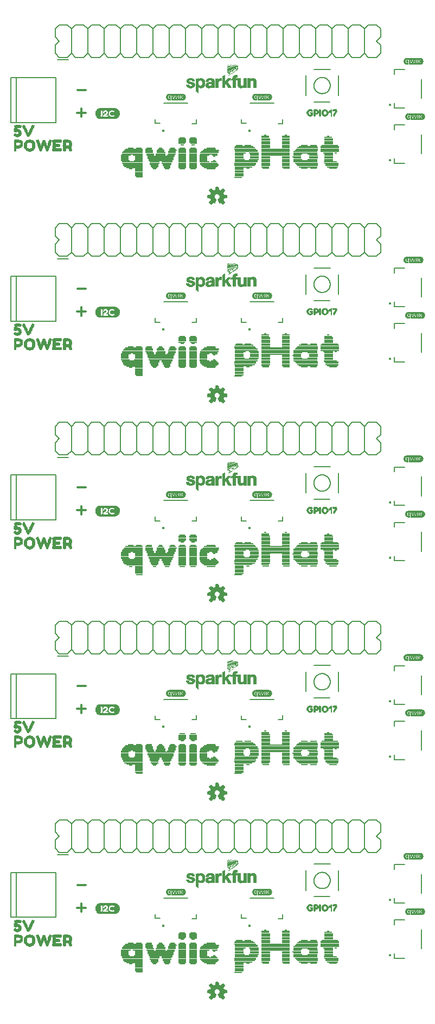
<source format=gto>
G75*
%MOIN*%
%OFA0B0*%
%FSLAX25Y25*%
%IPPOS*%
%LPD*%
%AMOC8*
5,1,8,0,0,1.08239X$1,22.5*
%
%ADD10C,0.01400*%
%ADD11C,0.00800*%
%ADD12C,0.00591*%
%ADD13R,0.01575X0.00787*%
%ADD14R,0.04724X0.00787*%
%ADD15R,0.05512X0.00787*%
%ADD16R,0.03937X0.00787*%
%ADD17R,0.10236X0.00787*%
%ADD18R,0.11811X0.00787*%
%ADD19R,0.12598X0.00787*%
%ADD20R,0.13386X0.00787*%
%ADD21R,0.17323X0.00787*%
%ADD22R,0.14173X0.00787*%
%ADD23R,0.14961X0.00787*%
%ADD24R,0.07087X0.00787*%
%ADD25R,0.06299X0.00787*%
%ADD26R,0.07874X0.00787*%
%ADD27R,0.08661X0.00787*%
%ADD28R,0.11024X0.00787*%
%ADD29R,0.02362X0.00787*%
%ADD30R,0.10236X0.00157*%
%ADD31R,0.11181X0.00157*%
%ADD32R,0.11811X0.00157*%
%ADD33R,0.12441X0.00157*%
%ADD34R,0.12756X0.00157*%
%ADD35R,0.13071X0.00157*%
%ADD36R,0.13386X0.00157*%
%ADD37R,0.05197X0.00157*%
%ADD38R,0.03465X0.00157*%
%ADD39R,0.03780X0.00157*%
%ADD40R,0.02992X0.00157*%
%ADD41R,0.01260X0.00157*%
%ADD42R,0.02520X0.00157*%
%ADD43R,0.03307X0.00157*%
%ADD44R,0.02835X0.00157*%
%ADD45R,0.00945X0.00157*%
%ADD46R,0.01890X0.00157*%
%ADD47R,0.03150X0.00157*%
%ADD48R,0.00630X0.00157*%
%ADD49R,0.01575X0.00157*%
%ADD50R,0.01102X0.00157*%
%ADD51R,0.00472X0.00157*%
%ADD52R,0.00787X0.00157*%
%ADD53R,0.00315X0.00157*%
%ADD54R,0.03622X0.00157*%
%ADD55R,0.05669X0.00157*%
%ADD56R,0.05827X0.00157*%
%ADD57R,0.02047X0.00157*%
%ADD58R,0.01732X0.00157*%
%ADD59R,0.01417X0.00157*%
%ADD60R,0.05512X0.00157*%
%ADD61R,0.00157X0.00157*%
%ADD62R,0.02205X0.00157*%
%ADD63R,0.02362X0.00157*%
%ADD64R,0.02677X0.00157*%
%ADD65C,0.00050*%
%ADD66R,0.02756X0.00276*%
%ADD67R,0.00827X0.00276*%
%ADD68R,0.00551X0.00276*%
%ADD69R,0.03858X0.00315*%
%ADD70R,0.01378X0.00315*%
%ADD71R,0.04409X0.00276*%
%ADD72R,0.01654X0.00276*%
%ADD73R,0.01929X0.00276*%
%ADD74R,0.04409X0.00236*%
%ADD75R,0.02205X0.00236*%
%ADD76R,0.01929X0.00236*%
%ADD77R,0.04409X0.00315*%
%ADD78R,0.01929X0.00315*%
%ADD79R,0.02205X0.00315*%
%ADD80R,0.04134X0.00276*%
%ADD81R,0.02205X0.00276*%
%ADD82R,0.01654X0.00236*%
%ADD83R,0.02480X0.00276*%
%ADD84R,0.03307X0.00276*%
%ADD85R,0.03858X0.00276*%
%ADD86R,0.04685X0.00315*%
%ADD87R,0.01378X0.00276*%
%ADD88R,0.03583X0.00276*%
%ADD89R,0.03031X0.00276*%
%ADD90R,0.04685X0.00276*%
%ADD91R,0.04685X0.00236*%
%ADD92R,0.02480X0.00236*%
%ADD93R,0.01102X0.00236*%
%ADD94R,0.01102X0.00276*%
%ADD95R,0.04134X0.00315*%
%ADD96R,0.03307X0.00315*%
%ADD97R,0.01654X0.00315*%
%ADD98R,0.01102X0.00315*%
%ADD99R,0.05512X0.00315*%
%ADD100R,0.05787X0.00276*%
%ADD101R,0.04961X0.00236*%
%ADD102R,0.05787X0.00236*%
%ADD103R,0.05236X0.00315*%
%ADD104R,0.05787X0.00315*%
%ADD105R,0.05236X0.00276*%
%ADD106R,0.06063X0.00276*%
%ADD107R,0.05512X0.00276*%
%ADD108R,0.02756X0.00236*%
%ADD109R,0.02756X0.00315*%
%ADD110R,0.07717X0.00276*%
%ADD111R,0.03583X0.00315*%
%ADD112R,0.04961X0.00276*%
%ADD113R,0.05236X0.00236*%
%ADD114R,0.01378X0.00236*%
%ADD115R,0.03543X0.00709*%
%ADD116R,0.04961X0.00709*%
%ADD117R,0.04252X0.00709*%
%ADD118R,0.02126X0.00709*%
%ADD119R,0.02835X0.00709*%
%ADD120R,0.05669X0.00709*%
%ADD121R,0.10630X0.00709*%
%ADD122R,0.07795X0.00709*%
%ADD123R,0.11339X0.00709*%
%ADD124R,0.09921X0.00709*%
%ADD125R,0.12047X0.00709*%
%ADD126R,0.12756X0.00709*%
%ADD127R,0.06378X0.00709*%
%ADD128R,0.17008X0.00709*%
%ADD129R,0.01417X0.00709*%
%ADD130R,0.16299X0.00709*%
%ADD131R,0.15591X0.00709*%
%ADD132R,0.14882X0.00709*%
%ADD133R,0.07087X0.00709*%
%ADD134R,0.09213X0.00709*%
%ADD135R,0.00118X0.00000*%
%ADD136R,0.00197X0.00039*%
%ADD137R,0.00197X0.00000*%
%ADD138R,0.00630X0.00039*%
%ADD139R,0.00630X0.00000*%
%ADD140R,0.00945X0.00039*%
%ADD141R,0.00984X0.00000*%
%ADD142R,0.00984X0.00039*%
%ADD143R,0.01260X0.00000*%
%ADD144R,0.01299X0.00039*%
%ADD145R,0.01496X0.00000*%
%ADD146R,0.01496X0.00039*%
%ADD147R,0.01535X0.00000*%
%ADD148R,0.01732X0.00039*%
%ADD149R,0.01772X0.00000*%
%ADD150R,0.01969X0.00039*%
%ADD151R,0.02047X0.00000*%
%ADD152R,0.02087X0.00039*%
%ADD153R,0.02244X0.00000*%
%ADD154R,0.02323X0.00039*%
%ADD155R,0.02520X0.00000*%
%ADD156R,0.02520X0.00039*%
%ADD157R,0.02559X0.00000*%
%ADD158R,0.02756X0.00039*%
%ADD159R,0.02756X0.00000*%
%ADD160R,0.02874X0.00039*%
%ADD161R,0.02913X0.00000*%
%ADD162R,0.02953X0.00039*%
%ADD163R,0.03110X0.00000*%
%ADD164R,0.03150X0.00039*%
%ADD165R,0.03228X0.00000*%
%ADD166R,0.03268X0.00039*%
%ADD167R,0.03268X0.00000*%
%ADD168R,0.03425X0.00039*%
%ADD169R,0.03425X0.00000*%
%ADD170R,0.03465X0.00039*%
%ADD171R,0.03543X0.00000*%
%ADD172R,0.03543X0.00039*%
%ADD173R,0.03661X0.00000*%
%ADD174R,0.03661X0.00039*%
%ADD175R,0.03740X0.00039*%
%ADD176R,0.03780X0.00000*%
%ADD177R,0.03858X0.00039*%
%ADD178R,0.03937X0.00000*%
%ADD179R,0.03937X0.00039*%
%ADD180R,0.04055X0.00000*%
%ADD181R,0.04094X0.00039*%
%ADD182R,0.04173X0.00000*%
%ADD183R,0.04173X0.00039*%
%ADD184R,0.04291X0.00039*%
%ADD185R,0.04291X0.00000*%
%ADD186R,0.04370X0.00039*%
%ADD187R,0.04370X0.00000*%
%ADD188R,0.04488X0.00000*%
%ADD189R,0.04606X0.00039*%
%ADD190R,0.04606X0.00000*%
%ADD191R,0.04764X0.00000*%
%ADD192R,0.04764X0.00039*%
%ADD193R,0.04803X0.00000*%
%ADD194R,0.04843X0.00039*%
%ADD195R,0.04843X0.00000*%
%ADD196R,0.04961X0.00039*%
%ADD197R,0.04961X0.00000*%
%ADD198R,0.05039X0.00039*%
%ADD199R,0.05079X0.00000*%
%ADD200R,0.05118X0.00039*%
%ADD201R,0.05197X0.00000*%
%ADD202R,0.05197X0.00039*%
%ADD203R,0.05236X0.00000*%
%ADD204R,0.05276X0.00039*%
%ADD205R,0.05315X0.00000*%
%ADD206R,0.05394X0.00039*%
%ADD207R,0.05394X0.00000*%
%ADD208R,0.05512X0.00000*%
%ADD209R,0.05512X0.00039*%
%ADD210R,0.05551X0.00000*%
%ADD211R,0.05591X0.00039*%
%ADD212R,0.05591X0.00000*%
%ADD213R,0.05669X0.00039*%
%ADD214R,0.05669X0.00000*%
%ADD215R,0.05748X0.00039*%
%ADD216R,0.05748X0.00000*%
%ADD217R,0.05827X0.00000*%
%ADD218R,0.05827X0.00039*%
%ADD219R,0.05866X0.00000*%
%ADD220R,0.05866X0.00039*%
%ADD221R,0.05906X0.00000*%
%ADD222R,0.05945X0.00039*%
%ADD223R,0.05984X0.00000*%
%ADD224R,0.06024X0.00039*%
%ADD225R,0.06063X0.00000*%
%ADD226R,0.06063X0.00039*%
%ADD227R,0.06102X0.00000*%
%ADD228R,0.06181X0.00039*%
%ADD229R,0.06181X0.00000*%
%ADD230R,0.06220X0.00039*%
%ADD231R,0.06220X0.00000*%
%ADD232R,0.06260X0.00039*%
%ADD233R,0.06260X0.00000*%
%ADD234R,0.06299X0.00039*%
%ADD235R,0.06299X0.00000*%
%ADD236R,0.06378X0.00000*%
%ADD237R,0.06378X0.00039*%
%ADD238R,0.06457X0.00039*%
%ADD239R,0.06457X0.00000*%
%ADD240R,0.06496X0.00039*%
%ADD241R,0.06496X0.00000*%
%ADD242R,0.06575X0.00000*%
%ADD243R,0.06575X0.00039*%
%ADD244R,0.06693X0.00000*%
%ADD245R,0.06693X0.00039*%
%ADD246R,0.06732X0.00039*%
%ADD247R,0.06732X0.00000*%
%ADD248R,0.06772X0.00039*%
%ADD249R,0.06811X0.00000*%
%ADD250R,0.06850X0.00039*%
%ADD251R,0.06850X0.00000*%
%ADD252R,0.06890X0.00039*%
%ADD253R,0.06929X0.00000*%
%ADD254R,0.06929X0.00039*%
%ADD255R,0.06969X0.00000*%
%ADD256R,0.06969X0.00039*%
%ADD257R,0.07008X0.00000*%
%ADD258R,0.07008X0.00039*%
%ADD259R,0.07047X0.00000*%
%ADD260R,0.07047X0.00039*%
%ADD261R,0.06339X0.00039*%
%ADD262R,0.00669X0.00039*%
%ADD263R,0.06339X0.00000*%
%ADD264R,0.00669X0.00000*%
%ADD265R,0.00709X0.00039*%
%ADD266R,0.05787X0.00000*%
%ADD267R,0.00709X0.00000*%
%ADD268R,0.05787X0.00039*%
%ADD269R,0.05630X0.00000*%
%ADD270R,0.04921X0.00000*%
%ADD271R,0.00748X0.00000*%
%ADD272R,0.04921X0.00039*%
%ADD273R,0.00787X0.00039*%
%ADD274R,0.04882X0.00000*%
%ADD275R,0.00827X0.00000*%
%ADD276R,0.04803X0.00039*%
%ADD277R,0.00827X0.00039*%
%ADD278R,0.00906X0.00000*%
%ADD279R,0.00906X0.00039*%
%ADD280R,0.01063X0.00039*%
%ADD281R,0.01063X0.00000*%
%ADD282R,0.04882X0.00039*%
%ADD283R,0.03622X0.00000*%
%ADD284R,0.03622X0.00039*%
%ADD285R,0.01102X0.00039*%
%ADD286R,0.01024X0.00000*%
%ADD287R,0.01102X0.00000*%
%ADD288R,0.01024X0.00039*%
%ADD289R,0.03386X0.00000*%
%ADD290R,0.03228X0.00039*%
%ADD291R,0.00945X0.00000*%
%ADD292R,0.03071X0.00000*%
%ADD293R,0.03031X0.00039*%
%ADD294R,0.00394X0.00039*%
%ADD295R,0.00866X0.00039*%
%ADD296R,0.02874X0.00000*%
%ADD297R,0.00433X0.00000*%
%ADD298R,0.00866X0.00000*%
%ADD299R,0.00512X0.00039*%
%ADD300R,0.02835X0.00000*%
%ADD301R,0.00591X0.00000*%
%ADD302R,0.00787X0.00000*%
%ADD303R,0.02717X0.00039*%
%ADD304R,0.00748X0.00039*%
%ADD305R,0.02717X0.00000*%
%ADD306R,0.02598X0.00039*%
%ADD307R,0.02598X0.00000*%
%ADD308R,0.02638X0.00039*%
%ADD309R,0.00354X0.00039*%
%ADD310R,0.02638X0.00000*%
%ADD311R,0.00157X0.00000*%
%ADD312R,0.02677X0.00039*%
%ADD313R,0.02677X0.00000*%
%ADD314R,0.00551X0.00039*%
%ADD315R,0.00472X0.00000*%
%ADD316R,0.01142X0.00039*%
%ADD317R,0.01417X0.00000*%
%ADD318R,0.00276X0.00000*%
%ADD319R,0.01378X0.00039*%
%ADD320R,0.01220X0.00039*%
%ADD321R,0.01142X0.00000*%
%ADD322R,0.01260X0.00039*%
%ADD323R,0.01457X0.00039*%
%ADD324R,0.01575X0.00039*%
%ADD325R,0.00315X0.00000*%
%ADD326R,0.01614X0.00000*%
%ADD327R,0.00118X0.00039*%
%ADD328R,0.01654X0.00039*%
%ADD329R,0.00079X0.00000*%
%ADD330R,0.01693X0.00000*%
%ADD331R,0.01693X0.00039*%
%ADD332R,0.01811X0.00000*%
%ADD333R,0.01850X0.00039*%
%ADD334R,0.00512X0.00000*%
%ADD335R,0.01929X0.00000*%
%ADD336R,0.00433X0.00039*%
%ADD337R,0.01969X0.00000*%
%ADD338R,0.02047X0.00039*%
%ADD339R,0.00551X0.00000*%
%ADD340R,0.02008X0.00000*%
%ADD341R,0.00354X0.00000*%
%ADD342R,0.00276X0.00039*%
%ADD343R,0.02008X0.00039*%
%ADD344R,0.02087X0.00000*%
%ADD345R,0.01929X0.00039*%
%ADD346R,0.01890X0.00039*%
%ADD347R,0.00591X0.00039*%
%ADD348R,0.00039X0.00039*%
%ADD349R,0.00039X0.00000*%
%ADD350R,0.02283X0.00000*%
%ADD351R,0.02244X0.00039*%
%ADD352R,0.01890X0.00000*%
%ADD353R,0.01535X0.00039*%
%ADD354R,0.01378X0.00000*%
%ADD355R,0.01299X0.00000*%
%ADD356R,0.01181X0.00039*%
%ADD357R,0.01181X0.00000*%
%ADD358C,0.00300*%
%ADD359C,0.01600*%
D10*
X0130833Y0126256D02*
X0135900Y0126256D01*
X0133367Y0123722D02*
X0133367Y0128789D01*
X0131033Y0140256D02*
X0136100Y0140256D01*
X0133367Y0245801D02*
X0133367Y0250868D01*
X0135900Y0248334D02*
X0130833Y0248334D01*
X0131033Y0262334D02*
X0136100Y0262334D01*
X0133367Y0367880D02*
X0133367Y0372946D01*
X0130833Y0370413D02*
X0135900Y0370413D01*
X0136100Y0384413D02*
X0131033Y0384413D01*
X0133367Y0489958D02*
X0133367Y0495025D01*
X0130833Y0492492D02*
X0135900Y0492492D01*
X0136100Y0506492D02*
X0131033Y0506492D01*
X0133367Y0612037D02*
X0133367Y0617104D01*
X0130833Y0614571D02*
X0135900Y0614571D01*
X0136100Y0628571D02*
X0131033Y0628571D01*
D11*
X0117719Y0636205D02*
X0117719Y0608646D01*
X0093310Y0608646D01*
X0093310Y0636205D01*
X0117719Y0636205D01*
X0118786Y0647028D02*
X0125286Y0647028D01*
X0124786Y0648528D02*
X0119786Y0648528D01*
X0117286Y0651028D01*
X0117286Y0656028D01*
X0119786Y0658528D01*
X0117286Y0661028D01*
X0117286Y0666028D01*
X0119786Y0668528D01*
X0124786Y0668528D01*
X0127286Y0666028D01*
X0127286Y0651028D01*
X0129786Y0648528D01*
X0134786Y0648528D01*
X0137286Y0651028D01*
X0137286Y0666028D01*
X0134786Y0668528D01*
X0129786Y0668528D01*
X0127286Y0666028D01*
X0137286Y0666028D02*
X0139786Y0668528D01*
X0144786Y0668528D01*
X0147286Y0666028D01*
X0147286Y0651028D01*
X0149786Y0648528D01*
X0154786Y0648528D01*
X0157286Y0651028D01*
X0157286Y0666028D01*
X0159786Y0668528D01*
X0164786Y0668528D01*
X0167286Y0666028D01*
X0167286Y0651028D01*
X0164786Y0648528D01*
X0159786Y0648528D01*
X0157286Y0651028D01*
X0167286Y0651028D02*
X0169786Y0648528D01*
X0174786Y0648528D01*
X0177286Y0651028D01*
X0177286Y0666028D01*
X0179786Y0668528D01*
X0184786Y0668528D01*
X0187286Y0666028D01*
X0187286Y0651028D01*
X0189786Y0648528D01*
X0194786Y0648528D01*
X0197286Y0651028D01*
X0197286Y0666028D01*
X0199786Y0668528D01*
X0204786Y0668528D01*
X0207286Y0666028D01*
X0207286Y0651028D01*
X0204786Y0648528D01*
X0199786Y0648528D01*
X0197286Y0651028D01*
X0207286Y0651028D02*
X0209786Y0648528D01*
X0214786Y0648528D01*
X0217286Y0651028D01*
X0217286Y0666028D01*
X0219786Y0668528D01*
X0224786Y0668528D01*
X0227286Y0666028D01*
X0227286Y0651028D01*
X0229786Y0648528D01*
X0234786Y0648528D01*
X0237286Y0651028D01*
X0237286Y0666028D01*
X0234786Y0668528D01*
X0229786Y0668528D01*
X0227286Y0666028D01*
X0217286Y0666028D02*
X0214786Y0668528D01*
X0209786Y0668528D01*
X0207286Y0666028D01*
X0197286Y0666028D02*
X0194786Y0668528D01*
X0189786Y0668528D01*
X0187286Y0666028D01*
X0177286Y0666028D02*
X0174786Y0668528D01*
X0169786Y0668528D01*
X0167286Y0666028D01*
X0157286Y0666028D02*
X0154786Y0668528D01*
X0149786Y0668528D01*
X0147286Y0666028D01*
X0147286Y0651028D02*
X0144786Y0648528D01*
X0139786Y0648528D01*
X0137286Y0651028D01*
X0127286Y0651028D02*
X0124786Y0648528D01*
X0093310Y0636205D02*
X0090160Y0636205D01*
X0090160Y0608646D01*
X0093310Y0608646D01*
X0119786Y0546449D02*
X0117286Y0543949D01*
X0117286Y0538949D01*
X0119786Y0536449D01*
X0117286Y0533949D01*
X0117286Y0528949D01*
X0119786Y0526449D01*
X0124786Y0526449D01*
X0127286Y0528949D01*
X0127286Y0543949D01*
X0129786Y0546449D01*
X0134786Y0546449D01*
X0137286Y0543949D01*
X0137286Y0528949D01*
X0134786Y0526449D01*
X0129786Y0526449D01*
X0127286Y0528949D01*
X0125286Y0524949D02*
X0118786Y0524949D01*
X0117719Y0514126D02*
X0093310Y0514126D01*
X0093310Y0486567D01*
X0090160Y0486567D01*
X0090160Y0514126D01*
X0093310Y0514126D01*
X0093310Y0486567D02*
X0117719Y0486567D01*
X0117719Y0514126D01*
X0137286Y0528949D02*
X0139786Y0526449D01*
X0144786Y0526449D01*
X0147286Y0528949D01*
X0147286Y0543949D01*
X0149786Y0546449D01*
X0154786Y0546449D01*
X0157286Y0543949D01*
X0157286Y0528949D01*
X0159786Y0526449D01*
X0164786Y0526449D01*
X0167286Y0528949D01*
X0167286Y0543949D01*
X0164786Y0546449D01*
X0159786Y0546449D01*
X0157286Y0543949D01*
X0167286Y0543949D02*
X0169786Y0546449D01*
X0174786Y0546449D01*
X0177286Y0543949D01*
X0177286Y0528949D01*
X0179786Y0526449D01*
X0184786Y0526449D01*
X0187286Y0528949D01*
X0187286Y0543949D01*
X0189786Y0546449D01*
X0194786Y0546449D01*
X0197286Y0543949D01*
X0197286Y0528949D01*
X0199786Y0526449D01*
X0204786Y0526449D01*
X0207286Y0528949D01*
X0207286Y0543949D01*
X0204786Y0546449D01*
X0199786Y0546449D01*
X0197286Y0543949D01*
X0207286Y0543949D02*
X0209786Y0546449D01*
X0214786Y0546449D01*
X0217286Y0543949D01*
X0217286Y0528949D01*
X0219786Y0526449D01*
X0224786Y0526449D01*
X0227286Y0528949D01*
X0227286Y0543949D01*
X0229786Y0546449D01*
X0234786Y0546449D01*
X0237286Y0543949D01*
X0237286Y0528949D01*
X0234786Y0526449D01*
X0229786Y0526449D01*
X0227286Y0528949D01*
X0217286Y0528949D02*
X0214786Y0526449D01*
X0209786Y0526449D01*
X0207286Y0528949D01*
X0197286Y0528949D02*
X0194786Y0526449D01*
X0189786Y0526449D01*
X0187286Y0528949D01*
X0177286Y0528949D02*
X0174786Y0526449D01*
X0169786Y0526449D01*
X0167286Y0528949D01*
X0157286Y0528949D02*
X0154786Y0526449D01*
X0149786Y0526449D01*
X0147286Y0528949D01*
X0147286Y0543949D02*
X0144786Y0546449D01*
X0139786Y0546449D01*
X0137286Y0543949D01*
X0127286Y0543949D02*
X0124786Y0546449D01*
X0119786Y0546449D01*
X0177286Y0543949D02*
X0179786Y0546449D01*
X0184786Y0546449D01*
X0187286Y0543949D01*
X0183940Y0498472D02*
X0198861Y0498472D01*
X0204215Y0488551D02*
X0204215Y0485835D01*
X0201341Y0485835D01*
X0181656Y0485913D02*
X0178664Y0485913D01*
X0178664Y0488472D01*
X0179786Y0424370D02*
X0177286Y0421870D01*
X0177286Y0406870D01*
X0179786Y0404370D01*
X0184786Y0404370D01*
X0187286Y0406870D01*
X0187286Y0421870D01*
X0189786Y0424370D01*
X0194786Y0424370D01*
X0197286Y0421870D01*
X0197286Y0406870D01*
X0199786Y0404370D01*
X0204786Y0404370D01*
X0207286Y0406870D01*
X0207286Y0421870D01*
X0204786Y0424370D01*
X0199786Y0424370D01*
X0197286Y0421870D01*
X0207286Y0421870D02*
X0209786Y0424370D01*
X0214786Y0424370D01*
X0217286Y0421870D01*
X0217286Y0406870D01*
X0219786Y0404370D01*
X0224786Y0404370D01*
X0227286Y0406870D01*
X0227286Y0421870D01*
X0229786Y0424370D01*
X0234786Y0424370D01*
X0237286Y0421870D01*
X0237286Y0406870D01*
X0234786Y0404370D01*
X0229786Y0404370D01*
X0227286Y0406870D01*
X0217286Y0406870D02*
X0214786Y0404370D01*
X0209786Y0404370D01*
X0207286Y0406870D01*
X0197286Y0406870D02*
X0194786Y0404370D01*
X0189786Y0404370D01*
X0187286Y0406870D01*
X0177286Y0406870D02*
X0174786Y0404370D01*
X0169786Y0404370D01*
X0167286Y0406870D01*
X0167286Y0421870D01*
X0164786Y0424370D01*
X0159786Y0424370D01*
X0157286Y0421870D01*
X0157286Y0406870D01*
X0159786Y0404370D01*
X0164786Y0404370D01*
X0167286Y0406870D01*
X0157286Y0406870D02*
X0154786Y0404370D01*
X0149786Y0404370D01*
X0147286Y0406870D01*
X0147286Y0421870D01*
X0149786Y0424370D01*
X0154786Y0424370D01*
X0157286Y0421870D01*
X0167286Y0421870D02*
X0169786Y0424370D01*
X0174786Y0424370D01*
X0177286Y0421870D01*
X0179786Y0424370D02*
X0184786Y0424370D01*
X0187286Y0421870D01*
X0183940Y0376394D02*
X0198861Y0376394D01*
X0204215Y0366472D02*
X0204215Y0363756D01*
X0201341Y0363756D01*
X0181656Y0363835D02*
X0178664Y0363835D01*
X0178664Y0366394D01*
X0144786Y0404370D02*
X0139786Y0404370D01*
X0137286Y0406870D01*
X0137286Y0421870D01*
X0134786Y0424370D01*
X0129786Y0424370D01*
X0127286Y0421870D01*
X0127286Y0406870D01*
X0129786Y0404370D01*
X0134786Y0404370D01*
X0137286Y0406870D01*
X0144786Y0404370D02*
X0147286Y0406870D01*
X0147286Y0421870D02*
X0144786Y0424370D01*
X0139786Y0424370D01*
X0137286Y0421870D01*
X0127286Y0421870D02*
X0124786Y0424370D01*
X0119786Y0424370D01*
X0117286Y0421870D01*
X0117286Y0416870D01*
X0119786Y0414370D01*
X0117286Y0411870D01*
X0117286Y0406870D01*
X0119786Y0404370D01*
X0124786Y0404370D01*
X0127286Y0406870D01*
X0125286Y0402870D02*
X0118786Y0402870D01*
X0117719Y0392047D02*
X0093310Y0392047D01*
X0093310Y0364488D01*
X0090160Y0364488D01*
X0090160Y0392047D01*
X0093310Y0392047D01*
X0093310Y0364488D02*
X0117719Y0364488D01*
X0117719Y0392047D01*
X0119786Y0302291D02*
X0117286Y0299791D01*
X0117286Y0294791D01*
X0119786Y0292291D01*
X0117286Y0289791D01*
X0117286Y0284791D01*
X0119786Y0282291D01*
X0124786Y0282291D01*
X0127286Y0284791D01*
X0127286Y0299791D01*
X0129786Y0302291D01*
X0134786Y0302291D01*
X0137286Y0299791D01*
X0137286Y0284791D01*
X0134786Y0282291D01*
X0129786Y0282291D01*
X0127286Y0284791D01*
X0125286Y0280791D02*
X0118786Y0280791D01*
X0117719Y0269968D02*
X0093310Y0269968D01*
X0093310Y0242409D01*
X0090160Y0242409D01*
X0090160Y0269968D01*
X0093310Y0269968D01*
X0093310Y0242409D02*
X0117719Y0242409D01*
X0117719Y0269968D01*
X0137286Y0284791D02*
X0139786Y0282291D01*
X0144786Y0282291D01*
X0147286Y0284791D01*
X0147286Y0299791D01*
X0149786Y0302291D01*
X0154786Y0302291D01*
X0157286Y0299791D01*
X0157286Y0284791D01*
X0159786Y0282291D01*
X0164786Y0282291D01*
X0167286Y0284791D01*
X0167286Y0299791D01*
X0164786Y0302291D01*
X0159786Y0302291D01*
X0157286Y0299791D01*
X0167286Y0299791D02*
X0169786Y0302291D01*
X0174786Y0302291D01*
X0177286Y0299791D01*
X0177286Y0284791D01*
X0179786Y0282291D01*
X0184786Y0282291D01*
X0187286Y0284791D01*
X0187286Y0299791D01*
X0189786Y0302291D01*
X0194786Y0302291D01*
X0197286Y0299791D01*
X0197286Y0284791D01*
X0199786Y0282291D01*
X0204786Y0282291D01*
X0207286Y0284791D01*
X0207286Y0299791D01*
X0204786Y0302291D01*
X0199786Y0302291D01*
X0197286Y0299791D01*
X0207286Y0299791D02*
X0209786Y0302291D01*
X0214786Y0302291D01*
X0217286Y0299791D01*
X0217286Y0284791D01*
X0219786Y0282291D01*
X0224786Y0282291D01*
X0227286Y0284791D01*
X0227286Y0299791D01*
X0229786Y0302291D01*
X0234786Y0302291D01*
X0237286Y0299791D01*
X0237286Y0284791D01*
X0234786Y0282291D01*
X0229786Y0282291D01*
X0227286Y0284791D01*
X0217286Y0284791D02*
X0214786Y0282291D01*
X0209786Y0282291D01*
X0207286Y0284791D01*
X0197286Y0284791D02*
X0194786Y0282291D01*
X0189786Y0282291D01*
X0187286Y0284791D01*
X0177286Y0284791D02*
X0174786Y0282291D01*
X0169786Y0282291D01*
X0167286Y0284791D01*
X0157286Y0284791D02*
X0154786Y0282291D01*
X0149786Y0282291D01*
X0147286Y0284791D01*
X0147286Y0299791D02*
X0144786Y0302291D01*
X0139786Y0302291D01*
X0137286Y0299791D01*
X0127286Y0299791D02*
X0124786Y0302291D01*
X0119786Y0302291D01*
X0177286Y0299791D02*
X0179786Y0302291D01*
X0184786Y0302291D01*
X0187286Y0299791D01*
X0183940Y0254315D02*
X0198861Y0254315D01*
X0204215Y0244394D02*
X0204215Y0241677D01*
X0201341Y0241677D01*
X0181656Y0241756D02*
X0178664Y0241756D01*
X0178664Y0244315D01*
X0179786Y0180213D02*
X0177286Y0177713D01*
X0177286Y0162713D01*
X0179786Y0160213D01*
X0184786Y0160213D01*
X0187286Y0162713D01*
X0187286Y0177713D01*
X0189786Y0180213D01*
X0194786Y0180213D01*
X0197286Y0177713D01*
X0197286Y0162713D01*
X0199786Y0160213D01*
X0204786Y0160213D01*
X0207286Y0162713D01*
X0207286Y0177713D01*
X0204786Y0180213D01*
X0199786Y0180213D01*
X0197286Y0177713D01*
X0207286Y0177713D02*
X0209786Y0180213D01*
X0214786Y0180213D01*
X0217286Y0177713D01*
X0217286Y0162713D01*
X0219786Y0160213D01*
X0224786Y0160213D01*
X0227286Y0162713D01*
X0227286Y0177713D01*
X0229786Y0180213D01*
X0234786Y0180213D01*
X0237286Y0177713D01*
X0237286Y0162713D01*
X0234786Y0160213D01*
X0229786Y0160213D01*
X0227286Y0162713D01*
X0217286Y0162713D02*
X0214786Y0160213D01*
X0209786Y0160213D01*
X0207286Y0162713D01*
X0197286Y0162713D02*
X0194786Y0160213D01*
X0189786Y0160213D01*
X0187286Y0162713D01*
X0177286Y0162713D02*
X0174786Y0160213D01*
X0169786Y0160213D01*
X0167286Y0162713D01*
X0167286Y0177713D01*
X0164786Y0180213D01*
X0159786Y0180213D01*
X0157286Y0177713D01*
X0157286Y0162713D01*
X0159786Y0160213D01*
X0164786Y0160213D01*
X0167286Y0162713D01*
X0157286Y0162713D02*
X0154786Y0160213D01*
X0149786Y0160213D01*
X0147286Y0162713D01*
X0147286Y0177713D01*
X0149786Y0180213D01*
X0154786Y0180213D01*
X0157286Y0177713D01*
X0167286Y0177713D02*
X0169786Y0180213D01*
X0174786Y0180213D01*
X0177286Y0177713D01*
X0179786Y0180213D02*
X0184786Y0180213D01*
X0187286Y0177713D01*
X0183940Y0132236D02*
X0198861Y0132236D01*
X0204215Y0122315D02*
X0204215Y0119598D01*
X0201341Y0119598D01*
X0181656Y0119677D02*
X0178664Y0119677D01*
X0178664Y0122236D01*
X0144786Y0160213D02*
X0139786Y0160213D01*
X0137286Y0162713D01*
X0137286Y0177713D01*
X0134786Y0180213D01*
X0129786Y0180213D01*
X0127286Y0177713D01*
X0127286Y0162713D01*
X0129786Y0160213D01*
X0134786Y0160213D01*
X0137286Y0162713D01*
X0144786Y0160213D02*
X0147286Y0162713D01*
X0147286Y0177713D02*
X0144786Y0180213D01*
X0139786Y0180213D01*
X0137286Y0177713D01*
X0127286Y0177713D02*
X0124786Y0180213D01*
X0119786Y0180213D01*
X0117286Y0177713D01*
X0117286Y0172713D01*
X0119786Y0170213D01*
X0117286Y0167713D01*
X0117286Y0162713D01*
X0119786Y0160213D01*
X0124786Y0160213D01*
X0127286Y0162713D01*
X0125286Y0158713D02*
X0118786Y0158713D01*
X0117719Y0147890D02*
X0093310Y0147890D01*
X0093310Y0120331D01*
X0090160Y0120331D01*
X0090160Y0147890D01*
X0093310Y0147890D01*
X0093310Y0120331D02*
X0117719Y0120331D01*
X0117719Y0147890D01*
X0217286Y0177713D02*
X0219786Y0180213D01*
X0224786Y0180213D01*
X0227286Y0177713D01*
X0237286Y0177713D02*
X0239786Y0180213D01*
X0244786Y0180213D01*
X0247286Y0177713D01*
X0247286Y0162713D01*
X0249786Y0160213D01*
X0254786Y0160213D01*
X0257286Y0162713D01*
X0259786Y0160213D01*
X0264786Y0160213D01*
X0267286Y0162713D01*
X0269786Y0160213D01*
X0274786Y0160213D01*
X0277286Y0162713D01*
X0279786Y0160213D01*
X0284786Y0160213D01*
X0287286Y0162713D01*
X0289786Y0160213D01*
X0294786Y0160213D01*
X0297286Y0162713D01*
X0299786Y0160213D01*
X0304786Y0160213D01*
X0307286Y0162713D01*
X0309786Y0160213D01*
X0314786Y0160213D01*
X0317286Y0162713D01*
X0317286Y0167713D01*
X0314786Y0170213D01*
X0317286Y0172713D01*
X0317286Y0177713D01*
X0314786Y0180213D01*
X0309786Y0180213D01*
X0307286Y0177713D01*
X0307286Y0162713D01*
X0297286Y0162713D02*
X0297286Y0177713D01*
X0299786Y0180213D01*
X0304786Y0180213D01*
X0307286Y0177713D01*
X0297286Y0177713D02*
X0294786Y0180213D01*
X0289786Y0180213D01*
X0287286Y0177713D01*
X0287286Y0162713D01*
X0286333Y0153000D02*
X0276451Y0153000D01*
X0271333Y0149063D02*
X0271333Y0136937D01*
X0276451Y0133000D02*
X0286215Y0133000D01*
X0291333Y0136937D02*
X0291333Y0149063D01*
X0276333Y0143000D02*
X0276335Y0143141D01*
X0276341Y0143282D01*
X0276351Y0143422D01*
X0276365Y0143562D01*
X0276383Y0143702D01*
X0276404Y0143841D01*
X0276430Y0143980D01*
X0276459Y0144118D01*
X0276493Y0144254D01*
X0276530Y0144390D01*
X0276571Y0144525D01*
X0276616Y0144659D01*
X0276665Y0144791D01*
X0276717Y0144922D01*
X0276773Y0145051D01*
X0276833Y0145178D01*
X0276896Y0145304D01*
X0276962Y0145428D01*
X0277033Y0145551D01*
X0277106Y0145671D01*
X0277183Y0145789D01*
X0277263Y0145905D01*
X0277347Y0146018D01*
X0277433Y0146129D01*
X0277523Y0146238D01*
X0277616Y0146344D01*
X0277711Y0146447D01*
X0277810Y0146548D01*
X0277911Y0146646D01*
X0278015Y0146741D01*
X0278122Y0146833D01*
X0278231Y0146922D01*
X0278343Y0147007D01*
X0278457Y0147090D01*
X0278573Y0147170D01*
X0278692Y0147246D01*
X0278813Y0147318D01*
X0278935Y0147388D01*
X0279060Y0147453D01*
X0279186Y0147516D01*
X0279314Y0147574D01*
X0279444Y0147629D01*
X0279575Y0147681D01*
X0279708Y0147728D01*
X0279842Y0147772D01*
X0279977Y0147813D01*
X0280113Y0147849D01*
X0280250Y0147881D01*
X0280388Y0147910D01*
X0280526Y0147935D01*
X0280666Y0147955D01*
X0280806Y0147972D01*
X0280946Y0147985D01*
X0281087Y0147994D01*
X0281227Y0147999D01*
X0281368Y0148000D01*
X0281509Y0147997D01*
X0281650Y0147990D01*
X0281790Y0147979D01*
X0281930Y0147964D01*
X0282070Y0147945D01*
X0282209Y0147923D01*
X0282347Y0147896D01*
X0282485Y0147866D01*
X0282621Y0147831D01*
X0282757Y0147793D01*
X0282891Y0147751D01*
X0283025Y0147705D01*
X0283157Y0147656D01*
X0283287Y0147602D01*
X0283416Y0147545D01*
X0283543Y0147485D01*
X0283669Y0147421D01*
X0283792Y0147353D01*
X0283914Y0147282D01*
X0284034Y0147208D01*
X0284151Y0147130D01*
X0284266Y0147049D01*
X0284379Y0146965D01*
X0284490Y0146878D01*
X0284598Y0146787D01*
X0284703Y0146694D01*
X0284806Y0146597D01*
X0284906Y0146498D01*
X0285003Y0146396D01*
X0285097Y0146291D01*
X0285188Y0146184D01*
X0285276Y0146074D01*
X0285361Y0145962D01*
X0285443Y0145847D01*
X0285522Y0145730D01*
X0285597Y0145611D01*
X0285669Y0145490D01*
X0285737Y0145367D01*
X0285802Y0145242D01*
X0285864Y0145115D01*
X0285921Y0144986D01*
X0285976Y0144856D01*
X0286026Y0144725D01*
X0286073Y0144592D01*
X0286116Y0144458D01*
X0286155Y0144322D01*
X0286190Y0144186D01*
X0286222Y0144049D01*
X0286249Y0143911D01*
X0286273Y0143772D01*
X0286293Y0143632D01*
X0286309Y0143492D01*
X0286321Y0143352D01*
X0286329Y0143211D01*
X0286333Y0143070D01*
X0286333Y0142930D01*
X0286329Y0142789D01*
X0286321Y0142648D01*
X0286309Y0142508D01*
X0286293Y0142368D01*
X0286273Y0142228D01*
X0286249Y0142089D01*
X0286222Y0141951D01*
X0286190Y0141814D01*
X0286155Y0141678D01*
X0286116Y0141542D01*
X0286073Y0141408D01*
X0286026Y0141275D01*
X0285976Y0141144D01*
X0285921Y0141014D01*
X0285864Y0140885D01*
X0285802Y0140758D01*
X0285737Y0140633D01*
X0285669Y0140510D01*
X0285597Y0140389D01*
X0285522Y0140270D01*
X0285443Y0140153D01*
X0285361Y0140038D01*
X0285276Y0139926D01*
X0285188Y0139816D01*
X0285097Y0139709D01*
X0285003Y0139604D01*
X0284906Y0139502D01*
X0284806Y0139403D01*
X0284703Y0139306D01*
X0284598Y0139213D01*
X0284490Y0139122D01*
X0284379Y0139035D01*
X0284266Y0138951D01*
X0284151Y0138870D01*
X0284034Y0138792D01*
X0283914Y0138718D01*
X0283792Y0138647D01*
X0283669Y0138579D01*
X0283543Y0138515D01*
X0283416Y0138455D01*
X0283287Y0138398D01*
X0283157Y0138344D01*
X0283025Y0138295D01*
X0282891Y0138249D01*
X0282757Y0138207D01*
X0282621Y0138169D01*
X0282485Y0138134D01*
X0282347Y0138104D01*
X0282209Y0138077D01*
X0282070Y0138055D01*
X0281930Y0138036D01*
X0281790Y0138021D01*
X0281650Y0138010D01*
X0281509Y0138003D01*
X0281368Y0138000D01*
X0281227Y0138001D01*
X0281087Y0138006D01*
X0280946Y0138015D01*
X0280806Y0138028D01*
X0280666Y0138045D01*
X0280526Y0138065D01*
X0280388Y0138090D01*
X0280250Y0138119D01*
X0280113Y0138151D01*
X0279977Y0138187D01*
X0279842Y0138228D01*
X0279708Y0138272D01*
X0279575Y0138319D01*
X0279444Y0138371D01*
X0279314Y0138426D01*
X0279186Y0138484D01*
X0279060Y0138547D01*
X0278935Y0138612D01*
X0278813Y0138682D01*
X0278692Y0138754D01*
X0278573Y0138830D01*
X0278457Y0138910D01*
X0278343Y0138993D01*
X0278231Y0139078D01*
X0278122Y0139167D01*
X0278015Y0139259D01*
X0277911Y0139354D01*
X0277810Y0139452D01*
X0277711Y0139553D01*
X0277616Y0139656D01*
X0277523Y0139762D01*
X0277433Y0139871D01*
X0277347Y0139982D01*
X0277263Y0140095D01*
X0277183Y0140211D01*
X0277106Y0140329D01*
X0277033Y0140449D01*
X0276962Y0140572D01*
X0276896Y0140696D01*
X0276833Y0140822D01*
X0276773Y0140949D01*
X0276717Y0141078D01*
X0276665Y0141209D01*
X0276616Y0141341D01*
X0276571Y0141475D01*
X0276530Y0141610D01*
X0276493Y0141746D01*
X0276459Y0141882D01*
X0276430Y0142020D01*
X0276404Y0142159D01*
X0276383Y0142298D01*
X0276365Y0142438D01*
X0276351Y0142578D01*
X0276341Y0142718D01*
X0276335Y0142859D01*
X0276333Y0143000D01*
X0277286Y0162713D02*
X0277286Y0177713D01*
X0274786Y0180213D01*
X0269786Y0180213D01*
X0267286Y0177713D01*
X0267286Y0162713D01*
X0257286Y0162713D02*
X0257286Y0177713D01*
X0259786Y0180213D01*
X0264786Y0180213D01*
X0267286Y0177713D01*
X0257286Y0177713D02*
X0254786Y0180213D01*
X0249786Y0180213D01*
X0247286Y0177713D01*
X0247286Y0162713D02*
X0244786Y0160213D01*
X0239786Y0160213D01*
X0237286Y0162713D01*
X0236940Y0132236D02*
X0251861Y0132236D01*
X0257215Y0122315D02*
X0257215Y0119598D01*
X0254341Y0119598D01*
X0234656Y0119677D02*
X0231664Y0119677D01*
X0231664Y0122236D01*
X0277286Y0177713D02*
X0279786Y0180213D01*
X0284786Y0180213D01*
X0287286Y0177713D01*
X0325711Y0152811D02*
X0332207Y0152811D01*
X0325711Y0152811D02*
X0325711Y0149858D01*
X0325711Y0132142D02*
X0325711Y0129189D01*
X0332207Y0129189D01*
X0322752Y0131157D02*
X0322754Y0131197D01*
X0322760Y0131236D01*
X0322770Y0131275D01*
X0322783Y0131312D01*
X0322801Y0131348D01*
X0322822Y0131382D01*
X0322846Y0131414D01*
X0322873Y0131443D01*
X0322903Y0131470D01*
X0322935Y0131493D01*
X0322970Y0131513D01*
X0323006Y0131529D01*
X0323044Y0131542D01*
X0323083Y0131551D01*
X0323122Y0131556D01*
X0323162Y0131557D01*
X0323202Y0131554D01*
X0323241Y0131547D01*
X0323279Y0131536D01*
X0323317Y0131522D01*
X0323352Y0131503D01*
X0323385Y0131482D01*
X0323417Y0131457D01*
X0323445Y0131429D01*
X0323471Y0131399D01*
X0323493Y0131366D01*
X0323512Y0131331D01*
X0323528Y0131294D01*
X0323540Y0131256D01*
X0323548Y0131217D01*
X0323552Y0131177D01*
X0323552Y0131137D01*
X0323548Y0131097D01*
X0323540Y0131058D01*
X0323528Y0131020D01*
X0323512Y0130983D01*
X0323493Y0130948D01*
X0323471Y0130915D01*
X0323445Y0130885D01*
X0323417Y0130857D01*
X0323385Y0130832D01*
X0323352Y0130811D01*
X0323317Y0130792D01*
X0323279Y0130778D01*
X0323241Y0130767D01*
X0323202Y0130760D01*
X0323162Y0130757D01*
X0323122Y0130758D01*
X0323083Y0130763D01*
X0323044Y0130772D01*
X0323006Y0130785D01*
X0322970Y0130801D01*
X0322935Y0130821D01*
X0322903Y0130844D01*
X0322873Y0130871D01*
X0322846Y0130900D01*
X0322822Y0130932D01*
X0322801Y0130966D01*
X0322783Y0131002D01*
X0322770Y0131039D01*
X0322760Y0131078D01*
X0322754Y0131117D01*
X0322752Y0131157D01*
X0325711Y0118814D02*
X0332207Y0118814D01*
X0325711Y0118814D02*
X0325711Y0115861D01*
X0325711Y0098145D02*
X0325711Y0095192D01*
X0332207Y0095192D01*
X0322752Y0097161D02*
X0322754Y0097201D01*
X0322760Y0097240D01*
X0322770Y0097279D01*
X0322783Y0097316D01*
X0322801Y0097352D01*
X0322822Y0097386D01*
X0322846Y0097418D01*
X0322873Y0097447D01*
X0322903Y0097474D01*
X0322935Y0097497D01*
X0322970Y0097517D01*
X0323006Y0097533D01*
X0323044Y0097546D01*
X0323083Y0097555D01*
X0323122Y0097560D01*
X0323162Y0097561D01*
X0323202Y0097558D01*
X0323241Y0097551D01*
X0323279Y0097540D01*
X0323317Y0097526D01*
X0323352Y0097507D01*
X0323385Y0097486D01*
X0323417Y0097461D01*
X0323445Y0097433D01*
X0323471Y0097403D01*
X0323493Y0097370D01*
X0323512Y0097335D01*
X0323528Y0097298D01*
X0323540Y0097260D01*
X0323548Y0097221D01*
X0323552Y0097181D01*
X0323552Y0097141D01*
X0323548Y0097101D01*
X0323540Y0097062D01*
X0323528Y0097024D01*
X0323512Y0096987D01*
X0323493Y0096952D01*
X0323471Y0096919D01*
X0323445Y0096889D01*
X0323417Y0096861D01*
X0323385Y0096836D01*
X0323352Y0096815D01*
X0323317Y0096796D01*
X0323279Y0096782D01*
X0323241Y0096771D01*
X0323202Y0096764D01*
X0323162Y0096761D01*
X0323122Y0096762D01*
X0323083Y0096767D01*
X0323044Y0096776D01*
X0323006Y0096789D01*
X0322970Y0096805D01*
X0322935Y0096825D01*
X0322903Y0096848D01*
X0322873Y0096875D01*
X0322846Y0096904D01*
X0322822Y0096936D01*
X0322801Y0096970D01*
X0322783Y0097006D01*
X0322770Y0097043D01*
X0322760Y0097082D01*
X0322754Y0097121D01*
X0322752Y0097161D01*
X0342443Y0101098D02*
X0342443Y0112909D01*
X0342444Y0135094D02*
X0342444Y0146906D01*
X0332207Y0217271D02*
X0325711Y0217271D01*
X0325711Y0220224D01*
X0322752Y0219239D02*
X0322754Y0219279D01*
X0322760Y0219318D01*
X0322770Y0219357D01*
X0322783Y0219394D01*
X0322801Y0219430D01*
X0322822Y0219464D01*
X0322846Y0219496D01*
X0322873Y0219525D01*
X0322903Y0219552D01*
X0322935Y0219575D01*
X0322970Y0219595D01*
X0323006Y0219611D01*
X0323044Y0219624D01*
X0323083Y0219633D01*
X0323122Y0219638D01*
X0323162Y0219639D01*
X0323202Y0219636D01*
X0323241Y0219629D01*
X0323279Y0219618D01*
X0323317Y0219604D01*
X0323352Y0219585D01*
X0323385Y0219564D01*
X0323417Y0219539D01*
X0323445Y0219511D01*
X0323471Y0219481D01*
X0323493Y0219448D01*
X0323512Y0219413D01*
X0323528Y0219376D01*
X0323540Y0219338D01*
X0323548Y0219299D01*
X0323552Y0219259D01*
X0323552Y0219219D01*
X0323548Y0219179D01*
X0323540Y0219140D01*
X0323528Y0219102D01*
X0323512Y0219065D01*
X0323493Y0219030D01*
X0323471Y0218997D01*
X0323445Y0218967D01*
X0323417Y0218939D01*
X0323385Y0218914D01*
X0323352Y0218893D01*
X0323317Y0218874D01*
X0323279Y0218860D01*
X0323241Y0218849D01*
X0323202Y0218842D01*
X0323162Y0218839D01*
X0323122Y0218840D01*
X0323083Y0218845D01*
X0323044Y0218854D01*
X0323006Y0218867D01*
X0322970Y0218883D01*
X0322935Y0218903D01*
X0322903Y0218926D01*
X0322873Y0218953D01*
X0322846Y0218982D01*
X0322822Y0219014D01*
X0322801Y0219048D01*
X0322783Y0219084D01*
X0322770Y0219121D01*
X0322760Y0219160D01*
X0322754Y0219199D01*
X0322752Y0219239D01*
X0325711Y0237940D02*
X0325711Y0240893D01*
X0332207Y0240893D01*
X0332207Y0251268D02*
X0325711Y0251268D01*
X0325711Y0254220D01*
X0322752Y0253236D02*
X0322754Y0253276D01*
X0322760Y0253315D01*
X0322770Y0253354D01*
X0322783Y0253391D01*
X0322801Y0253427D01*
X0322822Y0253461D01*
X0322846Y0253493D01*
X0322873Y0253522D01*
X0322903Y0253549D01*
X0322935Y0253572D01*
X0322970Y0253592D01*
X0323006Y0253608D01*
X0323044Y0253621D01*
X0323083Y0253630D01*
X0323122Y0253635D01*
X0323162Y0253636D01*
X0323202Y0253633D01*
X0323241Y0253626D01*
X0323279Y0253615D01*
X0323317Y0253601D01*
X0323352Y0253582D01*
X0323385Y0253561D01*
X0323417Y0253536D01*
X0323445Y0253508D01*
X0323471Y0253478D01*
X0323493Y0253445D01*
X0323512Y0253410D01*
X0323528Y0253373D01*
X0323540Y0253335D01*
X0323548Y0253296D01*
X0323552Y0253256D01*
X0323552Y0253216D01*
X0323548Y0253176D01*
X0323540Y0253137D01*
X0323528Y0253099D01*
X0323512Y0253062D01*
X0323493Y0253027D01*
X0323471Y0252994D01*
X0323445Y0252964D01*
X0323417Y0252936D01*
X0323385Y0252911D01*
X0323352Y0252890D01*
X0323317Y0252871D01*
X0323279Y0252857D01*
X0323241Y0252846D01*
X0323202Y0252839D01*
X0323162Y0252836D01*
X0323122Y0252837D01*
X0323083Y0252842D01*
X0323044Y0252851D01*
X0323006Y0252864D01*
X0322970Y0252880D01*
X0322935Y0252900D01*
X0322903Y0252923D01*
X0322873Y0252950D01*
X0322846Y0252979D01*
X0322822Y0253011D01*
X0322801Y0253045D01*
X0322783Y0253081D01*
X0322770Y0253118D01*
X0322760Y0253157D01*
X0322754Y0253196D01*
X0322752Y0253236D01*
X0325711Y0271937D02*
X0325711Y0274890D01*
X0332207Y0274890D01*
X0342444Y0268984D02*
X0342444Y0257173D01*
X0342443Y0234987D02*
X0342443Y0223176D01*
X0314786Y0282291D02*
X0309786Y0282291D01*
X0307286Y0284791D01*
X0304786Y0282291D01*
X0299786Y0282291D01*
X0297286Y0284791D01*
X0294786Y0282291D01*
X0289786Y0282291D01*
X0287286Y0284791D01*
X0284786Y0282291D01*
X0279786Y0282291D01*
X0277286Y0284791D01*
X0274786Y0282291D01*
X0269786Y0282291D01*
X0267286Y0284791D01*
X0264786Y0282291D01*
X0259786Y0282291D01*
X0257286Y0284791D01*
X0254786Y0282291D01*
X0249786Y0282291D01*
X0247286Y0284791D01*
X0247286Y0299791D01*
X0249786Y0302291D01*
X0254786Y0302291D01*
X0257286Y0299791D01*
X0257286Y0284791D01*
X0247286Y0284791D02*
X0244786Y0282291D01*
X0239786Y0282291D01*
X0237286Y0284791D01*
X0237286Y0299791D02*
X0239786Y0302291D01*
X0244786Y0302291D01*
X0247286Y0299791D01*
X0257286Y0299791D02*
X0259786Y0302291D01*
X0264786Y0302291D01*
X0267286Y0299791D01*
X0267286Y0284791D01*
X0277286Y0284791D02*
X0277286Y0299791D01*
X0274786Y0302291D01*
X0269786Y0302291D01*
X0267286Y0299791D01*
X0277286Y0299791D02*
X0279786Y0302291D01*
X0284786Y0302291D01*
X0287286Y0299791D01*
X0287286Y0284791D01*
X0286333Y0275079D02*
X0276451Y0275079D01*
X0271333Y0271142D02*
X0271333Y0259016D01*
X0276451Y0255079D02*
X0286215Y0255079D01*
X0291333Y0259016D02*
X0291333Y0271142D01*
X0276333Y0265079D02*
X0276335Y0265220D01*
X0276341Y0265361D01*
X0276351Y0265501D01*
X0276365Y0265641D01*
X0276383Y0265781D01*
X0276404Y0265920D01*
X0276430Y0266059D01*
X0276459Y0266197D01*
X0276493Y0266333D01*
X0276530Y0266469D01*
X0276571Y0266604D01*
X0276616Y0266738D01*
X0276665Y0266870D01*
X0276717Y0267001D01*
X0276773Y0267130D01*
X0276833Y0267257D01*
X0276896Y0267383D01*
X0276962Y0267507D01*
X0277033Y0267630D01*
X0277106Y0267750D01*
X0277183Y0267868D01*
X0277263Y0267984D01*
X0277347Y0268097D01*
X0277433Y0268208D01*
X0277523Y0268317D01*
X0277616Y0268423D01*
X0277711Y0268526D01*
X0277810Y0268627D01*
X0277911Y0268725D01*
X0278015Y0268820D01*
X0278122Y0268912D01*
X0278231Y0269001D01*
X0278343Y0269086D01*
X0278457Y0269169D01*
X0278573Y0269249D01*
X0278692Y0269325D01*
X0278813Y0269397D01*
X0278935Y0269467D01*
X0279060Y0269532D01*
X0279186Y0269595D01*
X0279314Y0269653D01*
X0279444Y0269708D01*
X0279575Y0269760D01*
X0279708Y0269807D01*
X0279842Y0269851D01*
X0279977Y0269892D01*
X0280113Y0269928D01*
X0280250Y0269960D01*
X0280388Y0269989D01*
X0280526Y0270014D01*
X0280666Y0270034D01*
X0280806Y0270051D01*
X0280946Y0270064D01*
X0281087Y0270073D01*
X0281227Y0270078D01*
X0281368Y0270079D01*
X0281509Y0270076D01*
X0281650Y0270069D01*
X0281790Y0270058D01*
X0281930Y0270043D01*
X0282070Y0270024D01*
X0282209Y0270002D01*
X0282347Y0269975D01*
X0282485Y0269945D01*
X0282621Y0269910D01*
X0282757Y0269872D01*
X0282891Y0269830D01*
X0283025Y0269784D01*
X0283157Y0269735D01*
X0283287Y0269681D01*
X0283416Y0269624D01*
X0283543Y0269564D01*
X0283669Y0269500D01*
X0283792Y0269432D01*
X0283914Y0269361D01*
X0284034Y0269287D01*
X0284151Y0269209D01*
X0284266Y0269128D01*
X0284379Y0269044D01*
X0284490Y0268957D01*
X0284598Y0268866D01*
X0284703Y0268773D01*
X0284806Y0268676D01*
X0284906Y0268577D01*
X0285003Y0268475D01*
X0285097Y0268370D01*
X0285188Y0268263D01*
X0285276Y0268153D01*
X0285361Y0268041D01*
X0285443Y0267926D01*
X0285522Y0267809D01*
X0285597Y0267690D01*
X0285669Y0267569D01*
X0285737Y0267446D01*
X0285802Y0267321D01*
X0285864Y0267194D01*
X0285921Y0267065D01*
X0285976Y0266935D01*
X0286026Y0266804D01*
X0286073Y0266671D01*
X0286116Y0266537D01*
X0286155Y0266401D01*
X0286190Y0266265D01*
X0286222Y0266128D01*
X0286249Y0265990D01*
X0286273Y0265851D01*
X0286293Y0265711D01*
X0286309Y0265571D01*
X0286321Y0265431D01*
X0286329Y0265290D01*
X0286333Y0265149D01*
X0286333Y0265009D01*
X0286329Y0264868D01*
X0286321Y0264727D01*
X0286309Y0264587D01*
X0286293Y0264447D01*
X0286273Y0264307D01*
X0286249Y0264168D01*
X0286222Y0264030D01*
X0286190Y0263893D01*
X0286155Y0263757D01*
X0286116Y0263621D01*
X0286073Y0263487D01*
X0286026Y0263354D01*
X0285976Y0263223D01*
X0285921Y0263093D01*
X0285864Y0262964D01*
X0285802Y0262837D01*
X0285737Y0262712D01*
X0285669Y0262589D01*
X0285597Y0262468D01*
X0285522Y0262349D01*
X0285443Y0262232D01*
X0285361Y0262117D01*
X0285276Y0262005D01*
X0285188Y0261895D01*
X0285097Y0261788D01*
X0285003Y0261683D01*
X0284906Y0261581D01*
X0284806Y0261482D01*
X0284703Y0261385D01*
X0284598Y0261292D01*
X0284490Y0261201D01*
X0284379Y0261114D01*
X0284266Y0261030D01*
X0284151Y0260949D01*
X0284034Y0260871D01*
X0283914Y0260797D01*
X0283792Y0260726D01*
X0283669Y0260658D01*
X0283543Y0260594D01*
X0283416Y0260534D01*
X0283287Y0260477D01*
X0283157Y0260423D01*
X0283025Y0260374D01*
X0282891Y0260328D01*
X0282757Y0260286D01*
X0282621Y0260248D01*
X0282485Y0260213D01*
X0282347Y0260183D01*
X0282209Y0260156D01*
X0282070Y0260134D01*
X0281930Y0260115D01*
X0281790Y0260100D01*
X0281650Y0260089D01*
X0281509Y0260082D01*
X0281368Y0260079D01*
X0281227Y0260080D01*
X0281087Y0260085D01*
X0280946Y0260094D01*
X0280806Y0260107D01*
X0280666Y0260124D01*
X0280526Y0260144D01*
X0280388Y0260169D01*
X0280250Y0260198D01*
X0280113Y0260230D01*
X0279977Y0260266D01*
X0279842Y0260307D01*
X0279708Y0260351D01*
X0279575Y0260398D01*
X0279444Y0260450D01*
X0279314Y0260505D01*
X0279186Y0260563D01*
X0279060Y0260626D01*
X0278935Y0260691D01*
X0278813Y0260761D01*
X0278692Y0260833D01*
X0278573Y0260909D01*
X0278457Y0260989D01*
X0278343Y0261072D01*
X0278231Y0261157D01*
X0278122Y0261246D01*
X0278015Y0261338D01*
X0277911Y0261433D01*
X0277810Y0261531D01*
X0277711Y0261632D01*
X0277616Y0261735D01*
X0277523Y0261841D01*
X0277433Y0261950D01*
X0277347Y0262061D01*
X0277263Y0262174D01*
X0277183Y0262290D01*
X0277106Y0262408D01*
X0277033Y0262528D01*
X0276962Y0262651D01*
X0276896Y0262775D01*
X0276833Y0262901D01*
X0276773Y0263028D01*
X0276717Y0263157D01*
X0276665Y0263288D01*
X0276616Y0263420D01*
X0276571Y0263554D01*
X0276530Y0263689D01*
X0276493Y0263825D01*
X0276459Y0263961D01*
X0276430Y0264099D01*
X0276404Y0264238D01*
X0276383Y0264377D01*
X0276365Y0264517D01*
X0276351Y0264657D01*
X0276341Y0264797D01*
X0276335Y0264938D01*
X0276333Y0265079D01*
X0257215Y0244394D02*
X0257215Y0241677D01*
X0254341Y0241677D01*
X0251861Y0254315D02*
X0236940Y0254315D01*
X0231664Y0244315D02*
X0231664Y0241756D01*
X0234656Y0241756D01*
X0227286Y0299791D02*
X0224786Y0302291D01*
X0219786Y0302291D01*
X0217286Y0299791D01*
X0231664Y0363835D02*
X0234656Y0363835D01*
X0231664Y0363835D02*
X0231664Y0366394D01*
X0236940Y0376394D02*
X0251861Y0376394D01*
X0257215Y0366472D02*
X0257215Y0363756D01*
X0254341Y0363756D01*
X0271333Y0381095D02*
X0271333Y0393220D01*
X0276451Y0397158D02*
X0286333Y0397158D01*
X0291333Y0393220D02*
X0291333Y0381095D01*
X0286215Y0377158D02*
X0276451Y0377158D01*
X0276333Y0387158D02*
X0276335Y0387299D01*
X0276341Y0387440D01*
X0276351Y0387580D01*
X0276365Y0387720D01*
X0276383Y0387860D01*
X0276404Y0387999D01*
X0276430Y0388138D01*
X0276459Y0388276D01*
X0276493Y0388412D01*
X0276530Y0388548D01*
X0276571Y0388683D01*
X0276616Y0388817D01*
X0276665Y0388949D01*
X0276717Y0389080D01*
X0276773Y0389209D01*
X0276833Y0389336D01*
X0276896Y0389462D01*
X0276962Y0389586D01*
X0277033Y0389709D01*
X0277106Y0389829D01*
X0277183Y0389947D01*
X0277263Y0390063D01*
X0277347Y0390176D01*
X0277433Y0390287D01*
X0277523Y0390396D01*
X0277616Y0390502D01*
X0277711Y0390605D01*
X0277810Y0390706D01*
X0277911Y0390804D01*
X0278015Y0390899D01*
X0278122Y0390991D01*
X0278231Y0391080D01*
X0278343Y0391165D01*
X0278457Y0391248D01*
X0278573Y0391328D01*
X0278692Y0391404D01*
X0278813Y0391476D01*
X0278935Y0391546D01*
X0279060Y0391611D01*
X0279186Y0391674D01*
X0279314Y0391732D01*
X0279444Y0391787D01*
X0279575Y0391839D01*
X0279708Y0391886D01*
X0279842Y0391930D01*
X0279977Y0391971D01*
X0280113Y0392007D01*
X0280250Y0392039D01*
X0280388Y0392068D01*
X0280526Y0392093D01*
X0280666Y0392113D01*
X0280806Y0392130D01*
X0280946Y0392143D01*
X0281087Y0392152D01*
X0281227Y0392157D01*
X0281368Y0392158D01*
X0281509Y0392155D01*
X0281650Y0392148D01*
X0281790Y0392137D01*
X0281930Y0392122D01*
X0282070Y0392103D01*
X0282209Y0392081D01*
X0282347Y0392054D01*
X0282485Y0392024D01*
X0282621Y0391989D01*
X0282757Y0391951D01*
X0282891Y0391909D01*
X0283025Y0391863D01*
X0283157Y0391814D01*
X0283287Y0391760D01*
X0283416Y0391703D01*
X0283543Y0391643D01*
X0283669Y0391579D01*
X0283792Y0391511D01*
X0283914Y0391440D01*
X0284034Y0391366D01*
X0284151Y0391288D01*
X0284266Y0391207D01*
X0284379Y0391123D01*
X0284490Y0391036D01*
X0284598Y0390945D01*
X0284703Y0390852D01*
X0284806Y0390755D01*
X0284906Y0390656D01*
X0285003Y0390554D01*
X0285097Y0390449D01*
X0285188Y0390342D01*
X0285276Y0390232D01*
X0285361Y0390120D01*
X0285443Y0390005D01*
X0285522Y0389888D01*
X0285597Y0389769D01*
X0285669Y0389648D01*
X0285737Y0389525D01*
X0285802Y0389400D01*
X0285864Y0389273D01*
X0285921Y0389144D01*
X0285976Y0389014D01*
X0286026Y0388883D01*
X0286073Y0388750D01*
X0286116Y0388616D01*
X0286155Y0388480D01*
X0286190Y0388344D01*
X0286222Y0388207D01*
X0286249Y0388069D01*
X0286273Y0387930D01*
X0286293Y0387790D01*
X0286309Y0387650D01*
X0286321Y0387510D01*
X0286329Y0387369D01*
X0286333Y0387228D01*
X0286333Y0387088D01*
X0286329Y0386947D01*
X0286321Y0386806D01*
X0286309Y0386666D01*
X0286293Y0386526D01*
X0286273Y0386386D01*
X0286249Y0386247D01*
X0286222Y0386109D01*
X0286190Y0385972D01*
X0286155Y0385836D01*
X0286116Y0385700D01*
X0286073Y0385566D01*
X0286026Y0385433D01*
X0285976Y0385302D01*
X0285921Y0385172D01*
X0285864Y0385043D01*
X0285802Y0384916D01*
X0285737Y0384791D01*
X0285669Y0384668D01*
X0285597Y0384547D01*
X0285522Y0384428D01*
X0285443Y0384311D01*
X0285361Y0384196D01*
X0285276Y0384084D01*
X0285188Y0383974D01*
X0285097Y0383867D01*
X0285003Y0383762D01*
X0284906Y0383660D01*
X0284806Y0383561D01*
X0284703Y0383464D01*
X0284598Y0383371D01*
X0284490Y0383280D01*
X0284379Y0383193D01*
X0284266Y0383109D01*
X0284151Y0383028D01*
X0284034Y0382950D01*
X0283914Y0382876D01*
X0283792Y0382805D01*
X0283669Y0382737D01*
X0283543Y0382673D01*
X0283416Y0382613D01*
X0283287Y0382556D01*
X0283157Y0382502D01*
X0283025Y0382453D01*
X0282891Y0382407D01*
X0282757Y0382365D01*
X0282621Y0382327D01*
X0282485Y0382292D01*
X0282347Y0382262D01*
X0282209Y0382235D01*
X0282070Y0382213D01*
X0281930Y0382194D01*
X0281790Y0382179D01*
X0281650Y0382168D01*
X0281509Y0382161D01*
X0281368Y0382158D01*
X0281227Y0382159D01*
X0281087Y0382164D01*
X0280946Y0382173D01*
X0280806Y0382186D01*
X0280666Y0382203D01*
X0280526Y0382223D01*
X0280388Y0382248D01*
X0280250Y0382277D01*
X0280113Y0382309D01*
X0279977Y0382345D01*
X0279842Y0382386D01*
X0279708Y0382430D01*
X0279575Y0382477D01*
X0279444Y0382529D01*
X0279314Y0382584D01*
X0279186Y0382642D01*
X0279060Y0382705D01*
X0278935Y0382770D01*
X0278813Y0382840D01*
X0278692Y0382912D01*
X0278573Y0382988D01*
X0278457Y0383068D01*
X0278343Y0383151D01*
X0278231Y0383236D01*
X0278122Y0383325D01*
X0278015Y0383417D01*
X0277911Y0383512D01*
X0277810Y0383610D01*
X0277711Y0383711D01*
X0277616Y0383814D01*
X0277523Y0383920D01*
X0277433Y0384029D01*
X0277347Y0384140D01*
X0277263Y0384253D01*
X0277183Y0384369D01*
X0277106Y0384487D01*
X0277033Y0384607D01*
X0276962Y0384730D01*
X0276896Y0384854D01*
X0276833Y0384980D01*
X0276773Y0385107D01*
X0276717Y0385236D01*
X0276665Y0385367D01*
X0276616Y0385499D01*
X0276571Y0385633D01*
X0276530Y0385768D01*
X0276493Y0385904D01*
X0276459Y0386040D01*
X0276430Y0386178D01*
X0276404Y0386317D01*
X0276383Y0386456D01*
X0276365Y0386596D01*
X0276351Y0386736D01*
X0276341Y0386876D01*
X0276335Y0387017D01*
X0276333Y0387158D01*
X0274786Y0404370D02*
X0269786Y0404370D01*
X0267286Y0406870D01*
X0264786Y0404370D01*
X0259786Y0404370D01*
X0257286Y0406870D01*
X0254786Y0404370D01*
X0249786Y0404370D01*
X0247286Y0406870D01*
X0247286Y0421870D01*
X0249786Y0424370D01*
X0254786Y0424370D01*
X0257286Y0421870D01*
X0257286Y0406870D01*
X0247286Y0406870D02*
X0244786Y0404370D01*
X0239786Y0404370D01*
X0237286Y0406870D01*
X0237286Y0421870D02*
X0239786Y0424370D01*
X0244786Y0424370D01*
X0247286Y0421870D01*
X0257286Y0421870D02*
X0259786Y0424370D01*
X0264786Y0424370D01*
X0267286Y0421870D01*
X0267286Y0406870D01*
X0274786Y0404370D02*
X0277286Y0406870D01*
X0279786Y0404370D01*
X0284786Y0404370D01*
X0287286Y0406870D01*
X0289786Y0404370D01*
X0294786Y0404370D01*
X0297286Y0406870D01*
X0299786Y0404370D01*
X0304786Y0404370D01*
X0307286Y0406870D01*
X0309786Y0404370D01*
X0314786Y0404370D01*
X0317286Y0406870D01*
X0317286Y0411870D01*
X0314786Y0414370D01*
X0317286Y0416870D01*
X0317286Y0421870D01*
X0314786Y0424370D01*
X0309786Y0424370D01*
X0307286Y0421870D01*
X0307286Y0406870D01*
X0297286Y0406870D02*
X0297286Y0421870D01*
X0299786Y0424370D01*
X0304786Y0424370D01*
X0307286Y0421870D01*
X0297286Y0421870D02*
X0294786Y0424370D01*
X0289786Y0424370D01*
X0287286Y0421870D01*
X0287286Y0406870D01*
X0287286Y0421870D02*
X0284786Y0424370D01*
X0279786Y0424370D01*
X0277286Y0421870D01*
X0277286Y0406870D01*
X0277286Y0421870D02*
X0274786Y0424370D01*
X0269786Y0424370D01*
X0267286Y0421870D01*
X0227286Y0421870D02*
X0224786Y0424370D01*
X0219786Y0424370D01*
X0217286Y0421870D01*
X0231664Y0485913D02*
X0234656Y0485913D01*
X0231664Y0485913D02*
X0231664Y0488472D01*
X0236940Y0498472D02*
X0251861Y0498472D01*
X0257215Y0488551D02*
X0257215Y0485835D01*
X0254341Y0485835D01*
X0271333Y0503173D02*
X0271333Y0515299D01*
X0276451Y0519236D02*
X0286333Y0519236D01*
X0291333Y0515299D02*
X0291333Y0503173D01*
X0286215Y0499236D02*
X0276451Y0499236D01*
X0276333Y0509236D02*
X0276335Y0509377D01*
X0276341Y0509518D01*
X0276351Y0509658D01*
X0276365Y0509798D01*
X0276383Y0509938D01*
X0276404Y0510077D01*
X0276430Y0510216D01*
X0276459Y0510354D01*
X0276493Y0510490D01*
X0276530Y0510626D01*
X0276571Y0510761D01*
X0276616Y0510895D01*
X0276665Y0511027D01*
X0276717Y0511158D01*
X0276773Y0511287D01*
X0276833Y0511414D01*
X0276896Y0511540D01*
X0276962Y0511664D01*
X0277033Y0511787D01*
X0277106Y0511907D01*
X0277183Y0512025D01*
X0277263Y0512141D01*
X0277347Y0512254D01*
X0277433Y0512365D01*
X0277523Y0512474D01*
X0277616Y0512580D01*
X0277711Y0512683D01*
X0277810Y0512784D01*
X0277911Y0512882D01*
X0278015Y0512977D01*
X0278122Y0513069D01*
X0278231Y0513158D01*
X0278343Y0513243D01*
X0278457Y0513326D01*
X0278573Y0513406D01*
X0278692Y0513482D01*
X0278813Y0513554D01*
X0278935Y0513624D01*
X0279060Y0513689D01*
X0279186Y0513752D01*
X0279314Y0513810D01*
X0279444Y0513865D01*
X0279575Y0513917D01*
X0279708Y0513964D01*
X0279842Y0514008D01*
X0279977Y0514049D01*
X0280113Y0514085D01*
X0280250Y0514117D01*
X0280388Y0514146D01*
X0280526Y0514171D01*
X0280666Y0514191D01*
X0280806Y0514208D01*
X0280946Y0514221D01*
X0281087Y0514230D01*
X0281227Y0514235D01*
X0281368Y0514236D01*
X0281509Y0514233D01*
X0281650Y0514226D01*
X0281790Y0514215D01*
X0281930Y0514200D01*
X0282070Y0514181D01*
X0282209Y0514159D01*
X0282347Y0514132D01*
X0282485Y0514102D01*
X0282621Y0514067D01*
X0282757Y0514029D01*
X0282891Y0513987D01*
X0283025Y0513941D01*
X0283157Y0513892D01*
X0283287Y0513838D01*
X0283416Y0513781D01*
X0283543Y0513721D01*
X0283669Y0513657D01*
X0283792Y0513589D01*
X0283914Y0513518D01*
X0284034Y0513444D01*
X0284151Y0513366D01*
X0284266Y0513285D01*
X0284379Y0513201D01*
X0284490Y0513114D01*
X0284598Y0513023D01*
X0284703Y0512930D01*
X0284806Y0512833D01*
X0284906Y0512734D01*
X0285003Y0512632D01*
X0285097Y0512527D01*
X0285188Y0512420D01*
X0285276Y0512310D01*
X0285361Y0512198D01*
X0285443Y0512083D01*
X0285522Y0511966D01*
X0285597Y0511847D01*
X0285669Y0511726D01*
X0285737Y0511603D01*
X0285802Y0511478D01*
X0285864Y0511351D01*
X0285921Y0511222D01*
X0285976Y0511092D01*
X0286026Y0510961D01*
X0286073Y0510828D01*
X0286116Y0510694D01*
X0286155Y0510558D01*
X0286190Y0510422D01*
X0286222Y0510285D01*
X0286249Y0510147D01*
X0286273Y0510008D01*
X0286293Y0509868D01*
X0286309Y0509728D01*
X0286321Y0509588D01*
X0286329Y0509447D01*
X0286333Y0509306D01*
X0286333Y0509166D01*
X0286329Y0509025D01*
X0286321Y0508884D01*
X0286309Y0508744D01*
X0286293Y0508604D01*
X0286273Y0508464D01*
X0286249Y0508325D01*
X0286222Y0508187D01*
X0286190Y0508050D01*
X0286155Y0507914D01*
X0286116Y0507778D01*
X0286073Y0507644D01*
X0286026Y0507511D01*
X0285976Y0507380D01*
X0285921Y0507250D01*
X0285864Y0507121D01*
X0285802Y0506994D01*
X0285737Y0506869D01*
X0285669Y0506746D01*
X0285597Y0506625D01*
X0285522Y0506506D01*
X0285443Y0506389D01*
X0285361Y0506274D01*
X0285276Y0506162D01*
X0285188Y0506052D01*
X0285097Y0505945D01*
X0285003Y0505840D01*
X0284906Y0505738D01*
X0284806Y0505639D01*
X0284703Y0505542D01*
X0284598Y0505449D01*
X0284490Y0505358D01*
X0284379Y0505271D01*
X0284266Y0505187D01*
X0284151Y0505106D01*
X0284034Y0505028D01*
X0283914Y0504954D01*
X0283792Y0504883D01*
X0283669Y0504815D01*
X0283543Y0504751D01*
X0283416Y0504691D01*
X0283287Y0504634D01*
X0283157Y0504580D01*
X0283025Y0504531D01*
X0282891Y0504485D01*
X0282757Y0504443D01*
X0282621Y0504405D01*
X0282485Y0504370D01*
X0282347Y0504340D01*
X0282209Y0504313D01*
X0282070Y0504291D01*
X0281930Y0504272D01*
X0281790Y0504257D01*
X0281650Y0504246D01*
X0281509Y0504239D01*
X0281368Y0504236D01*
X0281227Y0504237D01*
X0281087Y0504242D01*
X0280946Y0504251D01*
X0280806Y0504264D01*
X0280666Y0504281D01*
X0280526Y0504301D01*
X0280388Y0504326D01*
X0280250Y0504355D01*
X0280113Y0504387D01*
X0279977Y0504423D01*
X0279842Y0504464D01*
X0279708Y0504508D01*
X0279575Y0504555D01*
X0279444Y0504607D01*
X0279314Y0504662D01*
X0279186Y0504720D01*
X0279060Y0504783D01*
X0278935Y0504848D01*
X0278813Y0504918D01*
X0278692Y0504990D01*
X0278573Y0505066D01*
X0278457Y0505146D01*
X0278343Y0505229D01*
X0278231Y0505314D01*
X0278122Y0505403D01*
X0278015Y0505495D01*
X0277911Y0505590D01*
X0277810Y0505688D01*
X0277711Y0505789D01*
X0277616Y0505892D01*
X0277523Y0505998D01*
X0277433Y0506107D01*
X0277347Y0506218D01*
X0277263Y0506331D01*
X0277183Y0506447D01*
X0277106Y0506565D01*
X0277033Y0506685D01*
X0276962Y0506808D01*
X0276896Y0506932D01*
X0276833Y0507058D01*
X0276773Y0507185D01*
X0276717Y0507314D01*
X0276665Y0507445D01*
X0276616Y0507577D01*
X0276571Y0507711D01*
X0276530Y0507846D01*
X0276493Y0507982D01*
X0276459Y0508118D01*
X0276430Y0508256D01*
X0276404Y0508395D01*
X0276383Y0508534D01*
X0276365Y0508674D01*
X0276351Y0508814D01*
X0276341Y0508954D01*
X0276335Y0509095D01*
X0276333Y0509236D01*
X0274786Y0526449D02*
X0269786Y0526449D01*
X0267286Y0528949D01*
X0264786Y0526449D01*
X0259786Y0526449D01*
X0257286Y0528949D01*
X0254786Y0526449D01*
X0249786Y0526449D01*
X0247286Y0528949D01*
X0247286Y0543949D01*
X0249786Y0546449D01*
X0254786Y0546449D01*
X0257286Y0543949D01*
X0257286Y0528949D01*
X0247286Y0528949D02*
X0244786Y0526449D01*
X0239786Y0526449D01*
X0237286Y0528949D01*
X0237286Y0543949D02*
X0239786Y0546449D01*
X0244786Y0546449D01*
X0247286Y0543949D01*
X0257286Y0543949D02*
X0259786Y0546449D01*
X0264786Y0546449D01*
X0267286Y0543949D01*
X0267286Y0528949D01*
X0274786Y0526449D02*
X0277286Y0528949D01*
X0279786Y0526449D01*
X0284786Y0526449D01*
X0287286Y0528949D01*
X0289786Y0526449D01*
X0294786Y0526449D01*
X0297286Y0528949D01*
X0299786Y0526449D01*
X0304786Y0526449D01*
X0307286Y0528949D01*
X0309786Y0526449D01*
X0314786Y0526449D01*
X0317286Y0528949D01*
X0317286Y0533949D01*
X0314786Y0536449D01*
X0317286Y0538949D01*
X0317286Y0543949D01*
X0314786Y0546449D01*
X0309786Y0546449D01*
X0307286Y0543949D01*
X0307286Y0528949D01*
X0297286Y0528949D02*
X0297286Y0543949D01*
X0299786Y0546449D01*
X0304786Y0546449D01*
X0307286Y0543949D01*
X0297286Y0543949D02*
X0294786Y0546449D01*
X0289786Y0546449D01*
X0287286Y0543949D01*
X0287286Y0528949D01*
X0287286Y0543949D02*
X0284786Y0546449D01*
X0279786Y0546449D01*
X0277286Y0543949D01*
X0277286Y0528949D01*
X0277286Y0543949D02*
X0274786Y0546449D01*
X0269786Y0546449D01*
X0267286Y0543949D01*
X0257215Y0607913D02*
X0254341Y0607913D01*
X0257215Y0607913D02*
X0257215Y0610630D01*
X0251861Y0620551D02*
X0236940Y0620551D01*
X0231664Y0610551D02*
X0231664Y0607992D01*
X0234656Y0607992D01*
X0239786Y0648528D02*
X0237286Y0651028D01*
X0239786Y0648528D02*
X0244786Y0648528D01*
X0247286Y0651028D01*
X0249786Y0648528D01*
X0254786Y0648528D01*
X0257286Y0651028D01*
X0259786Y0648528D01*
X0264786Y0648528D01*
X0267286Y0651028D01*
X0269786Y0648528D01*
X0274786Y0648528D01*
X0277286Y0651028D01*
X0279786Y0648528D01*
X0284786Y0648528D01*
X0287286Y0651028D01*
X0289786Y0648528D01*
X0294786Y0648528D01*
X0297286Y0651028D01*
X0299786Y0648528D01*
X0304786Y0648528D01*
X0307286Y0651028D01*
X0309786Y0648528D01*
X0314786Y0648528D01*
X0317286Y0651028D01*
X0317286Y0656028D01*
X0314786Y0658528D01*
X0317286Y0661028D01*
X0317286Y0666028D01*
X0314786Y0668528D01*
X0309786Y0668528D01*
X0307286Y0666028D01*
X0307286Y0651028D01*
X0297286Y0651028D02*
X0297286Y0666028D01*
X0299786Y0668528D01*
X0304786Y0668528D01*
X0307286Y0666028D01*
X0297286Y0666028D02*
X0294786Y0668528D01*
X0289786Y0668528D01*
X0287286Y0666028D01*
X0287286Y0651028D01*
X0286333Y0641315D02*
X0276451Y0641315D01*
X0271333Y0637378D02*
X0271333Y0625252D01*
X0276451Y0621315D02*
X0286215Y0621315D01*
X0291333Y0625252D02*
X0291333Y0637378D01*
X0276333Y0631315D02*
X0276335Y0631456D01*
X0276341Y0631597D01*
X0276351Y0631737D01*
X0276365Y0631877D01*
X0276383Y0632017D01*
X0276404Y0632156D01*
X0276430Y0632295D01*
X0276459Y0632433D01*
X0276493Y0632569D01*
X0276530Y0632705D01*
X0276571Y0632840D01*
X0276616Y0632974D01*
X0276665Y0633106D01*
X0276717Y0633237D01*
X0276773Y0633366D01*
X0276833Y0633493D01*
X0276896Y0633619D01*
X0276962Y0633743D01*
X0277033Y0633866D01*
X0277106Y0633986D01*
X0277183Y0634104D01*
X0277263Y0634220D01*
X0277347Y0634333D01*
X0277433Y0634444D01*
X0277523Y0634553D01*
X0277616Y0634659D01*
X0277711Y0634762D01*
X0277810Y0634863D01*
X0277911Y0634961D01*
X0278015Y0635056D01*
X0278122Y0635148D01*
X0278231Y0635237D01*
X0278343Y0635322D01*
X0278457Y0635405D01*
X0278573Y0635485D01*
X0278692Y0635561D01*
X0278813Y0635633D01*
X0278935Y0635703D01*
X0279060Y0635768D01*
X0279186Y0635831D01*
X0279314Y0635889D01*
X0279444Y0635944D01*
X0279575Y0635996D01*
X0279708Y0636043D01*
X0279842Y0636087D01*
X0279977Y0636128D01*
X0280113Y0636164D01*
X0280250Y0636196D01*
X0280388Y0636225D01*
X0280526Y0636250D01*
X0280666Y0636270D01*
X0280806Y0636287D01*
X0280946Y0636300D01*
X0281087Y0636309D01*
X0281227Y0636314D01*
X0281368Y0636315D01*
X0281509Y0636312D01*
X0281650Y0636305D01*
X0281790Y0636294D01*
X0281930Y0636279D01*
X0282070Y0636260D01*
X0282209Y0636238D01*
X0282347Y0636211D01*
X0282485Y0636181D01*
X0282621Y0636146D01*
X0282757Y0636108D01*
X0282891Y0636066D01*
X0283025Y0636020D01*
X0283157Y0635971D01*
X0283287Y0635917D01*
X0283416Y0635860D01*
X0283543Y0635800D01*
X0283669Y0635736D01*
X0283792Y0635668D01*
X0283914Y0635597D01*
X0284034Y0635523D01*
X0284151Y0635445D01*
X0284266Y0635364D01*
X0284379Y0635280D01*
X0284490Y0635193D01*
X0284598Y0635102D01*
X0284703Y0635009D01*
X0284806Y0634912D01*
X0284906Y0634813D01*
X0285003Y0634711D01*
X0285097Y0634606D01*
X0285188Y0634499D01*
X0285276Y0634389D01*
X0285361Y0634277D01*
X0285443Y0634162D01*
X0285522Y0634045D01*
X0285597Y0633926D01*
X0285669Y0633805D01*
X0285737Y0633682D01*
X0285802Y0633557D01*
X0285864Y0633430D01*
X0285921Y0633301D01*
X0285976Y0633171D01*
X0286026Y0633040D01*
X0286073Y0632907D01*
X0286116Y0632773D01*
X0286155Y0632637D01*
X0286190Y0632501D01*
X0286222Y0632364D01*
X0286249Y0632226D01*
X0286273Y0632087D01*
X0286293Y0631947D01*
X0286309Y0631807D01*
X0286321Y0631667D01*
X0286329Y0631526D01*
X0286333Y0631385D01*
X0286333Y0631245D01*
X0286329Y0631104D01*
X0286321Y0630963D01*
X0286309Y0630823D01*
X0286293Y0630683D01*
X0286273Y0630543D01*
X0286249Y0630404D01*
X0286222Y0630266D01*
X0286190Y0630129D01*
X0286155Y0629993D01*
X0286116Y0629857D01*
X0286073Y0629723D01*
X0286026Y0629590D01*
X0285976Y0629459D01*
X0285921Y0629329D01*
X0285864Y0629200D01*
X0285802Y0629073D01*
X0285737Y0628948D01*
X0285669Y0628825D01*
X0285597Y0628704D01*
X0285522Y0628585D01*
X0285443Y0628468D01*
X0285361Y0628353D01*
X0285276Y0628241D01*
X0285188Y0628131D01*
X0285097Y0628024D01*
X0285003Y0627919D01*
X0284906Y0627817D01*
X0284806Y0627718D01*
X0284703Y0627621D01*
X0284598Y0627528D01*
X0284490Y0627437D01*
X0284379Y0627350D01*
X0284266Y0627266D01*
X0284151Y0627185D01*
X0284034Y0627107D01*
X0283914Y0627033D01*
X0283792Y0626962D01*
X0283669Y0626894D01*
X0283543Y0626830D01*
X0283416Y0626770D01*
X0283287Y0626713D01*
X0283157Y0626659D01*
X0283025Y0626610D01*
X0282891Y0626564D01*
X0282757Y0626522D01*
X0282621Y0626484D01*
X0282485Y0626449D01*
X0282347Y0626419D01*
X0282209Y0626392D01*
X0282070Y0626370D01*
X0281930Y0626351D01*
X0281790Y0626336D01*
X0281650Y0626325D01*
X0281509Y0626318D01*
X0281368Y0626315D01*
X0281227Y0626316D01*
X0281087Y0626321D01*
X0280946Y0626330D01*
X0280806Y0626343D01*
X0280666Y0626360D01*
X0280526Y0626380D01*
X0280388Y0626405D01*
X0280250Y0626434D01*
X0280113Y0626466D01*
X0279977Y0626502D01*
X0279842Y0626543D01*
X0279708Y0626587D01*
X0279575Y0626634D01*
X0279444Y0626686D01*
X0279314Y0626741D01*
X0279186Y0626799D01*
X0279060Y0626862D01*
X0278935Y0626927D01*
X0278813Y0626997D01*
X0278692Y0627069D01*
X0278573Y0627145D01*
X0278457Y0627225D01*
X0278343Y0627308D01*
X0278231Y0627393D01*
X0278122Y0627482D01*
X0278015Y0627574D01*
X0277911Y0627669D01*
X0277810Y0627767D01*
X0277711Y0627868D01*
X0277616Y0627971D01*
X0277523Y0628077D01*
X0277433Y0628186D01*
X0277347Y0628297D01*
X0277263Y0628410D01*
X0277183Y0628526D01*
X0277106Y0628644D01*
X0277033Y0628764D01*
X0276962Y0628887D01*
X0276896Y0629011D01*
X0276833Y0629137D01*
X0276773Y0629264D01*
X0276717Y0629393D01*
X0276665Y0629524D01*
X0276616Y0629656D01*
X0276571Y0629790D01*
X0276530Y0629925D01*
X0276493Y0630061D01*
X0276459Y0630197D01*
X0276430Y0630335D01*
X0276404Y0630474D01*
X0276383Y0630613D01*
X0276365Y0630753D01*
X0276351Y0630893D01*
X0276341Y0631033D01*
X0276335Y0631174D01*
X0276333Y0631315D01*
X0277286Y0651028D02*
X0277286Y0666028D01*
X0274786Y0668528D01*
X0269786Y0668528D01*
X0267286Y0666028D01*
X0267286Y0651028D01*
X0257286Y0651028D02*
X0257286Y0666028D01*
X0259786Y0668528D01*
X0264786Y0668528D01*
X0267286Y0666028D01*
X0257286Y0666028D02*
X0254786Y0668528D01*
X0249786Y0668528D01*
X0247286Y0666028D01*
X0247286Y0651028D01*
X0247286Y0666028D02*
X0244786Y0668528D01*
X0239786Y0668528D01*
X0237286Y0666028D01*
X0227286Y0651028D02*
X0224786Y0648528D01*
X0219786Y0648528D01*
X0217286Y0651028D01*
X0198861Y0620551D02*
X0183940Y0620551D01*
X0178664Y0610551D02*
X0178664Y0607992D01*
X0181656Y0607992D01*
X0201341Y0607913D02*
X0204215Y0607913D01*
X0204215Y0610630D01*
X0184786Y0648528D02*
X0179786Y0648528D01*
X0177286Y0651028D01*
X0184786Y0648528D02*
X0187286Y0651028D01*
X0219786Y0546449D02*
X0217286Y0543949D01*
X0219786Y0546449D02*
X0224786Y0546449D01*
X0227286Y0543949D01*
X0277286Y0666028D02*
X0279786Y0668528D01*
X0284786Y0668528D01*
X0287286Y0666028D01*
X0325711Y0641126D02*
X0325711Y0638173D01*
X0325711Y0641126D02*
X0332207Y0641126D01*
X0342444Y0635221D02*
X0342444Y0623409D01*
X0332207Y0617504D02*
X0325711Y0617504D01*
X0325711Y0620457D01*
X0322752Y0619472D02*
X0322754Y0619512D01*
X0322760Y0619551D01*
X0322770Y0619590D01*
X0322783Y0619627D01*
X0322801Y0619663D01*
X0322822Y0619697D01*
X0322846Y0619729D01*
X0322873Y0619758D01*
X0322903Y0619785D01*
X0322935Y0619808D01*
X0322970Y0619828D01*
X0323006Y0619844D01*
X0323044Y0619857D01*
X0323083Y0619866D01*
X0323122Y0619871D01*
X0323162Y0619872D01*
X0323202Y0619869D01*
X0323241Y0619862D01*
X0323279Y0619851D01*
X0323317Y0619837D01*
X0323352Y0619818D01*
X0323385Y0619797D01*
X0323417Y0619772D01*
X0323445Y0619744D01*
X0323471Y0619714D01*
X0323493Y0619681D01*
X0323512Y0619646D01*
X0323528Y0619609D01*
X0323540Y0619571D01*
X0323548Y0619532D01*
X0323552Y0619492D01*
X0323552Y0619452D01*
X0323548Y0619412D01*
X0323540Y0619373D01*
X0323528Y0619335D01*
X0323512Y0619298D01*
X0323493Y0619263D01*
X0323471Y0619230D01*
X0323445Y0619200D01*
X0323417Y0619172D01*
X0323385Y0619147D01*
X0323352Y0619126D01*
X0323317Y0619107D01*
X0323279Y0619093D01*
X0323241Y0619082D01*
X0323202Y0619075D01*
X0323162Y0619072D01*
X0323122Y0619073D01*
X0323083Y0619078D01*
X0323044Y0619087D01*
X0323006Y0619100D01*
X0322970Y0619116D01*
X0322935Y0619136D01*
X0322903Y0619159D01*
X0322873Y0619186D01*
X0322846Y0619215D01*
X0322822Y0619247D01*
X0322801Y0619281D01*
X0322783Y0619317D01*
X0322770Y0619354D01*
X0322760Y0619393D01*
X0322754Y0619432D01*
X0322752Y0619472D01*
X0325711Y0607129D02*
X0332207Y0607129D01*
X0325711Y0607129D02*
X0325711Y0604176D01*
X0325711Y0586460D02*
X0325711Y0583507D01*
X0332207Y0583507D01*
X0322752Y0585476D02*
X0322754Y0585516D01*
X0322760Y0585555D01*
X0322770Y0585594D01*
X0322783Y0585631D01*
X0322801Y0585667D01*
X0322822Y0585701D01*
X0322846Y0585733D01*
X0322873Y0585762D01*
X0322903Y0585789D01*
X0322935Y0585812D01*
X0322970Y0585832D01*
X0323006Y0585848D01*
X0323044Y0585861D01*
X0323083Y0585870D01*
X0323122Y0585875D01*
X0323162Y0585876D01*
X0323202Y0585873D01*
X0323241Y0585866D01*
X0323279Y0585855D01*
X0323317Y0585841D01*
X0323352Y0585822D01*
X0323385Y0585801D01*
X0323417Y0585776D01*
X0323445Y0585748D01*
X0323471Y0585718D01*
X0323493Y0585685D01*
X0323512Y0585650D01*
X0323528Y0585613D01*
X0323540Y0585575D01*
X0323548Y0585536D01*
X0323552Y0585496D01*
X0323552Y0585456D01*
X0323548Y0585416D01*
X0323540Y0585377D01*
X0323528Y0585339D01*
X0323512Y0585302D01*
X0323493Y0585267D01*
X0323471Y0585234D01*
X0323445Y0585204D01*
X0323417Y0585176D01*
X0323385Y0585151D01*
X0323352Y0585130D01*
X0323317Y0585111D01*
X0323279Y0585097D01*
X0323241Y0585086D01*
X0323202Y0585079D01*
X0323162Y0585076D01*
X0323122Y0585077D01*
X0323083Y0585082D01*
X0323044Y0585091D01*
X0323006Y0585104D01*
X0322970Y0585120D01*
X0322935Y0585140D01*
X0322903Y0585163D01*
X0322873Y0585190D01*
X0322846Y0585219D01*
X0322822Y0585251D01*
X0322801Y0585285D01*
X0322783Y0585321D01*
X0322770Y0585358D01*
X0322760Y0585397D01*
X0322754Y0585436D01*
X0322752Y0585476D01*
X0342443Y0589413D02*
X0342443Y0601224D01*
X0332207Y0519047D02*
X0325711Y0519047D01*
X0325711Y0516094D01*
X0325711Y0498378D02*
X0325711Y0495425D01*
X0332207Y0495425D01*
X0332207Y0485050D02*
X0325711Y0485050D01*
X0325711Y0482098D01*
X0322752Y0497394D02*
X0322754Y0497434D01*
X0322760Y0497473D01*
X0322770Y0497512D01*
X0322783Y0497549D01*
X0322801Y0497585D01*
X0322822Y0497619D01*
X0322846Y0497651D01*
X0322873Y0497680D01*
X0322903Y0497707D01*
X0322935Y0497730D01*
X0322970Y0497750D01*
X0323006Y0497766D01*
X0323044Y0497779D01*
X0323083Y0497788D01*
X0323122Y0497793D01*
X0323162Y0497794D01*
X0323202Y0497791D01*
X0323241Y0497784D01*
X0323279Y0497773D01*
X0323317Y0497759D01*
X0323352Y0497740D01*
X0323385Y0497719D01*
X0323417Y0497694D01*
X0323445Y0497666D01*
X0323471Y0497636D01*
X0323493Y0497603D01*
X0323512Y0497568D01*
X0323528Y0497531D01*
X0323540Y0497493D01*
X0323548Y0497454D01*
X0323552Y0497414D01*
X0323552Y0497374D01*
X0323548Y0497334D01*
X0323540Y0497295D01*
X0323528Y0497257D01*
X0323512Y0497220D01*
X0323493Y0497185D01*
X0323471Y0497152D01*
X0323445Y0497122D01*
X0323417Y0497094D01*
X0323385Y0497069D01*
X0323352Y0497048D01*
X0323317Y0497029D01*
X0323279Y0497015D01*
X0323241Y0497004D01*
X0323202Y0496997D01*
X0323162Y0496994D01*
X0323122Y0496995D01*
X0323083Y0497000D01*
X0323044Y0497009D01*
X0323006Y0497022D01*
X0322970Y0497038D01*
X0322935Y0497058D01*
X0322903Y0497081D01*
X0322873Y0497108D01*
X0322846Y0497137D01*
X0322822Y0497169D01*
X0322801Y0497203D01*
X0322783Y0497239D01*
X0322770Y0497276D01*
X0322760Y0497315D01*
X0322754Y0497354D01*
X0322752Y0497394D01*
X0325711Y0464381D02*
X0325711Y0461428D01*
X0332207Y0461428D01*
X0322752Y0463397D02*
X0322754Y0463437D01*
X0322760Y0463476D01*
X0322770Y0463515D01*
X0322783Y0463552D01*
X0322801Y0463588D01*
X0322822Y0463622D01*
X0322846Y0463654D01*
X0322873Y0463683D01*
X0322903Y0463710D01*
X0322935Y0463733D01*
X0322970Y0463753D01*
X0323006Y0463769D01*
X0323044Y0463782D01*
X0323083Y0463791D01*
X0323122Y0463796D01*
X0323162Y0463797D01*
X0323202Y0463794D01*
X0323241Y0463787D01*
X0323279Y0463776D01*
X0323317Y0463762D01*
X0323352Y0463743D01*
X0323385Y0463722D01*
X0323417Y0463697D01*
X0323445Y0463669D01*
X0323471Y0463639D01*
X0323493Y0463606D01*
X0323512Y0463571D01*
X0323528Y0463534D01*
X0323540Y0463496D01*
X0323548Y0463457D01*
X0323552Y0463417D01*
X0323552Y0463377D01*
X0323548Y0463337D01*
X0323540Y0463298D01*
X0323528Y0463260D01*
X0323512Y0463223D01*
X0323493Y0463188D01*
X0323471Y0463155D01*
X0323445Y0463125D01*
X0323417Y0463097D01*
X0323385Y0463072D01*
X0323352Y0463051D01*
X0323317Y0463032D01*
X0323279Y0463018D01*
X0323241Y0463007D01*
X0323202Y0463000D01*
X0323162Y0462997D01*
X0323122Y0462998D01*
X0323083Y0463003D01*
X0323044Y0463012D01*
X0323006Y0463025D01*
X0322970Y0463041D01*
X0322935Y0463061D01*
X0322903Y0463084D01*
X0322873Y0463111D01*
X0322846Y0463140D01*
X0322822Y0463172D01*
X0322801Y0463206D01*
X0322783Y0463242D01*
X0322770Y0463279D01*
X0322760Y0463318D01*
X0322754Y0463357D01*
X0322752Y0463397D01*
X0342443Y0467334D02*
X0342443Y0479145D01*
X0342444Y0501331D02*
X0342444Y0513142D01*
X0332207Y0396969D02*
X0325711Y0396969D01*
X0325711Y0394016D01*
X0325711Y0376299D02*
X0325711Y0373346D01*
X0332207Y0373346D01*
X0322752Y0375315D02*
X0322754Y0375355D01*
X0322760Y0375394D01*
X0322770Y0375433D01*
X0322783Y0375470D01*
X0322801Y0375506D01*
X0322822Y0375540D01*
X0322846Y0375572D01*
X0322873Y0375601D01*
X0322903Y0375628D01*
X0322935Y0375651D01*
X0322970Y0375671D01*
X0323006Y0375687D01*
X0323044Y0375700D01*
X0323083Y0375709D01*
X0323122Y0375714D01*
X0323162Y0375715D01*
X0323202Y0375712D01*
X0323241Y0375705D01*
X0323279Y0375694D01*
X0323317Y0375680D01*
X0323352Y0375661D01*
X0323385Y0375640D01*
X0323417Y0375615D01*
X0323445Y0375587D01*
X0323471Y0375557D01*
X0323493Y0375524D01*
X0323512Y0375489D01*
X0323528Y0375452D01*
X0323540Y0375414D01*
X0323548Y0375375D01*
X0323552Y0375335D01*
X0323552Y0375295D01*
X0323548Y0375255D01*
X0323540Y0375216D01*
X0323528Y0375178D01*
X0323512Y0375141D01*
X0323493Y0375106D01*
X0323471Y0375073D01*
X0323445Y0375043D01*
X0323417Y0375015D01*
X0323385Y0374990D01*
X0323352Y0374969D01*
X0323317Y0374950D01*
X0323279Y0374936D01*
X0323241Y0374925D01*
X0323202Y0374918D01*
X0323162Y0374915D01*
X0323122Y0374916D01*
X0323083Y0374921D01*
X0323044Y0374930D01*
X0323006Y0374943D01*
X0322970Y0374959D01*
X0322935Y0374979D01*
X0322903Y0375002D01*
X0322873Y0375029D01*
X0322846Y0375058D01*
X0322822Y0375090D01*
X0322801Y0375124D01*
X0322783Y0375160D01*
X0322770Y0375197D01*
X0322760Y0375236D01*
X0322754Y0375275D01*
X0322752Y0375315D01*
X0325711Y0362972D02*
X0332207Y0362972D01*
X0325711Y0362972D02*
X0325711Y0360019D01*
X0325711Y0342302D02*
X0325711Y0339350D01*
X0332207Y0339350D01*
X0322752Y0341318D02*
X0322754Y0341358D01*
X0322760Y0341397D01*
X0322770Y0341436D01*
X0322783Y0341473D01*
X0322801Y0341509D01*
X0322822Y0341543D01*
X0322846Y0341575D01*
X0322873Y0341604D01*
X0322903Y0341631D01*
X0322935Y0341654D01*
X0322970Y0341674D01*
X0323006Y0341690D01*
X0323044Y0341703D01*
X0323083Y0341712D01*
X0323122Y0341717D01*
X0323162Y0341718D01*
X0323202Y0341715D01*
X0323241Y0341708D01*
X0323279Y0341697D01*
X0323317Y0341683D01*
X0323352Y0341664D01*
X0323385Y0341643D01*
X0323417Y0341618D01*
X0323445Y0341590D01*
X0323471Y0341560D01*
X0323493Y0341527D01*
X0323512Y0341492D01*
X0323528Y0341455D01*
X0323540Y0341417D01*
X0323548Y0341378D01*
X0323552Y0341338D01*
X0323552Y0341298D01*
X0323548Y0341258D01*
X0323540Y0341219D01*
X0323528Y0341181D01*
X0323512Y0341144D01*
X0323493Y0341109D01*
X0323471Y0341076D01*
X0323445Y0341046D01*
X0323417Y0341018D01*
X0323385Y0340993D01*
X0323352Y0340972D01*
X0323317Y0340953D01*
X0323279Y0340939D01*
X0323241Y0340928D01*
X0323202Y0340921D01*
X0323162Y0340918D01*
X0323122Y0340919D01*
X0323083Y0340924D01*
X0323044Y0340933D01*
X0323006Y0340946D01*
X0322970Y0340962D01*
X0322935Y0340982D01*
X0322903Y0341005D01*
X0322873Y0341032D01*
X0322846Y0341061D01*
X0322822Y0341093D01*
X0322801Y0341127D01*
X0322783Y0341163D01*
X0322770Y0341200D01*
X0322760Y0341239D01*
X0322754Y0341278D01*
X0322752Y0341318D01*
X0342443Y0345255D02*
X0342443Y0357066D01*
X0342444Y0379252D02*
X0342444Y0391063D01*
X0314786Y0302291D02*
X0309786Y0302291D01*
X0307286Y0299791D01*
X0307286Y0284791D01*
X0314786Y0282291D02*
X0317286Y0284791D01*
X0317286Y0289791D01*
X0314786Y0292291D01*
X0317286Y0294791D01*
X0317286Y0299791D01*
X0314786Y0302291D01*
X0307286Y0299791D02*
X0304786Y0302291D01*
X0299786Y0302291D01*
X0297286Y0299791D01*
X0297286Y0284791D01*
X0297286Y0299791D02*
X0294786Y0302291D01*
X0289786Y0302291D01*
X0287286Y0299791D01*
D12*
X0222699Y0318186D02*
X0222699Y0319625D01*
X0220794Y0319819D01*
X0220589Y0320459D01*
X0220281Y0321057D01*
X0221491Y0322541D01*
X0220473Y0323559D01*
X0218989Y0322349D01*
X0218391Y0322657D01*
X0217751Y0322862D01*
X0217557Y0324767D01*
X0216118Y0324767D01*
X0215924Y0322862D01*
X0215283Y0322657D01*
X0214686Y0322349D01*
X0213201Y0323559D01*
X0212184Y0322541D01*
X0213394Y0321057D01*
X0213086Y0320459D01*
X0212881Y0319819D01*
X0210976Y0319625D01*
X0210976Y0318186D01*
X0212881Y0317992D01*
X0213086Y0317352D01*
X0213394Y0316754D01*
X0212184Y0315270D01*
X0213201Y0314252D01*
X0214686Y0315462D01*
X0215283Y0315154D01*
X0216131Y0317200D01*
X0215752Y0317412D01*
X0215434Y0317707D01*
X0215193Y0318068D01*
X0215043Y0318475D01*
X0214992Y0318906D01*
X0215045Y0319344D01*
X0215200Y0319758D01*
X0215450Y0320122D01*
X0215779Y0320417D01*
X0216168Y0320625D01*
X0216596Y0320735D01*
X0217038Y0320740D01*
X0217468Y0320639D01*
X0217862Y0320440D01*
X0218197Y0320152D01*
X0218455Y0319793D01*
X0218619Y0319383D01*
X0218682Y0318946D01*
X0218639Y0318506D01*
X0218492Y0318089D01*
X0218251Y0317719D01*
X0217928Y0317417D01*
X0217544Y0317200D01*
X0218391Y0315154D01*
X0218989Y0315462D01*
X0220473Y0314252D01*
X0221491Y0315270D01*
X0220281Y0316754D01*
X0220589Y0317352D01*
X0220794Y0317992D01*
X0222699Y0318186D01*
X0222699Y0318708D02*
X0218659Y0318708D01*
X0218632Y0319297D02*
X0222699Y0319297D01*
X0222039Y0318119D02*
X0218503Y0318119D01*
X0218049Y0317530D02*
X0220645Y0317530D01*
X0220377Y0316941D02*
X0217651Y0316941D01*
X0217895Y0316352D02*
X0220609Y0316352D01*
X0221089Y0315763D02*
X0218139Y0315763D01*
X0218383Y0315173D02*
X0218428Y0315173D01*
X0219343Y0315173D02*
X0221395Y0315173D01*
X0220805Y0314584D02*
X0220065Y0314584D01*
X0215779Y0316352D02*
X0213066Y0316352D01*
X0213298Y0316941D02*
X0216023Y0316941D01*
X0215625Y0317530D02*
X0213029Y0317530D01*
X0211636Y0318119D02*
X0215174Y0318119D01*
X0215015Y0318708D02*
X0210976Y0318708D01*
X0210976Y0319297D02*
X0215039Y0319297D01*
X0215288Y0319886D02*
X0212902Y0319886D01*
X0213094Y0320475D02*
X0215887Y0320475D01*
X0217792Y0320475D02*
X0220580Y0320475D01*
X0220772Y0319886D02*
X0218388Y0319886D01*
X0220286Y0321064D02*
X0213388Y0321064D01*
X0212908Y0321653D02*
X0220767Y0321653D01*
X0221247Y0322242D02*
X0212428Y0322242D01*
X0212474Y0322831D02*
X0214094Y0322831D01*
X0213372Y0323420D02*
X0213063Y0323420D01*
X0215828Y0322831D02*
X0217846Y0322831D01*
X0217694Y0323420D02*
X0215981Y0323420D01*
X0216041Y0324009D02*
X0217634Y0324009D01*
X0217574Y0324598D02*
X0216100Y0324598D01*
X0219580Y0322831D02*
X0221201Y0322831D01*
X0220612Y0323420D02*
X0220303Y0323420D01*
X0215535Y0315763D02*
X0212586Y0315763D01*
X0212280Y0315173D02*
X0214332Y0315173D01*
X0215246Y0315173D02*
X0215291Y0315173D01*
X0213609Y0314584D02*
X0212869Y0314584D01*
X0216118Y0202688D02*
X0215924Y0200783D01*
X0215283Y0200578D01*
X0214686Y0200270D01*
X0213201Y0201480D01*
X0212184Y0200463D01*
X0213394Y0198978D01*
X0213086Y0198381D01*
X0212881Y0197740D01*
X0210976Y0197546D01*
X0210976Y0196107D01*
X0212881Y0195913D01*
X0213086Y0195273D01*
X0213394Y0194675D01*
X0212184Y0193191D01*
X0213201Y0192173D01*
X0214686Y0193383D01*
X0215283Y0193076D01*
X0216131Y0195122D01*
X0215752Y0195334D01*
X0215434Y0195628D01*
X0215193Y0195989D01*
X0215043Y0196396D01*
X0214992Y0196827D01*
X0215045Y0197265D01*
X0215200Y0197679D01*
X0215450Y0198043D01*
X0215779Y0198338D01*
X0216168Y0198546D01*
X0216596Y0198656D01*
X0217038Y0198661D01*
X0217468Y0198560D01*
X0217862Y0198361D01*
X0218197Y0198073D01*
X0218455Y0197714D01*
X0218619Y0197304D01*
X0218682Y0196867D01*
X0218639Y0196427D01*
X0218492Y0196010D01*
X0218251Y0195640D01*
X0217928Y0195338D01*
X0217544Y0195122D01*
X0218391Y0193076D01*
X0218989Y0193383D01*
X0220473Y0192173D01*
X0221491Y0193191D01*
X0220281Y0194675D01*
X0220589Y0195273D01*
X0220794Y0195913D01*
X0222699Y0196107D01*
X0222699Y0197546D01*
X0220794Y0197740D01*
X0220589Y0198381D01*
X0220281Y0198978D01*
X0221491Y0200463D01*
X0220473Y0201480D01*
X0218989Y0200270D01*
X0218391Y0200578D01*
X0217751Y0200783D01*
X0217557Y0202688D01*
X0216118Y0202688D01*
X0216115Y0202662D02*
X0217560Y0202662D01*
X0217619Y0202073D02*
X0216055Y0202073D01*
X0215995Y0201484D02*
X0217679Y0201484D01*
X0217739Y0200895D02*
X0215935Y0200895D01*
X0214756Y0200306D02*
X0218919Y0200306D01*
X0219033Y0200306D02*
X0221363Y0200306D01*
X0221058Y0200895D02*
X0219756Y0200895D01*
X0220883Y0199717D02*
X0212791Y0199717D01*
X0212311Y0200306D02*
X0214641Y0200306D01*
X0213919Y0200895D02*
X0212616Y0200895D01*
X0213272Y0199128D02*
X0220403Y0199128D01*
X0220507Y0198539D02*
X0217510Y0198539D01*
X0218286Y0197950D02*
X0220726Y0197950D01*
X0222699Y0197361D02*
X0218597Y0197361D01*
X0218673Y0196772D02*
X0222699Y0196772D01*
X0222699Y0196183D02*
X0218553Y0196183D01*
X0218201Y0195594D02*
X0220691Y0195594D01*
X0220450Y0195005D02*
X0217592Y0195005D01*
X0217836Y0194416D02*
X0220492Y0194416D01*
X0220973Y0193827D02*
X0218080Y0193827D01*
X0218324Y0193237D02*
X0218706Y0193237D01*
X0219168Y0193237D02*
X0221453Y0193237D01*
X0220948Y0192648D02*
X0219890Y0192648D01*
X0215838Y0194416D02*
X0213182Y0194416D01*
X0213224Y0195005D02*
X0216083Y0195005D01*
X0215471Y0195594D02*
X0212983Y0195594D01*
X0212702Y0193827D02*
X0215594Y0193827D01*
X0215350Y0193237D02*
X0214969Y0193237D01*
X0214507Y0193237D02*
X0212222Y0193237D01*
X0212726Y0192648D02*
X0213784Y0192648D01*
X0215121Y0196183D02*
X0210976Y0196183D01*
X0210976Y0196772D02*
X0214998Y0196772D01*
X0215081Y0197361D02*
X0210976Y0197361D01*
X0212948Y0197950D02*
X0215386Y0197950D01*
X0216155Y0198539D02*
X0213168Y0198539D01*
X0216118Y0080609D02*
X0215924Y0078704D01*
X0215283Y0078499D01*
X0214686Y0078191D01*
X0213201Y0079402D01*
X0212184Y0078384D01*
X0213394Y0076900D01*
X0213086Y0076302D01*
X0212881Y0075661D01*
X0210976Y0075468D01*
X0210976Y0074028D01*
X0212881Y0073835D01*
X0213086Y0073194D01*
X0213394Y0072596D01*
X0212184Y0071112D01*
X0213201Y0070094D01*
X0214686Y0071305D01*
X0215283Y0070997D01*
X0216131Y0073043D01*
X0215752Y0073255D01*
X0215434Y0073549D01*
X0215193Y0073910D01*
X0215043Y0074317D01*
X0214992Y0074748D01*
X0215045Y0075187D01*
X0215200Y0075600D01*
X0215450Y0075965D01*
X0215779Y0076259D01*
X0216168Y0076468D01*
X0216596Y0076577D01*
X0217038Y0076582D01*
X0217468Y0076482D01*
X0217862Y0076282D01*
X0218197Y0075994D01*
X0218455Y0075635D01*
X0218619Y0075225D01*
X0218682Y0074788D01*
X0218639Y0074348D01*
X0218492Y0073932D01*
X0218251Y0073562D01*
X0217928Y0073260D01*
X0217544Y0073043D01*
X0218391Y0070997D01*
X0218989Y0071305D01*
X0220473Y0070094D01*
X0221491Y0071112D01*
X0220281Y0072596D01*
X0220589Y0073194D01*
X0220794Y0073835D01*
X0222699Y0074028D01*
X0222699Y0075468D01*
X0220794Y0075661D01*
X0220589Y0076302D01*
X0220281Y0076900D01*
X0221491Y0078384D01*
X0220473Y0079402D01*
X0218989Y0078191D01*
X0218391Y0078499D01*
X0217751Y0078704D01*
X0217557Y0080609D01*
X0216118Y0080609D01*
X0216070Y0080138D02*
X0217605Y0080138D01*
X0217665Y0079548D02*
X0216010Y0079548D01*
X0215950Y0078959D02*
X0217725Y0078959D01*
X0218641Y0078370D02*
X0215033Y0078370D01*
X0214466Y0078370D02*
X0212195Y0078370D01*
X0212675Y0077781D02*
X0220999Y0077781D01*
X0220519Y0077192D02*
X0213155Y0077192D01*
X0213241Y0076603D02*
X0220433Y0076603D01*
X0220681Y0076014D02*
X0218175Y0076014D01*
X0218539Y0075425D02*
X0222699Y0075425D01*
X0222699Y0074836D02*
X0218675Y0074836D01*
X0218603Y0074247D02*
X0222699Y0074247D01*
X0220737Y0073658D02*
X0218313Y0073658D01*
X0217589Y0073069D02*
X0220524Y0073069D01*
X0220376Y0072480D02*
X0217777Y0072480D01*
X0218021Y0071891D02*
X0220856Y0071891D01*
X0221336Y0071302D02*
X0218993Y0071302D01*
X0218983Y0071302D02*
X0218265Y0071302D01*
X0219715Y0070713D02*
X0221091Y0070713D01*
X0220502Y0070123D02*
X0220438Y0070123D01*
X0215654Y0071891D02*
X0212818Y0071891D01*
X0213299Y0072480D02*
X0215898Y0072480D01*
X0216085Y0073069D02*
X0213151Y0073069D01*
X0212938Y0073658D02*
X0215361Y0073658D01*
X0215068Y0074247D02*
X0210976Y0074247D01*
X0210976Y0074836D02*
X0215002Y0074836D01*
X0215134Y0075425D02*
X0210976Y0075425D01*
X0212994Y0076014D02*
X0215505Y0076014D01*
X0213744Y0078959D02*
X0212759Y0078959D01*
X0219208Y0078370D02*
X0221480Y0078370D01*
X0220915Y0078959D02*
X0219931Y0078959D01*
X0215410Y0071302D02*
X0214692Y0071302D01*
X0214682Y0071302D02*
X0212338Y0071302D01*
X0212583Y0070713D02*
X0213959Y0070713D01*
X0213237Y0070123D02*
X0213172Y0070123D01*
X0213201Y0436331D02*
X0214686Y0437541D01*
X0215283Y0437233D01*
X0216131Y0439279D01*
X0215752Y0439491D01*
X0215434Y0439786D01*
X0215193Y0440146D01*
X0215043Y0440553D01*
X0214992Y0440984D01*
X0215045Y0441423D01*
X0215200Y0441836D01*
X0215450Y0442201D01*
X0215779Y0442496D01*
X0216168Y0442704D01*
X0216596Y0442813D01*
X0217038Y0442818D01*
X0217468Y0442718D01*
X0217862Y0442518D01*
X0218197Y0442231D01*
X0218455Y0441872D01*
X0218619Y0441462D01*
X0218682Y0441024D01*
X0218639Y0440585D01*
X0218492Y0440168D01*
X0218251Y0439798D01*
X0217928Y0439496D01*
X0217544Y0439279D01*
X0218391Y0437233D01*
X0218989Y0437541D01*
X0220473Y0436331D01*
X0221491Y0437348D01*
X0220281Y0438833D01*
X0220589Y0439430D01*
X0220794Y0440071D01*
X0222699Y0440265D01*
X0222699Y0441704D01*
X0220794Y0441898D01*
X0220589Y0442538D01*
X0220281Y0443136D01*
X0221491Y0444620D01*
X0220473Y0445638D01*
X0218989Y0444428D01*
X0218391Y0444735D01*
X0217751Y0444941D01*
X0217557Y0446846D01*
X0216118Y0446846D01*
X0215924Y0444941D01*
X0215283Y0444735D01*
X0214686Y0444428D01*
X0213201Y0445638D01*
X0212184Y0444620D01*
X0213394Y0443136D01*
X0213086Y0442538D01*
X0212881Y0441898D01*
X0210976Y0441704D01*
X0210976Y0440265D01*
X0212881Y0440071D01*
X0213086Y0439430D01*
X0213394Y0438833D01*
X0212184Y0437348D01*
X0213201Y0436331D01*
X0213012Y0436520D02*
X0213434Y0436520D01*
X0214156Y0437109D02*
X0212423Y0437109D01*
X0212469Y0437698D02*
X0215476Y0437698D01*
X0215720Y0438287D02*
X0212949Y0438287D01*
X0213371Y0438877D02*
X0215964Y0438877D01*
X0215798Y0439466D02*
X0213075Y0439466D01*
X0212886Y0440055D02*
X0215254Y0440055D01*
X0215032Y0440644D02*
X0210976Y0440644D01*
X0210976Y0441233D02*
X0215022Y0441233D01*
X0215195Y0441822D02*
X0212136Y0441822D01*
X0213045Y0442411D02*
X0215684Y0442411D01*
X0217987Y0442411D02*
X0220629Y0442411D01*
X0220351Y0443000D02*
X0213324Y0443000D01*
X0213024Y0443589D02*
X0220650Y0443589D01*
X0221130Y0444178D02*
X0212544Y0444178D01*
X0212331Y0444767D02*
X0214269Y0444767D01*
X0213547Y0445356D02*
X0212920Y0445356D01*
X0215383Y0444767D02*
X0218292Y0444767D01*
X0217708Y0445356D02*
X0215966Y0445356D01*
X0216026Y0445945D02*
X0217648Y0445945D01*
X0217589Y0446534D02*
X0216086Y0446534D01*
X0219405Y0444767D02*
X0221344Y0444767D01*
X0220755Y0445356D02*
X0220128Y0445356D01*
X0221538Y0441822D02*
X0218475Y0441822D01*
X0218652Y0441233D02*
X0222699Y0441233D01*
X0222699Y0440644D02*
X0218644Y0440644D01*
X0218418Y0440055D02*
X0220788Y0440055D01*
X0220600Y0439466D02*
X0217875Y0439466D01*
X0217710Y0438877D02*
X0220303Y0438877D01*
X0220725Y0438287D02*
X0217954Y0438287D01*
X0218198Y0437698D02*
X0221205Y0437698D01*
X0221252Y0437109D02*
X0219518Y0437109D01*
X0220241Y0436520D02*
X0220663Y0436520D01*
X0220473Y0558409D02*
X0218989Y0559620D01*
X0218391Y0559312D01*
X0217544Y0561358D01*
X0217928Y0561575D01*
X0218251Y0561877D01*
X0218492Y0562247D01*
X0218639Y0562663D01*
X0218682Y0563103D01*
X0218619Y0563540D01*
X0218455Y0563950D01*
X0218197Y0564309D01*
X0217862Y0564597D01*
X0217468Y0564797D01*
X0217038Y0564897D01*
X0216596Y0564892D01*
X0216168Y0564783D01*
X0215779Y0564574D01*
X0215450Y0564280D01*
X0215200Y0563915D01*
X0215045Y0563502D01*
X0214992Y0563063D01*
X0215043Y0562632D01*
X0215193Y0562225D01*
X0215434Y0561864D01*
X0215752Y0561570D01*
X0216131Y0561358D01*
X0215283Y0559312D01*
X0214686Y0559620D01*
X0213201Y0558409D01*
X0212184Y0559427D01*
X0213394Y0560911D01*
X0213086Y0561509D01*
X0212881Y0562150D01*
X0210976Y0562343D01*
X0210976Y0563783D01*
X0212881Y0563976D01*
X0213086Y0564617D01*
X0213394Y0565215D01*
X0212184Y0566699D01*
X0213201Y0567717D01*
X0214686Y0566506D01*
X0215283Y0566814D01*
X0215924Y0567019D01*
X0216118Y0568924D01*
X0217557Y0568924D01*
X0217751Y0567019D01*
X0218391Y0566814D01*
X0218989Y0566506D01*
X0220473Y0567717D01*
X0221491Y0566699D01*
X0220281Y0565215D01*
X0220589Y0564617D01*
X0220794Y0563976D01*
X0222699Y0563783D01*
X0222699Y0562343D01*
X0220794Y0562150D01*
X0220589Y0561509D01*
X0220281Y0560911D01*
X0221491Y0559427D01*
X0220473Y0558409D01*
X0220520Y0558456D02*
X0220416Y0558456D01*
X0221109Y0559045D02*
X0219693Y0559045D01*
X0218258Y0559634D02*
X0221322Y0559634D01*
X0220842Y0560223D02*
X0218014Y0560223D01*
X0217770Y0560813D02*
X0220361Y0560813D01*
X0220533Y0561402D02*
X0217621Y0561402D01*
X0218325Y0561991D02*
X0220743Y0561991D01*
X0222699Y0562580D02*
X0218609Y0562580D01*
X0218673Y0563169D02*
X0222699Y0563169D01*
X0222699Y0563758D02*
X0218532Y0563758D01*
X0218154Y0564347D02*
X0220675Y0564347D01*
X0220424Y0564936D02*
X0213250Y0564936D01*
X0213141Y0565525D02*
X0220534Y0565525D01*
X0221014Y0566114D02*
X0212661Y0566114D01*
X0212188Y0566703D02*
X0214444Y0566703D01*
X0215068Y0566703D02*
X0218607Y0566703D01*
X0219230Y0566703D02*
X0221487Y0566703D01*
X0220897Y0567292D02*
X0219953Y0567292D01*
X0217723Y0567292D02*
X0215952Y0567292D01*
X0216012Y0567881D02*
X0217663Y0567881D01*
X0217603Y0568470D02*
X0216071Y0568470D01*
X0213722Y0567292D02*
X0212777Y0567292D01*
X0213000Y0564347D02*
X0215525Y0564347D01*
X0215141Y0563758D02*
X0210976Y0563758D01*
X0210976Y0563169D02*
X0215004Y0563169D01*
X0215062Y0562580D02*
X0210976Y0562580D01*
X0212932Y0561991D02*
X0215349Y0561991D01*
X0216053Y0561402D02*
X0213141Y0561402D01*
X0213313Y0560813D02*
X0215905Y0560813D01*
X0215661Y0560223D02*
X0212833Y0560223D01*
X0212353Y0559634D02*
X0215417Y0559634D01*
X0213981Y0559045D02*
X0212566Y0559045D01*
X0213155Y0558456D02*
X0213259Y0558456D01*
D13*
X0246396Y0600921D03*
X0258995Y0600921D03*
X0284979Y0600134D03*
X0289703Y0589898D03*
X0284979Y0478055D03*
X0289703Y0467819D03*
X0258995Y0478842D03*
X0246396Y0478842D03*
X0246396Y0356764D03*
X0258995Y0356764D03*
X0284979Y0355976D03*
X0289703Y0345740D03*
X0284979Y0233898D03*
X0289703Y0223661D03*
X0258995Y0234685D03*
X0246396Y0234685D03*
X0246396Y0112606D03*
X0258995Y0112606D03*
X0284979Y0111819D03*
X0289703Y0101583D03*
D14*
X0288129Y0092134D03*
X0284979Y0111031D03*
X0266081Y0100008D03*
X0266081Y0098433D03*
X0258995Y0098433D03*
X0258995Y0097646D03*
X0258995Y0096858D03*
X0258995Y0096071D03*
X0258995Y0095283D03*
X0258995Y0094496D03*
X0258995Y0093709D03*
X0258995Y0092921D03*
X0258995Y0099220D03*
X0258995Y0104732D03*
X0258995Y0105520D03*
X0258995Y0106307D03*
X0258995Y0107094D03*
X0258995Y0107882D03*
X0258995Y0108669D03*
X0258995Y0109457D03*
X0258995Y0110244D03*
X0258995Y0111031D03*
X0258995Y0111819D03*
X0246396Y0111819D03*
X0246396Y0111031D03*
X0246396Y0092921D03*
X0229861Y0086622D03*
X0229861Y0208701D03*
X0246396Y0215000D03*
X0258995Y0215000D03*
X0258995Y0215787D03*
X0258995Y0216575D03*
X0258995Y0217362D03*
X0258995Y0218150D03*
X0258995Y0218937D03*
X0258995Y0219724D03*
X0258995Y0220512D03*
X0258995Y0221299D03*
X0258995Y0226811D03*
X0258995Y0227598D03*
X0258995Y0228386D03*
X0258995Y0229173D03*
X0258995Y0229961D03*
X0258995Y0230748D03*
X0258995Y0231535D03*
X0258995Y0232323D03*
X0258995Y0233110D03*
X0258995Y0233898D03*
X0266081Y0222087D03*
X0266081Y0220512D03*
X0284979Y0233110D03*
X0288129Y0214213D03*
X0246396Y0233110D03*
X0246396Y0233898D03*
X0229861Y0330780D03*
X0246396Y0337079D03*
X0246396Y0355189D03*
X0246396Y0355976D03*
X0258995Y0355976D03*
X0258995Y0355189D03*
X0258995Y0354402D03*
X0258995Y0353614D03*
X0258995Y0352827D03*
X0258995Y0352039D03*
X0258995Y0351252D03*
X0258995Y0350465D03*
X0258995Y0349677D03*
X0258995Y0348890D03*
X0258995Y0343378D03*
X0258995Y0342591D03*
X0258995Y0341803D03*
X0258995Y0341016D03*
X0258995Y0340228D03*
X0258995Y0339441D03*
X0258995Y0338654D03*
X0258995Y0337866D03*
X0258995Y0337079D03*
X0266081Y0342591D03*
X0266081Y0344165D03*
X0284979Y0355189D03*
X0288129Y0336291D03*
X0229861Y0452858D03*
X0246396Y0459157D03*
X0258995Y0459157D03*
X0258995Y0459945D03*
X0258995Y0460732D03*
X0258995Y0461520D03*
X0258995Y0462307D03*
X0258995Y0463094D03*
X0258995Y0463882D03*
X0258995Y0464669D03*
X0258995Y0465457D03*
X0258995Y0470968D03*
X0258995Y0471756D03*
X0258995Y0472543D03*
X0258995Y0473331D03*
X0258995Y0474118D03*
X0258995Y0474905D03*
X0258995Y0475693D03*
X0258995Y0476480D03*
X0258995Y0477268D03*
X0258995Y0478055D03*
X0266081Y0466244D03*
X0266081Y0464669D03*
X0284979Y0477268D03*
X0288129Y0458370D03*
X0246396Y0477268D03*
X0246396Y0478055D03*
X0229861Y0574937D03*
X0246396Y0581236D03*
X0246396Y0599346D03*
X0246396Y0600134D03*
X0258995Y0600134D03*
X0258995Y0599346D03*
X0258995Y0598559D03*
X0258995Y0597772D03*
X0258995Y0596984D03*
X0258995Y0596197D03*
X0258995Y0595409D03*
X0258995Y0594622D03*
X0258995Y0593835D03*
X0258995Y0593047D03*
X0258995Y0587535D03*
X0258995Y0586748D03*
X0258995Y0585961D03*
X0258995Y0585173D03*
X0258995Y0584386D03*
X0258995Y0583598D03*
X0258995Y0582811D03*
X0258995Y0582024D03*
X0258995Y0581236D03*
X0266081Y0586748D03*
X0266081Y0588323D03*
X0284979Y0599346D03*
X0288129Y0580449D03*
D15*
X0285373Y0585173D03*
X0285373Y0585961D03*
X0285373Y0586748D03*
X0285373Y0587535D03*
X0285373Y0588323D03*
X0285373Y0589110D03*
X0285373Y0595409D03*
X0285373Y0596197D03*
X0285373Y0596984D03*
X0285373Y0597772D03*
X0285373Y0598559D03*
X0275924Y0588323D03*
X0275924Y0587535D03*
X0275924Y0586748D03*
X0266475Y0585961D03*
X0265688Y0587535D03*
X0266475Y0589110D03*
X0246790Y0587535D03*
X0246790Y0586748D03*
X0246790Y0585961D03*
X0246790Y0585173D03*
X0246790Y0584386D03*
X0246790Y0583598D03*
X0246790Y0582811D03*
X0246790Y0582024D03*
X0246790Y0593047D03*
X0246790Y0593835D03*
X0246790Y0594622D03*
X0246790Y0595409D03*
X0246790Y0596197D03*
X0246790Y0596984D03*
X0246790Y0597772D03*
X0246790Y0598559D03*
X0239703Y0589110D03*
X0239703Y0588323D03*
X0239703Y0587535D03*
X0239703Y0586748D03*
X0230255Y0586748D03*
X0230255Y0587535D03*
X0230255Y0588323D03*
X0230255Y0589110D03*
X0230255Y0580449D03*
X0230255Y0579661D03*
X0230255Y0578874D03*
X0230255Y0578087D03*
X0230255Y0577299D03*
X0230255Y0576512D03*
X0230255Y0575724D03*
X0246790Y0476480D03*
X0246790Y0475693D03*
X0246790Y0474905D03*
X0246790Y0474118D03*
X0246790Y0473331D03*
X0246790Y0472543D03*
X0246790Y0471756D03*
X0246790Y0470968D03*
X0246790Y0465457D03*
X0246790Y0464669D03*
X0246790Y0463882D03*
X0246790Y0463094D03*
X0246790Y0462307D03*
X0246790Y0461520D03*
X0246790Y0460732D03*
X0246790Y0459945D03*
X0239703Y0464669D03*
X0239703Y0465457D03*
X0239703Y0466244D03*
X0239703Y0467031D03*
X0230255Y0467031D03*
X0230255Y0466244D03*
X0230255Y0465457D03*
X0230255Y0464669D03*
X0230255Y0458370D03*
X0230255Y0457583D03*
X0230255Y0456795D03*
X0230255Y0456008D03*
X0230255Y0455220D03*
X0230255Y0454433D03*
X0230255Y0453646D03*
X0265688Y0465457D03*
X0266475Y0467031D03*
X0266475Y0463882D03*
X0275924Y0464669D03*
X0275924Y0465457D03*
X0275924Y0466244D03*
X0285373Y0466244D03*
X0285373Y0465457D03*
X0285373Y0464669D03*
X0285373Y0463882D03*
X0285373Y0463094D03*
X0285373Y0467031D03*
X0285373Y0473331D03*
X0285373Y0474118D03*
X0285373Y0474905D03*
X0285373Y0475693D03*
X0285373Y0476480D03*
X0285373Y0354402D03*
X0285373Y0353614D03*
X0285373Y0352827D03*
X0285373Y0352039D03*
X0285373Y0351252D03*
X0285373Y0344953D03*
X0285373Y0344165D03*
X0285373Y0343378D03*
X0285373Y0342591D03*
X0285373Y0341803D03*
X0285373Y0341016D03*
X0275924Y0342591D03*
X0275924Y0343378D03*
X0275924Y0344165D03*
X0266475Y0344953D03*
X0265688Y0343378D03*
X0266475Y0341803D03*
X0246790Y0341803D03*
X0246790Y0341016D03*
X0246790Y0340228D03*
X0246790Y0339441D03*
X0246790Y0338654D03*
X0246790Y0337866D03*
X0246790Y0342591D03*
X0246790Y0343378D03*
X0246790Y0348890D03*
X0246790Y0349677D03*
X0246790Y0350465D03*
X0246790Y0351252D03*
X0246790Y0352039D03*
X0246790Y0352827D03*
X0246790Y0353614D03*
X0246790Y0354402D03*
X0239703Y0344953D03*
X0239703Y0344165D03*
X0239703Y0343378D03*
X0239703Y0342591D03*
X0230255Y0342591D03*
X0230255Y0343378D03*
X0230255Y0344165D03*
X0230255Y0344953D03*
X0230255Y0336291D03*
X0230255Y0335504D03*
X0230255Y0334717D03*
X0230255Y0333929D03*
X0230255Y0333142D03*
X0230255Y0332354D03*
X0230255Y0331567D03*
X0246790Y0232323D03*
X0246790Y0231535D03*
X0246790Y0230748D03*
X0246790Y0229961D03*
X0246790Y0229173D03*
X0246790Y0228386D03*
X0246790Y0227598D03*
X0246790Y0226811D03*
X0246790Y0221299D03*
X0246790Y0220512D03*
X0246790Y0219724D03*
X0246790Y0218937D03*
X0246790Y0218150D03*
X0246790Y0217362D03*
X0246790Y0216575D03*
X0246790Y0215787D03*
X0239703Y0220512D03*
X0239703Y0221299D03*
X0239703Y0222087D03*
X0239703Y0222874D03*
X0230255Y0222874D03*
X0230255Y0222087D03*
X0230255Y0221299D03*
X0230255Y0220512D03*
X0230255Y0214213D03*
X0230255Y0213425D03*
X0230255Y0212638D03*
X0230255Y0211850D03*
X0230255Y0211063D03*
X0230255Y0210276D03*
X0230255Y0209488D03*
X0265688Y0221299D03*
X0266475Y0219724D03*
X0266475Y0222874D03*
X0275924Y0222087D03*
X0275924Y0221299D03*
X0275924Y0220512D03*
X0285373Y0220512D03*
X0285373Y0221299D03*
X0285373Y0222087D03*
X0285373Y0222874D03*
X0285373Y0219724D03*
X0285373Y0218937D03*
X0285373Y0229173D03*
X0285373Y0229961D03*
X0285373Y0230748D03*
X0285373Y0231535D03*
X0285373Y0232323D03*
X0285373Y0110244D03*
X0285373Y0109457D03*
X0285373Y0108669D03*
X0285373Y0107882D03*
X0285373Y0107094D03*
X0285373Y0100795D03*
X0285373Y0100008D03*
X0285373Y0099220D03*
X0285373Y0098433D03*
X0285373Y0097646D03*
X0285373Y0096858D03*
X0275924Y0098433D03*
X0275924Y0099220D03*
X0275924Y0100008D03*
X0266475Y0100795D03*
X0265688Y0099220D03*
X0266475Y0097646D03*
X0246790Y0097646D03*
X0246790Y0098433D03*
X0246790Y0099220D03*
X0246790Y0096858D03*
X0246790Y0096071D03*
X0246790Y0095283D03*
X0246790Y0094496D03*
X0246790Y0093709D03*
X0239703Y0098433D03*
X0239703Y0099220D03*
X0239703Y0100008D03*
X0239703Y0100795D03*
X0246790Y0104732D03*
X0246790Y0105520D03*
X0246790Y0106307D03*
X0246790Y0107094D03*
X0246790Y0107882D03*
X0246790Y0108669D03*
X0246790Y0109457D03*
X0246790Y0110244D03*
X0230255Y0100795D03*
X0230255Y0100008D03*
X0230255Y0099220D03*
X0230255Y0098433D03*
X0230255Y0092134D03*
X0230255Y0091346D03*
X0230255Y0090559D03*
X0230255Y0089772D03*
X0230255Y0088984D03*
X0230255Y0088197D03*
X0230255Y0087409D03*
D16*
X0230255Y0106307D03*
X0235766Y0106307D03*
X0246790Y0092134D03*
X0259388Y0092134D03*
X0270412Y0092134D03*
X0275924Y0092134D03*
X0275924Y0106307D03*
X0270412Y0106307D03*
X0270412Y0214213D03*
X0275924Y0214213D03*
X0275924Y0228386D03*
X0270412Y0228386D03*
X0259388Y0214213D03*
X0246790Y0214213D03*
X0235766Y0228386D03*
X0230255Y0228386D03*
X0246790Y0336291D03*
X0259388Y0336291D03*
X0270412Y0336291D03*
X0275924Y0336291D03*
X0275924Y0350465D03*
X0270412Y0350465D03*
X0235766Y0350465D03*
X0230255Y0350465D03*
X0246790Y0458370D03*
X0259388Y0458370D03*
X0270412Y0458370D03*
X0275924Y0458370D03*
X0275924Y0472543D03*
X0270412Y0472543D03*
X0235766Y0472543D03*
X0230255Y0472543D03*
X0246790Y0580449D03*
X0259388Y0580449D03*
X0270412Y0580449D03*
X0275924Y0580449D03*
X0275924Y0594622D03*
X0270412Y0594622D03*
X0235766Y0594622D03*
X0230255Y0594622D03*
D17*
X0286160Y0594622D03*
X0286160Y0472543D03*
X0286160Y0350465D03*
X0286160Y0228386D03*
X0286160Y0106307D03*
D18*
X0286160Y0105520D03*
X0286160Y0104732D03*
X0286160Y0103945D03*
X0286160Y0103157D03*
X0286160Y0102370D03*
X0272774Y0105520D03*
X0272774Y0092921D03*
X0233404Y0105520D03*
X0272774Y0215000D03*
X0272774Y0227598D03*
X0286160Y0227598D03*
X0286160Y0226811D03*
X0286160Y0226024D03*
X0286160Y0225236D03*
X0286160Y0224449D03*
X0233404Y0227598D03*
X0272774Y0337079D03*
X0272774Y0349677D03*
X0286160Y0349677D03*
X0286160Y0348890D03*
X0286160Y0348102D03*
X0286160Y0347315D03*
X0286160Y0346528D03*
X0233404Y0349677D03*
X0272774Y0459157D03*
X0272774Y0471756D03*
X0286160Y0471756D03*
X0286160Y0470968D03*
X0286160Y0470181D03*
X0286160Y0469394D03*
X0286160Y0468606D03*
X0233404Y0471756D03*
X0272774Y0581236D03*
X0272774Y0593835D03*
X0286160Y0593835D03*
X0286160Y0593047D03*
X0286160Y0592260D03*
X0286160Y0591472D03*
X0286160Y0590685D03*
X0233404Y0593835D03*
D19*
X0233798Y0593047D03*
X0233798Y0582024D03*
X0272381Y0582024D03*
X0272381Y0593047D03*
X0272381Y0470968D03*
X0272381Y0459945D03*
X0233798Y0459945D03*
X0233798Y0470968D03*
X0233798Y0348890D03*
X0233798Y0337866D03*
X0272381Y0337866D03*
X0272381Y0348890D03*
X0272381Y0226811D03*
X0272381Y0215787D03*
X0233798Y0215787D03*
X0233798Y0226811D03*
X0233798Y0104732D03*
X0233798Y0093709D03*
X0272381Y0093709D03*
X0272381Y0104732D03*
D20*
X0271987Y0103945D03*
X0271987Y0094496D03*
X0234192Y0094496D03*
X0234192Y0095283D03*
X0234192Y0103945D03*
X0234192Y0216575D03*
X0234192Y0217362D03*
X0234192Y0226024D03*
X0271987Y0226024D03*
X0271987Y0216575D03*
X0271987Y0338654D03*
X0271987Y0348102D03*
X0234192Y0348102D03*
X0234192Y0339441D03*
X0234192Y0338654D03*
X0234192Y0460732D03*
X0234192Y0461520D03*
X0234192Y0470181D03*
X0271987Y0470181D03*
X0271987Y0460732D03*
X0271987Y0582811D03*
X0271987Y0592260D03*
X0234192Y0592260D03*
X0234192Y0583598D03*
X0234192Y0582811D03*
D21*
X0252696Y0588323D03*
X0252696Y0589110D03*
X0252696Y0589898D03*
X0252696Y0590685D03*
X0252696Y0591472D03*
X0252696Y0592260D03*
X0252696Y0470181D03*
X0252696Y0469394D03*
X0252696Y0468606D03*
X0252696Y0467819D03*
X0252696Y0467031D03*
X0252696Y0466244D03*
X0252696Y0348102D03*
X0252696Y0347315D03*
X0252696Y0346528D03*
X0252696Y0345740D03*
X0252696Y0344953D03*
X0252696Y0344165D03*
X0252696Y0226024D03*
X0252696Y0225236D03*
X0252696Y0224449D03*
X0252696Y0223661D03*
X0252696Y0222874D03*
X0252696Y0222087D03*
X0252696Y0103945D03*
X0252696Y0103157D03*
X0252696Y0102370D03*
X0252696Y0101583D03*
X0252696Y0100795D03*
X0252696Y0100008D03*
D22*
X0234585Y0102370D03*
X0234585Y0103157D03*
X0234585Y0096858D03*
X0234585Y0096071D03*
X0271593Y0095283D03*
X0271593Y0103157D03*
X0271593Y0217362D03*
X0271593Y0225236D03*
X0234585Y0225236D03*
X0234585Y0224449D03*
X0234585Y0218937D03*
X0234585Y0218150D03*
X0234585Y0340228D03*
X0234585Y0341016D03*
X0234585Y0346528D03*
X0234585Y0347315D03*
X0271593Y0347315D03*
X0271593Y0339441D03*
X0271593Y0461520D03*
X0271593Y0469394D03*
X0234585Y0469394D03*
X0234585Y0468606D03*
X0234585Y0463094D03*
X0234585Y0462307D03*
X0234585Y0584386D03*
X0234585Y0585173D03*
X0234585Y0590685D03*
X0234585Y0591472D03*
X0271593Y0591472D03*
X0271593Y0583598D03*
D23*
X0271199Y0584386D03*
X0271199Y0585173D03*
X0271199Y0589898D03*
X0271199Y0590685D03*
X0271199Y0468606D03*
X0271199Y0467819D03*
X0271199Y0463094D03*
X0271199Y0462307D03*
X0271199Y0346528D03*
X0271199Y0345740D03*
X0271199Y0341016D03*
X0271199Y0340228D03*
X0271199Y0224449D03*
X0271199Y0223661D03*
X0271199Y0218937D03*
X0271199Y0218150D03*
X0271199Y0102370D03*
X0271199Y0101583D03*
X0271199Y0096858D03*
X0271199Y0096071D03*
D24*
X0287735Y0092921D03*
X0231042Y0101583D03*
X0287735Y0215000D03*
X0231042Y0223661D03*
X0287735Y0337079D03*
X0231042Y0345740D03*
X0287735Y0459157D03*
X0231042Y0467819D03*
X0287735Y0581236D03*
X0231042Y0589898D03*
D25*
X0230648Y0585961D03*
X0239310Y0585961D03*
X0239310Y0589898D03*
X0275530Y0589110D03*
X0275530Y0585961D03*
X0284979Y0589898D03*
X0284979Y0467819D03*
X0275530Y0467031D03*
X0275530Y0463882D03*
X0239310Y0463882D03*
X0239310Y0467819D03*
X0230648Y0463882D03*
X0239310Y0345740D03*
X0239310Y0341803D03*
X0230648Y0341803D03*
X0275530Y0341803D03*
X0275530Y0344953D03*
X0284979Y0345740D03*
X0284979Y0223661D03*
X0275530Y0222874D03*
X0275530Y0219724D03*
X0239310Y0219724D03*
X0239310Y0223661D03*
X0230648Y0219724D03*
X0239310Y0101583D03*
X0239310Y0097646D03*
X0230648Y0097646D03*
X0275530Y0097646D03*
X0275530Y0100795D03*
X0284979Y0101583D03*
D26*
X0286554Y0096071D03*
X0287341Y0094496D03*
X0287341Y0093709D03*
X0287341Y0215787D03*
X0287341Y0216575D03*
X0286554Y0218150D03*
X0287341Y0337866D03*
X0287341Y0338654D03*
X0286554Y0340228D03*
X0287341Y0459945D03*
X0287341Y0460732D03*
X0286554Y0462307D03*
X0287341Y0582024D03*
X0287341Y0582811D03*
X0286554Y0584386D03*
D27*
X0286948Y0583598D03*
X0286948Y0461520D03*
X0286948Y0339441D03*
X0286948Y0217362D03*
X0286948Y0095283D03*
D28*
X0233010Y0092921D03*
X0233010Y0215000D03*
X0233010Y0337079D03*
X0233010Y0459157D03*
X0233010Y0581236D03*
D29*
X0235766Y0580449D03*
X0235766Y0458370D03*
X0235766Y0336291D03*
X0235766Y0214213D03*
X0235766Y0092134D03*
D30*
X0149486Y0122450D03*
X0149486Y0128750D03*
X0149486Y0244529D03*
X0149486Y0250828D03*
X0149486Y0366608D03*
X0149486Y0372907D03*
X0149486Y0488687D03*
X0149486Y0494986D03*
X0149486Y0610765D03*
X0149486Y0617065D03*
D31*
X0149486Y0616907D03*
X0149486Y0610923D03*
X0149486Y0494828D03*
X0149486Y0488844D03*
X0149486Y0372750D03*
X0149486Y0366765D03*
X0149486Y0250671D03*
X0149486Y0244687D03*
X0149486Y0128592D03*
X0149486Y0122608D03*
D32*
X0149486Y0122765D03*
X0149486Y0128435D03*
X0149486Y0244844D03*
X0149486Y0250513D03*
X0149486Y0366923D03*
X0149486Y0372592D03*
X0149486Y0489002D03*
X0149486Y0494671D03*
X0149486Y0611080D03*
X0149486Y0616750D03*
D33*
X0149486Y0616592D03*
X0149486Y0611238D03*
X0149486Y0494513D03*
X0149486Y0489159D03*
X0149486Y0372435D03*
X0149486Y0367080D03*
X0149486Y0250356D03*
X0149486Y0245002D03*
X0149486Y0128277D03*
X0149486Y0122923D03*
D34*
X0149486Y0123080D03*
X0149486Y0128120D03*
X0149486Y0245159D03*
X0149486Y0250198D03*
X0149486Y0367238D03*
X0149486Y0372277D03*
X0149486Y0489317D03*
X0149486Y0494356D03*
X0149486Y0611395D03*
X0149486Y0616435D03*
D35*
X0149486Y0616277D03*
X0149486Y0611553D03*
X0149486Y0494198D03*
X0149486Y0489474D03*
X0149486Y0372120D03*
X0149486Y0367395D03*
X0149486Y0250041D03*
X0149486Y0245316D03*
X0149486Y0127962D03*
X0149486Y0123238D03*
D36*
X0149486Y0123395D03*
X0149486Y0127805D03*
X0149486Y0245474D03*
X0149486Y0249883D03*
X0149486Y0367553D03*
X0149486Y0371962D03*
X0149486Y0489631D03*
X0149486Y0494041D03*
X0149486Y0611710D03*
X0149486Y0616120D03*
D37*
X0145234Y0615962D03*
X0145234Y0493883D03*
X0145234Y0371805D03*
X0145234Y0249726D03*
X0145234Y0127647D03*
D38*
X0150352Y0127647D03*
X0155077Y0124655D03*
X0155077Y0246734D03*
X0150352Y0249726D03*
X0155077Y0368813D03*
X0150352Y0371805D03*
X0155077Y0490891D03*
X0150352Y0493883D03*
X0155077Y0612970D03*
X0150352Y0615962D03*
X0274003Y0613055D03*
X0283136Y0613055D03*
X0283136Y0615417D03*
X0283136Y0615575D03*
X0283136Y0493496D03*
X0283136Y0493339D03*
X0283136Y0490976D03*
X0274003Y0490976D03*
X0283136Y0371417D03*
X0283136Y0371260D03*
X0283136Y0368898D03*
X0274003Y0368898D03*
X0283136Y0249339D03*
X0283136Y0249181D03*
X0283136Y0246819D03*
X0274003Y0246819D03*
X0283136Y0127260D03*
X0283136Y0127102D03*
X0283136Y0124740D03*
X0274003Y0124740D03*
D39*
X0154447Y0127647D03*
X0154447Y0249726D03*
X0154447Y0371805D03*
X0154447Y0493883D03*
X0154447Y0615962D03*
D40*
X0155155Y0615490D03*
X0155155Y0615332D03*
X0155155Y0612498D03*
X0155155Y0612340D03*
X0154998Y0612183D03*
X0143974Y0612025D03*
X0143817Y0612340D03*
X0143817Y0612498D03*
X0143817Y0615332D03*
X0143817Y0615490D03*
X0143974Y0615805D03*
X0143974Y0493726D03*
X0143817Y0493411D03*
X0143817Y0493254D03*
X0143817Y0490419D03*
X0143817Y0490261D03*
X0143974Y0489946D03*
X0154998Y0490104D03*
X0155155Y0490261D03*
X0155155Y0490419D03*
X0155155Y0493254D03*
X0155155Y0493411D03*
X0143974Y0371647D03*
X0143817Y0371332D03*
X0143817Y0371175D03*
X0143817Y0368340D03*
X0143817Y0368183D03*
X0143974Y0367868D03*
X0154998Y0368025D03*
X0155155Y0368183D03*
X0155155Y0368340D03*
X0155155Y0371175D03*
X0155155Y0371332D03*
X0155155Y0249254D03*
X0155155Y0249096D03*
X0155155Y0246261D03*
X0155155Y0246104D03*
X0154998Y0245946D03*
X0143974Y0245789D03*
X0143817Y0246104D03*
X0143817Y0246261D03*
X0143817Y0249096D03*
X0143817Y0249254D03*
X0143974Y0249568D03*
X0143974Y0127490D03*
X0143817Y0127175D03*
X0143817Y0127017D03*
X0143817Y0124183D03*
X0143817Y0124025D03*
X0143974Y0123710D03*
X0154998Y0123868D03*
X0155155Y0124025D03*
X0155155Y0124183D03*
X0155155Y0127017D03*
X0155155Y0127175D03*
X0274081Y0127417D03*
X0274081Y0124425D03*
X0277546Y0125528D03*
X0277546Y0127417D03*
X0289199Y0127417D03*
X0289199Y0127260D03*
X0289199Y0127575D03*
X0289199Y0127732D03*
X0289199Y0127890D03*
X0274081Y0246504D03*
X0274081Y0249496D03*
X0277546Y0249496D03*
X0277546Y0247606D03*
X0289199Y0249339D03*
X0289199Y0249496D03*
X0289199Y0249654D03*
X0289199Y0249811D03*
X0289199Y0249968D03*
X0274081Y0368583D03*
X0274081Y0371575D03*
X0277546Y0371575D03*
X0277546Y0369685D03*
X0289199Y0371417D03*
X0289199Y0371575D03*
X0289199Y0371732D03*
X0289199Y0371890D03*
X0289199Y0372047D03*
X0274081Y0490661D03*
X0274081Y0493654D03*
X0277546Y0493654D03*
X0277546Y0491764D03*
X0289199Y0493496D03*
X0289199Y0493654D03*
X0289199Y0493811D03*
X0289199Y0493968D03*
X0289199Y0494126D03*
X0274081Y0612740D03*
X0274081Y0615732D03*
X0277546Y0615732D03*
X0277546Y0613843D03*
X0289199Y0615575D03*
X0289199Y0615732D03*
X0289199Y0615890D03*
X0289199Y0616047D03*
X0289199Y0616205D03*
D41*
X0289751Y0614787D03*
X0289593Y0614630D03*
X0289593Y0614472D03*
X0289436Y0614315D03*
X0289436Y0614158D03*
X0289278Y0614000D03*
X0289121Y0613685D03*
X0288963Y0613370D03*
X0286759Y0615890D03*
X0284554Y0614945D03*
X0284396Y0615102D03*
X0284396Y0613370D03*
X0281877Y0613370D03*
X0281719Y0613528D03*
X0281719Y0614945D03*
X0281877Y0615102D03*
X0278727Y0615260D03*
X0278727Y0614472D03*
X0275105Y0613213D03*
X0272743Y0613528D03*
X0272743Y0615102D03*
X0278727Y0493181D03*
X0278727Y0492394D03*
X0281719Y0492866D03*
X0281877Y0493024D03*
X0281719Y0491449D03*
X0281877Y0491291D03*
X0284396Y0491291D03*
X0284554Y0492866D03*
X0284396Y0493024D03*
X0286759Y0493811D03*
X0289593Y0492551D03*
X0289593Y0492394D03*
X0289436Y0492236D03*
X0289436Y0492079D03*
X0289278Y0491921D03*
X0289121Y0491606D03*
X0288963Y0491291D03*
X0289751Y0492709D03*
X0275105Y0491134D03*
X0272743Y0491449D03*
X0272743Y0493024D03*
X0286759Y0371732D03*
X0284554Y0370787D03*
X0284396Y0370945D03*
X0284396Y0369213D03*
X0281877Y0369213D03*
X0281719Y0369370D03*
X0281719Y0370787D03*
X0281877Y0370945D03*
X0278727Y0371102D03*
X0278727Y0370315D03*
X0275105Y0369055D03*
X0272743Y0369370D03*
X0272743Y0370945D03*
X0288963Y0369213D03*
X0289121Y0369528D03*
X0289278Y0369843D03*
X0289436Y0370000D03*
X0289436Y0370158D03*
X0289593Y0370315D03*
X0289593Y0370472D03*
X0289751Y0370630D03*
X0286759Y0249654D03*
X0284554Y0248709D03*
X0284396Y0248866D03*
X0284396Y0247134D03*
X0281877Y0247134D03*
X0281719Y0247291D03*
X0281719Y0248709D03*
X0281877Y0248866D03*
X0278727Y0249024D03*
X0278727Y0248236D03*
X0275105Y0246976D03*
X0272743Y0247291D03*
X0272743Y0248866D03*
X0288963Y0247134D03*
X0289121Y0247449D03*
X0289278Y0247764D03*
X0289436Y0247921D03*
X0289436Y0248079D03*
X0289593Y0248236D03*
X0289593Y0248394D03*
X0289751Y0248551D03*
X0286759Y0127575D03*
X0284554Y0126630D03*
X0284396Y0126787D03*
X0284396Y0125055D03*
X0281877Y0125055D03*
X0281719Y0125213D03*
X0281719Y0126630D03*
X0281877Y0126787D03*
X0278727Y0126945D03*
X0278727Y0126157D03*
X0275105Y0124898D03*
X0272743Y0125213D03*
X0272743Y0126787D03*
X0288963Y0125055D03*
X0289121Y0125370D03*
X0289278Y0125685D03*
X0289436Y0125843D03*
X0289436Y0126000D03*
X0289593Y0126157D03*
X0289593Y0126315D03*
X0289751Y0126472D03*
X0147045Y0125128D03*
X0146888Y0127490D03*
X0147045Y0247206D03*
X0146888Y0249568D03*
X0147045Y0369285D03*
X0146888Y0371647D03*
X0147045Y0491364D03*
X0146888Y0493726D03*
X0147045Y0613443D03*
X0146888Y0615805D03*
D42*
X0150195Y0615805D03*
X0150195Y0493726D03*
X0150195Y0371647D03*
X0150195Y0249568D03*
X0150195Y0127490D03*
X0277310Y0125213D03*
X0283136Y0124268D03*
X0283136Y0246346D03*
X0277310Y0247291D03*
X0283136Y0368425D03*
X0277310Y0369370D03*
X0283136Y0490504D03*
X0277310Y0491449D03*
X0283136Y0612583D03*
X0277310Y0613528D03*
D43*
X0274081Y0612898D03*
X0274081Y0490819D03*
X0274081Y0368740D03*
X0274081Y0246661D03*
X0274081Y0124583D03*
X0155155Y0124498D03*
X0154683Y0123553D03*
X0155155Y0126545D03*
X0154840Y0127490D03*
X0143659Y0126387D03*
X0143659Y0126230D03*
X0143659Y0126072D03*
X0143659Y0125915D03*
X0143659Y0125757D03*
X0143659Y0125600D03*
X0143659Y0125443D03*
X0143659Y0125285D03*
X0143659Y0125128D03*
X0143659Y0124970D03*
X0143659Y0124813D03*
X0154683Y0245631D03*
X0155155Y0246576D03*
X0155155Y0248624D03*
X0154840Y0249568D03*
X0143659Y0248466D03*
X0143659Y0248309D03*
X0143659Y0248151D03*
X0143659Y0247994D03*
X0143659Y0247836D03*
X0143659Y0247679D03*
X0143659Y0247521D03*
X0143659Y0247364D03*
X0143659Y0247206D03*
X0143659Y0247049D03*
X0143659Y0246891D03*
X0154683Y0367710D03*
X0155155Y0368655D03*
X0155155Y0370702D03*
X0154840Y0371647D03*
X0143659Y0370545D03*
X0143659Y0370387D03*
X0143659Y0370230D03*
X0143659Y0370072D03*
X0143659Y0369915D03*
X0143659Y0369758D03*
X0143659Y0369600D03*
X0143659Y0369443D03*
X0143659Y0369285D03*
X0143659Y0369128D03*
X0143659Y0368970D03*
X0154683Y0489789D03*
X0155155Y0490734D03*
X0155155Y0492781D03*
X0154840Y0493726D03*
X0143659Y0492624D03*
X0143659Y0492466D03*
X0143659Y0492309D03*
X0143659Y0492151D03*
X0143659Y0491994D03*
X0143659Y0491836D03*
X0143659Y0491679D03*
X0143659Y0491521D03*
X0143659Y0491364D03*
X0143659Y0491206D03*
X0143659Y0491049D03*
X0154683Y0611868D03*
X0155155Y0612813D03*
X0155155Y0614860D03*
X0154840Y0615805D03*
X0143659Y0614702D03*
X0143659Y0614545D03*
X0143659Y0614387D03*
X0143659Y0614230D03*
X0143659Y0614072D03*
X0143659Y0613915D03*
X0143659Y0613758D03*
X0143659Y0613600D03*
X0143659Y0613443D03*
X0143659Y0613285D03*
X0143659Y0613128D03*
D44*
X0143896Y0612183D03*
X0144053Y0611868D03*
X0143896Y0615647D03*
X0143896Y0493568D03*
X0143896Y0490104D03*
X0144053Y0489789D03*
X0143896Y0371490D03*
X0143896Y0368025D03*
X0144053Y0367710D03*
X0143896Y0249411D03*
X0143896Y0245946D03*
X0144053Y0245631D03*
X0143896Y0127332D03*
X0143896Y0123868D03*
X0144053Y0123553D03*
X0274160Y0124268D03*
X0274160Y0127575D03*
X0277467Y0127575D03*
X0277467Y0125370D03*
X0283136Y0124425D03*
X0283136Y0127575D03*
X0289278Y0127102D03*
X0283136Y0246504D03*
X0283136Y0249654D03*
X0289278Y0249181D03*
X0277467Y0249654D03*
X0277467Y0247449D03*
X0274160Y0246346D03*
X0274160Y0249654D03*
X0274160Y0368425D03*
X0274160Y0371732D03*
X0277467Y0371732D03*
X0277467Y0369528D03*
X0283136Y0368583D03*
X0283136Y0371732D03*
X0289278Y0371260D03*
X0283136Y0490661D03*
X0283136Y0493811D03*
X0289278Y0493339D03*
X0277467Y0493811D03*
X0277467Y0491606D03*
X0274160Y0490504D03*
X0274160Y0493811D03*
X0274160Y0612583D03*
X0274160Y0615890D03*
X0277467Y0615890D03*
X0277467Y0613685D03*
X0283136Y0612740D03*
X0283136Y0615890D03*
X0289278Y0615417D03*
D45*
X0286916Y0616047D03*
X0286916Y0614472D03*
X0286916Y0614315D03*
X0286916Y0614158D03*
X0286916Y0614000D03*
X0286916Y0613843D03*
X0286916Y0613685D03*
X0286916Y0613528D03*
X0286916Y0613370D03*
X0286916Y0613213D03*
X0286916Y0613055D03*
X0286916Y0612898D03*
X0286916Y0612740D03*
X0286916Y0612583D03*
X0286916Y0612425D03*
X0286916Y0612268D03*
X0288806Y0612268D03*
X0288806Y0612425D03*
X0288806Y0612583D03*
X0288806Y0612740D03*
X0283136Y0616362D03*
X0283136Y0494283D03*
X0286916Y0493968D03*
X0286916Y0492394D03*
X0286916Y0492236D03*
X0286916Y0492079D03*
X0286916Y0491921D03*
X0286916Y0491764D03*
X0286916Y0491606D03*
X0286916Y0491449D03*
X0286916Y0491291D03*
X0286916Y0491134D03*
X0286916Y0490976D03*
X0286916Y0490819D03*
X0286916Y0490661D03*
X0286916Y0490504D03*
X0286916Y0490346D03*
X0286916Y0490189D03*
X0288806Y0490189D03*
X0288806Y0490346D03*
X0288806Y0490504D03*
X0288806Y0490661D03*
X0283136Y0372205D03*
X0286916Y0371890D03*
X0286916Y0370315D03*
X0286916Y0370158D03*
X0286916Y0370000D03*
X0286916Y0369843D03*
X0286916Y0369685D03*
X0286916Y0369528D03*
X0286916Y0369370D03*
X0286916Y0369213D03*
X0286916Y0369055D03*
X0286916Y0368898D03*
X0286916Y0368740D03*
X0286916Y0368583D03*
X0286916Y0368425D03*
X0286916Y0368268D03*
X0286916Y0368110D03*
X0288806Y0368110D03*
X0288806Y0368268D03*
X0288806Y0368425D03*
X0288806Y0368583D03*
X0283136Y0250126D03*
X0286916Y0249811D03*
X0286916Y0248236D03*
X0286916Y0248079D03*
X0286916Y0247921D03*
X0286916Y0247764D03*
X0286916Y0247606D03*
X0286916Y0247449D03*
X0286916Y0247291D03*
X0286916Y0247134D03*
X0286916Y0246976D03*
X0286916Y0246819D03*
X0286916Y0246661D03*
X0286916Y0246504D03*
X0286916Y0246346D03*
X0286916Y0246189D03*
X0286916Y0246031D03*
X0288806Y0246031D03*
X0288806Y0246189D03*
X0288806Y0246346D03*
X0288806Y0246504D03*
X0283136Y0128047D03*
X0286916Y0127732D03*
X0286916Y0126157D03*
X0286916Y0126000D03*
X0286916Y0125843D03*
X0286916Y0125685D03*
X0286916Y0125528D03*
X0286916Y0125370D03*
X0286916Y0125213D03*
X0286916Y0125055D03*
X0286916Y0124898D03*
X0286916Y0124740D03*
X0286916Y0124583D03*
X0286916Y0124425D03*
X0286916Y0124268D03*
X0286916Y0124110D03*
X0286916Y0123953D03*
X0288806Y0123953D03*
X0288806Y0124110D03*
X0288806Y0124268D03*
X0288806Y0124425D03*
X0150352Y0124025D03*
X0149722Y0124970D03*
X0148148Y0125757D03*
X0148148Y0125915D03*
X0148305Y0126387D03*
X0146730Y0127332D03*
X0146888Y0124970D03*
X0150352Y0246104D03*
X0149722Y0247049D03*
X0148148Y0247836D03*
X0148148Y0247994D03*
X0148305Y0248466D03*
X0146730Y0249411D03*
X0146888Y0247049D03*
X0150352Y0368183D03*
X0149722Y0369128D03*
X0148148Y0369915D03*
X0148148Y0370072D03*
X0148305Y0370545D03*
X0146730Y0371490D03*
X0146888Y0369128D03*
X0150352Y0490261D03*
X0149722Y0491206D03*
X0148148Y0491994D03*
X0148148Y0492151D03*
X0148305Y0492624D03*
X0146730Y0493568D03*
X0146888Y0491206D03*
X0150352Y0612340D03*
X0149722Y0613285D03*
X0148148Y0614072D03*
X0148148Y0614230D03*
X0148305Y0614702D03*
X0146730Y0615647D03*
X0146888Y0613285D03*
D46*
X0150667Y0611868D03*
X0150195Y0615647D03*
X0150195Y0493568D03*
X0150667Y0489789D03*
X0150195Y0371490D03*
X0150667Y0367710D03*
X0150195Y0249411D03*
X0150667Y0245631D03*
X0150195Y0127332D03*
X0150667Y0123553D03*
X0274790Y0125685D03*
X0274790Y0125843D03*
X0274790Y0126000D03*
X0274790Y0126157D03*
X0283136Y0127890D03*
X0286444Y0126945D03*
X0286444Y0126472D03*
X0274790Y0247764D03*
X0274790Y0247921D03*
X0274790Y0248079D03*
X0274790Y0248236D03*
X0283136Y0249968D03*
X0286444Y0249024D03*
X0286444Y0248551D03*
X0274790Y0369843D03*
X0274790Y0370000D03*
X0274790Y0370158D03*
X0274790Y0370315D03*
X0283136Y0372047D03*
X0286444Y0371102D03*
X0286444Y0370630D03*
X0274790Y0491921D03*
X0274790Y0492079D03*
X0274790Y0492236D03*
X0274790Y0492394D03*
X0283136Y0494126D03*
X0286444Y0493181D03*
X0286444Y0492709D03*
X0274790Y0614000D03*
X0274790Y0614158D03*
X0274790Y0614315D03*
X0274790Y0614472D03*
X0283136Y0616205D03*
X0286444Y0615260D03*
X0286444Y0614787D03*
D47*
X0283136Y0615732D03*
X0283136Y0612898D03*
X0277625Y0614000D03*
X0277625Y0614158D03*
X0277625Y0614315D03*
X0277625Y0615417D03*
X0277625Y0615575D03*
X0274003Y0615575D03*
X0273845Y0615417D03*
X0274003Y0493496D03*
X0273845Y0493339D03*
X0277625Y0493339D03*
X0277625Y0493496D03*
X0277625Y0492236D03*
X0277625Y0492079D03*
X0277625Y0491921D03*
X0283136Y0490819D03*
X0283136Y0493654D03*
X0283136Y0371575D03*
X0283136Y0368740D03*
X0277625Y0369843D03*
X0277625Y0370000D03*
X0277625Y0370158D03*
X0277625Y0371260D03*
X0277625Y0371417D03*
X0274003Y0371417D03*
X0273845Y0371260D03*
X0274003Y0249339D03*
X0273845Y0249181D03*
X0277625Y0249181D03*
X0277625Y0249339D03*
X0277625Y0248079D03*
X0277625Y0247921D03*
X0277625Y0247764D03*
X0283136Y0246661D03*
X0283136Y0249496D03*
X0283136Y0127417D03*
X0283136Y0124583D03*
X0277625Y0125685D03*
X0277625Y0125843D03*
X0277625Y0126000D03*
X0277625Y0127102D03*
X0277625Y0127260D03*
X0274003Y0127260D03*
X0273845Y0127102D03*
X0155234Y0126860D03*
X0155234Y0126702D03*
X0154919Y0127332D03*
X0155234Y0124340D03*
X0154919Y0123710D03*
X0143738Y0124340D03*
X0143738Y0124498D03*
X0143738Y0124655D03*
X0143738Y0126545D03*
X0143738Y0126702D03*
X0143738Y0126860D03*
X0154919Y0245789D03*
X0155234Y0246419D03*
X0155234Y0248781D03*
X0155234Y0248939D03*
X0154919Y0249411D03*
X0143738Y0248939D03*
X0143738Y0248781D03*
X0143738Y0248624D03*
X0143738Y0246734D03*
X0143738Y0246576D03*
X0143738Y0246419D03*
X0154919Y0367868D03*
X0155234Y0368498D03*
X0155234Y0370860D03*
X0155234Y0371017D03*
X0154919Y0371490D03*
X0143738Y0371017D03*
X0143738Y0370860D03*
X0143738Y0370702D03*
X0143738Y0368813D03*
X0143738Y0368655D03*
X0143738Y0368498D03*
X0154919Y0489946D03*
X0155234Y0490576D03*
X0155234Y0492939D03*
X0155234Y0493096D03*
X0154919Y0493568D03*
X0143738Y0493096D03*
X0143738Y0492939D03*
X0143738Y0492781D03*
X0143738Y0490891D03*
X0143738Y0490734D03*
X0143738Y0490576D03*
X0154919Y0612025D03*
X0155234Y0612655D03*
X0155234Y0615017D03*
X0155234Y0615175D03*
X0154919Y0615647D03*
X0143738Y0615175D03*
X0143738Y0615017D03*
X0143738Y0614860D03*
X0143738Y0612970D03*
X0143738Y0612813D03*
X0143738Y0612655D03*
D48*
X0146573Y0611868D03*
X0146730Y0612970D03*
X0146730Y0615332D03*
X0146730Y0615490D03*
X0150037Y0614860D03*
X0150037Y0614702D03*
X0149880Y0613758D03*
X0150195Y0612655D03*
X0146730Y0493411D03*
X0146730Y0493254D03*
X0146730Y0490891D03*
X0146573Y0489789D03*
X0150195Y0490576D03*
X0149880Y0491679D03*
X0150037Y0492624D03*
X0150037Y0492781D03*
X0146730Y0371332D03*
X0146730Y0371175D03*
X0146730Y0368813D03*
X0146573Y0367710D03*
X0150195Y0368498D03*
X0149880Y0369600D03*
X0150037Y0370545D03*
X0150037Y0370702D03*
X0146730Y0249254D03*
X0146730Y0249096D03*
X0146730Y0246734D03*
X0146573Y0245631D03*
X0150195Y0246419D03*
X0149880Y0247521D03*
X0150037Y0248466D03*
X0150037Y0248624D03*
X0146730Y0127175D03*
X0146730Y0127017D03*
X0146730Y0124655D03*
X0146573Y0123553D03*
X0150195Y0124340D03*
X0149880Y0125443D03*
X0150037Y0126387D03*
X0150037Y0126545D03*
X0274948Y0126945D03*
X0283136Y0123795D03*
X0283136Y0245874D03*
X0274948Y0249024D03*
X0283136Y0367953D03*
X0274948Y0371102D03*
X0283136Y0490031D03*
X0274948Y0493181D03*
X0283136Y0612110D03*
X0274948Y0615260D03*
D49*
X0274790Y0614630D03*
X0274948Y0613843D03*
X0274160Y0612268D03*
X0273058Y0613213D03*
X0282034Y0613213D03*
X0283136Y0612268D03*
X0284239Y0613213D03*
X0286601Y0615575D03*
X0286601Y0493496D03*
X0284239Y0491134D03*
X0283136Y0490189D03*
X0282034Y0491134D03*
X0274948Y0491764D03*
X0274790Y0492551D03*
X0273058Y0491134D03*
X0274160Y0490189D03*
X0286601Y0371417D03*
X0284239Y0369055D03*
X0283136Y0368110D03*
X0282034Y0369055D03*
X0274948Y0369685D03*
X0274790Y0370472D03*
X0273058Y0369055D03*
X0274160Y0368110D03*
X0286601Y0249339D03*
X0284239Y0246976D03*
X0283136Y0246031D03*
X0282034Y0246976D03*
X0274948Y0247606D03*
X0274790Y0248394D03*
X0273058Y0246976D03*
X0274160Y0246031D03*
X0286601Y0127260D03*
X0284239Y0124898D03*
X0283136Y0123953D03*
X0282034Y0124898D03*
X0274948Y0125528D03*
X0274790Y0126315D03*
X0273058Y0124898D03*
X0274160Y0123953D03*
X0152242Y0126387D03*
X0150195Y0127175D03*
X0149565Y0124655D03*
X0147203Y0125285D03*
X0149565Y0246734D03*
X0147203Y0247364D03*
X0150195Y0249254D03*
X0152242Y0248466D03*
X0149565Y0368813D03*
X0147203Y0369443D03*
X0150195Y0371332D03*
X0152242Y0370545D03*
X0149565Y0490891D03*
X0147203Y0491521D03*
X0150195Y0493411D03*
X0152242Y0492624D03*
X0149565Y0612970D03*
X0147203Y0613600D03*
X0150195Y0615490D03*
X0152242Y0614702D03*
D50*
X0152321Y0614860D03*
X0150116Y0615175D03*
X0150116Y0615332D03*
X0148226Y0614545D03*
X0148226Y0614387D03*
X0150431Y0612183D03*
X0150116Y0493254D03*
X0150116Y0493096D03*
X0148226Y0492466D03*
X0148226Y0492309D03*
X0150431Y0490104D03*
X0152321Y0492781D03*
X0150116Y0371175D03*
X0150116Y0371017D03*
X0148226Y0370387D03*
X0148226Y0370230D03*
X0150431Y0368025D03*
X0152321Y0370702D03*
X0150116Y0249096D03*
X0150116Y0248939D03*
X0148226Y0248309D03*
X0148226Y0248151D03*
X0150431Y0245946D03*
X0152321Y0248624D03*
X0150116Y0127017D03*
X0150116Y0126860D03*
X0148226Y0126230D03*
X0148226Y0126072D03*
X0150431Y0123868D03*
X0152321Y0126545D03*
X0272507Y0126472D03*
X0272507Y0126315D03*
X0272507Y0126157D03*
X0272507Y0126000D03*
X0272507Y0125843D03*
X0272507Y0125685D03*
X0272507Y0125528D03*
X0272664Y0125370D03*
X0272664Y0126630D03*
X0274081Y0128047D03*
X0276601Y0126945D03*
X0276601Y0126787D03*
X0276601Y0126630D03*
X0276601Y0126472D03*
X0276601Y0126315D03*
X0276601Y0126157D03*
X0276601Y0124898D03*
X0276601Y0124740D03*
X0276601Y0124583D03*
X0276601Y0124425D03*
X0276601Y0124268D03*
X0276601Y0124110D03*
X0275184Y0125055D03*
X0275184Y0125213D03*
X0275184Y0125370D03*
X0278806Y0126315D03*
X0278806Y0126472D03*
X0278806Y0126630D03*
X0278806Y0126787D03*
X0280223Y0126787D03*
X0280223Y0126630D03*
X0280223Y0126472D03*
X0280223Y0126315D03*
X0280223Y0126157D03*
X0280223Y0126000D03*
X0280223Y0125843D03*
X0280223Y0125685D03*
X0280223Y0125528D03*
X0280223Y0125370D03*
X0280223Y0125213D03*
X0280223Y0125055D03*
X0280223Y0124898D03*
X0280223Y0124740D03*
X0280223Y0124583D03*
X0280223Y0124425D03*
X0280223Y0124268D03*
X0280223Y0124110D03*
X0281640Y0125370D03*
X0281640Y0125528D03*
X0281640Y0125685D03*
X0281640Y0125843D03*
X0281640Y0126000D03*
X0281640Y0126157D03*
X0281640Y0126315D03*
X0281640Y0126472D03*
X0280223Y0126945D03*
X0280223Y0127102D03*
X0280223Y0127260D03*
X0280223Y0127417D03*
X0280223Y0127575D03*
X0280223Y0127732D03*
X0284633Y0126472D03*
X0284633Y0126315D03*
X0284633Y0126157D03*
X0284633Y0126000D03*
X0284633Y0125843D03*
X0284633Y0125685D03*
X0284633Y0125528D03*
X0284633Y0125370D03*
X0284475Y0125213D03*
X0288885Y0124898D03*
X0288885Y0124740D03*
X0288885Y0124583D03*
X0289042Y0125213D03*
X0289199Y0125528D03*
X0289829Y0126630D03*
X0289987Y0126787D03*
X0289987Y0126945D03*
X0280223Y0246189D03*
X0280223Y0246346D03*
X0280223Y0246504D03*
X0280223Y0246661D03*
X0280223Y0246819D03*
X0280223Y0246976D03*
X0280223Y0247134D03*
X0280223Y0247291D03*
X0280223Y0247449D03*
X0280223Y0247606D03*
X0280223Y0247764D03*
X0280223Y0247921D03*
X0280223Y0248079D03*
X0280223Y0248236D03*
X0280223Y0248394D03*
X0280223Y0248551D03*
X0280223Y0248709D03*
X0280223Y0248866D03*
X0280223Y0249024D03*
X0280223Y0249181D03*
X0280223Y0249339D03*
X0280223Y0249496D03*
X0280223Y0249654D03*
X0280223Y0249811D03*
X0278806Y0248866D03*
X0278806Y0248709D03*
X0278806Y0248551D03*
X0278806Y0248394D03*
X0276601Y0248394D03*
X0276601Y0248551D03*
X0276601Y0248709D03*
X0276601Y0248866D03*
X0276601Y0249024D03*
X0276601Y0248236D03*
X0276601Y0246976D03*
X0276601Y0246819D03*
X0276601Y0246661D03*
X0276601Y0246504D03*
X0276601Y0246346D03*
X0276601Y0246189D03*
X0275184Y0247134D03*
X0275184Y0247291D03*
X0275184Y0247449D03*
X0272664Y0247449D03*
X0272507Y0247606D03*
X0272507Y0247764D03*
X0272507Y0247921D03*
X0272507Y0248079D03*
X0272507Y0248236D03*
X0272507Y0248394D03*
X0272507Y0248551D03*
X0272664Y0248709D03*
X0274081Y0250126D03*
X0281640Y0248551D03*
X0281640Y0248394D03*
X0281640Y0248236D03*
X0281640Y0248079D03*
X0281640Y0247921D03*
X0281640Y0247764D03*
X0281640Y0247606D03*
X0281640Y0247449D03*
X0284475Y0247291D03*
X0284633Y0247449D03*
X0284633Y0247606D03*
X0284633Y0247764D03*
X0284633Y0247921D03*
X0284633Y0248079D03*
X0284633Y0248236D03*
X0284633Y0248394D03*
X0284633Y0248551D03*
X0288885Y0246976D03*
X0288885Y0246819D03*
X0288885Y0246661D03*
X0289042Y0247291D03*
X0289199Y0247606D03*
X0289829Y0248709D03*
X0289987Y0248866D03*
X0289987Y0249024D03*
X0280223Y0368268D03*
X0280223Y0368425D03*
X0280223Y0368583D03*
X0280223Y0368740D03*
X0280223Y0368898D03*
X0280223Y0369055D03*
X0280223Y0369213D03*
X0280223Y0369370D03*
X0280223Y0369528D03*
X0280223Y0369685D03*
X0280223Y0369843D03*
X0280223Y0370000D03*
X0280223Y0370158D03*
X0280223Y0370315D03*
X0280223Y0370472D03*
X0280223Y0370630D03*
X0280223Y0370787D03*
X0280223Y0370945D03*
X0280223Y0371102D03*
X0280223Y0371260D03*
X0280223Y0371417D03*
X0280223Y0371575D03*
X0280223Y0371732D03*
X0280223Y0371890D03*
X0278806Y0370945D03*
X0278806Y0370787D03*
X0278806Y0370630D03*
X0278806Y0370472D03*
X0276601Y0370472D03*
X0276601Y0370315D03*
X0276601Y0370630D03*
X0276601Y0370787D03*
X0276601Y0370945D03*
X0276601Y0371102D03*
X0276601Y0369055D03*
X0276601Y0368898D03*
X0276601Y0368740D03*
X0276601Y0368583D03*
X0276601Y0368425D03*
X0276601Y0368268D03*
X0275184Y0369213D03*
X0275184Y0369370D03*
X0275184Y0369528D03*
X0272664Y0369528D03*
X0272507Y0369685D03*
X0272507Y0369843D03*
X0272507Y0370000D03*
X0272507Y0370158D03*
X0272507Y0370315D03*
X0272507Y0370472D03*
X0272507Y0370630D03*
X0272664Y0370787D03*
X0274081Y0372205D03*
X0281640Y0370630D03*
X0281640Y0370472D03*
X0281640Y0370315D03*
X0281640Y0370158D03*
X0281640Y0370000D03*
X0281640Y0369843D03*
X0281640Y0369685D03*
X0281640Y0369528D03*
X0284475Y0369370D03*
X0284633Y0369528D03*
X0284633Y0369685D03*
X0284633Y0369843D03*
X0284633Y0370000D03*
X0284633Y0370158D03*
X0284633Y0370315D03*
X0284633Y0370472D03*
X0284633Y0370630D03*
X0288885Y0369055D03*
X0288885Y0368898D03*
X0288885Y0368740D03*
X0289042Y0369370D03*
X0289199Y0369685D03*
X0289829Y0370787D03*
X0289987Y0370945D03*
X0289987Y0371102D03*
X0280223Y0490346D03*
X0280223Y0490504D03*
X0280223Y0490661D03*
X0280223Y0490819D03*
X0280223Y0490976D03*
X0280223Y0491134D03*
X0280223Y0491291D03*
X0280223Y0491449D03*
X0280223Y0491606D03*
X0280223Y0491764D03*
X0280223Y0491921D03*
X0280223Y0492079D03*
X0280223Y0492236D03*
X0280223Y0492394D03*
X0280223Y0492551D03*
X0280223Y0492709D03*
X0280223Y0492866D03*
X0280223Y0493024D03*
X0280223Y0493181D03*
X0280223Y0493339D03*
X0280223Y0493496D03*
X0280223Y0493654D03*
X0280223Y0493811D03*
X0280223Y0493968D03*
X0278806Y0493024D03*
X0278806Y0492866D03*
X0278806Y0492709D03*
X0278806Y0492551D03*
X0276601Y0492551D03*
X0276601Y0492394D03*
X0276601Y0492709D03*
X0276601Y0492866D03*
X0276601Y0493024D03*
X0276601Y0493181D03*
X0276601Y0491134D03*
X0276601Y0490976D03*
X0276601Y0490819D03*
X0276601Y0490661D03*
X0276601Y0490504D03*
X0276601Y0490346D03*
X0275184Y0491291D03*
X0275184Y0491449D03*
X0275184Y0491606D03*
X0272664Y0491606D03*
X0272507Y0491764D03*
X0272507Y0491921D03*
X0272507Y0492079D03*
X0272507Y0492236D03*
X0272507Y0492394D03*
X0272507Y0492551D03*
X0272507Y0492709D03*
X0272664Y0492866D03*
X0274081Y0494283D03*
X0281640Y0492709D03*
X0281640Y0492551D03*
X0281640Y0492394D03*
X0281640Y0492236D03*
X0281640Y0492079D03*
X0281640Y0491921D03*
X0281640Y0491764D03*
X0281640Y0491606D03*
X0284475Y0491449D03*
X0284633Y0491606D03*
X0284633Y0491764D03*
X0284633Y0491921D03*
X0284633Y0492079D03*
X0284633Y0492236D03*
X0284633Y0492394D03*
X0284633Y0492551D03*
X0284633Y0492709D03*
X0288885Y0491134D03*
X0288885Y0490976D03*
X0288885Y0490819D03*
X0289042Y0491449D03*
X0289199Y0491764D03*
X0289829Y0492866D03*
X0289987Y0493024D03*
X0289987Y0493181D03*
X0280223Y0612425D03*
X0280223Y0612583D03*
X0280223Y0612740D03*
X0280223Y0612898D03*
X0280223Y0613055D03*
X0280223Y0613213D03*
X0280223Y0613370D03*
X0280223Y0613528D03*
X0280223Y0613685D03*
X0280223Y0613843D03*
X0280223Y0614000D03*
X0280223Y0614158D03*
X0280223Y0614315D03*
X0280223Y0614472D03*
X0280223Y0614630D03*
X0280223Y0614787D03*
X0280223Y0614945D03*
X0280223Y0615102D03*
X0280223Y0615260D03*
X0280223Y0615417D03*
X0280223Y0615575D03*
X0280223Y0615732D03*
X0280223Y0615890D03*
X0280223Y0616047D03*
X0278806Y0615102D03*
X0278806Y0614945D03*
X0278806Y0614787D03*
X0278806Y0614630D03*
X0276601Y0614630D03*
X0276601Y0614787D03*
X0276601Y0614945D03*
X0276601Y0615102D03*
X0276601Y0615260D03*
X0276601Y0614472D03*
X0276601Y0613213D03*
X0276601Y0613055D03*
X0276601Y0612898D03*
X0276601Y0612740D03*
X0276601Y0612583D03*
X0276601Y0612425D03*
X0275184Y0613370D03*
X0275184Y0613528D03*
X0275184Y0613685D03*
X0272664Y0613685D03*
X0272507Y0613843D03*
X0272507Y0614000D03*
X0272507Y0614158D03*
X0272507Y0614315D03*
X0272507Y0614472D03*
X0272507Y0614630D03*
X0272507Y0614787D03*
X0272664Y0614945D03*
X0274081Y0616362D03*
X0281640Y0614787D03*
X0281640Y0614630D03*
X0281640Y0614472D03*
X0281640Y0614315D03*
X0281640Y0614158D03*
X0281640Y0614000D03*
X0281640Y0613843D03*
X0281640Y0613685D03*
X0284475Y0613528D03*
X0284633Y0613685D03*
X0284633Y0613843D03*
X0284633Y0614000D03*
X0284633Y0614158D03*
X0284633Y0614315D03*
X0284633Y0614472D03*
X0284633Y0614630D03*
X0284633Y0614787D03*
X0288885Y0613213D03*
X0288885Y0613055D03*
X0288885Y0612898D03*
X0289042Y0613528D03*
X0289199Y0613843D03*
X0289829Y0614945D03*
X0289987Y0615102D03*
X0289987Y0615260D03*
D51*
X0149959Y0614545D03*
X0149959Y0614387D03*
X0149959Y0614230D03*
X0149959Y0614072D03*
X0149959Y0613915D03*
X0146651Y0614072D03*
X0146651Y0615017D03*
X0146651Y0615175D03*
X0146651Y0612813D03*
X0146651Y0612655D03*
X0146494Y0612025D03*
X0146651Y0493096D03*
X0146651Y0492939D03*
X0146651Y0491994D03*
X0146651Y0490734D03*
X0146651Y0490576D03*
X0146494Y0489946D03*
X0149959Y0491836D03*
X0149959Y0491994D03*
X0149959Y0492151D03*
X0149959Y0492309D03*
X0149959Y0492466D03*
X0146651Y0371017D03*
X0146651Y0370860D03*
X0146651Y0369915D03*
X0146651Y0368655D03*
X0146651Y0368498D03*
X0146494Y0367868D03*
X0149959Y0369758D03*
X0149959Y0369915D03*
X0149959Y0370072D03*
X0149959Y0370230D03*
X0149959Y0370387D03*
X0146651Y0248939D03*
X0146651Y0248781D03*
X0146651Y0247836D03*
X0146651Y0246576D03*
X0146651Y0246419D03*
X0146494Y0245789D03*
X0149959Y0247679D03*
X0149959Y0247836D03*
X0149959Y0247994D03*
X0149959Y0248151D03*
X0149959Y0248309D03*
X0146651Y0126860D03*
X0146651Y0126702D03*
X0146651Y0125757D03*
X0146651Y0124498D03*
X0146651Y0124340D03*
X0146494Y0123710D03*
X0149959Y0125600D03*
X0149959Y0125757D03*
X0149959Y0125915D03*
X0149959Y0126072D03*
X0149959Y0126230D03*
D52*
X0150116Y0126702D03*
X0149801Y0125285D03*
X0149801Y0125128D03*
X0150273Y0124183D03*
X0152321Y0124498D03*
X0148226Y0126545D03*
X0146809Y0124813D03*
X0150273Y0246261D03*
X0149801Y0247206D03*
X0149801Y0247364D03*
X0150116Y0248781D03*
X0148226Y0248624D03*
X0146809Y0246891D03*
X0152321Y0246576D03*
X0150273Y0368340D03*
X0149801Y0369285D03*
X0149801Y0369443D03*
X0150116Y0370860D03*
X0148226Y0370702D03*
X0146809Y0368970D03*
X0152321Y0368655D03*
X0150273Y0490419D03*
X0149801Y0491364D03*
X0149801Y0491521D03*
X0150116Y0492939D03*
X0148226Y0492781D03*
X0146809Y0491049D03*
X0152321Y0490734D03*
X0150273Y0612498D03*
X0149801Y0613443D03*
X0149801Y0613600D03*
X0150116Y0615017D03*
X0148226Y0614860D03*
X0146809Y0613128D03*
X0152321Y0612813D03*
X0276601Y0612268D03*
X0280223Y0612268D03*
X0280223Y0616205D03*
X0286995Y0616205D03*
X0286995Y0494126D03*
X0280223Y0494126D03*
X0280223Y0490189D03*
X0276601Y0490189D03*
X0280223Y0372047D03*
X0280223Y0368110D03*
X0276601Y0368110D03*
X0286995Y0372047D03*
X0286995Y0249968D03*
X0280223Y0249968D03*
X0280223Y0246031D03*
X0276601Y0246031D03*
X0280223Y0127890D03*
X0280223Y0123953D03*
X0276601Y0123953D03*
X0286995Y0127890D03*
D53*
X0285971Y0126157D03*
X0274160Y0123795D03*
X0274160Y0245874D03*
X0285971Y0248236D03*
X0274160Y0367953D03*
X0285971Y0370315D03*
X0274160Y0490031D03*
X0285971Y0492394D03*
X0274160Y0612110D03*
X0285971Y0614472D03*
X0146573Y0614545D03*
X0146573Y0614702D03*
X0146573Y0614860D03*
X0146573Y0614387D03*
X0146573Y0614230D03*
X0146573Y0612498D03*
X0146573Y0612340D03*
X0146573Y0612183D03*
X0146573Y0492781D03*
X0146573Y0492624D03*
X0146573Y0492466D03*
X0146573Y0492309D03*
X0146573Y0492151D03*
X0146573Y0490419D03*
X0146573Y0490261D03*
X0146573Y0490104D03*
X0146573Y0370702D03*
X0146573Y0370545D03*
X0146573Y0370387D03*
X0146573Y0370230D03*
X0146573Y0370072D03*
X0146573Y0368340D03*
X0146573Y0368183D03*
X0146573Y0368025D03*
X0146573Y0248624D03*
X0146573Y0248466D03*
X0146573Y0248309D03*
X0146573Y0248151D03*
X0146573Y0247994D03*
X0146573Y0246261D03*
X0146573Y0246104D03*
X0146573Y0245946D03*
X0146573Y0126545D03*
X0146573Y0126387D03*
X0146573Y0126230D03*
X0146573Y0126072D03*
X0146573Y0125915D03*
X0146573Y0124183D03*
X0146573Y0124025D03*
X0146573Y0123868D03*
D54*
X0155155Y0126387D03*
X0155155Y0248466D03*
X0155155Y0370545D03*
X0155155Y0492624D03*
X0155155Y0614702D03*
D55*
X0154132Y0614545D03*
X0154132Y0614387D03*
X0154132Y0613285D03*
X0154132Y0492466D03*
X0154132Y0492309D03*
X0154132Y0491206D03*
X0154132Y0370387D03*
X0154132Y0370230D03*
X0154132Y0369128D03*
X0154132Y0248309D03*
X0154132Y0248151D03*
X0154132Y0247049D03*
X0154132Y0126230D03*
X0154132Y0126072D03*
X0154132Y0124970D03*
D56*
X0154053Y0125128D03*
X0154053Y0125285D03*
X0154053Y0125443D03*
X0154053Y0125600D03*
X0154053Y0125757D03*
X0154053Y0125915D03*
X0154053Y0247206D03*
X0154053Y0247364D03*
X0154053Y0247521D03*
X0154053Y0247679D03*
X0154053Y0247836D03*
X0154053Y0247994D03*
X0154053Y0369285D03*
X0154053Y0369443D03*
X0154053Y0369600D03*
X0154053Y0369758D03*
X0154053Y0369915D03*
X0154053Y0370072D03*
X0154053Y0491364D03*
X0154053Y0491521D03*
X0154053Y0491679D03*
X0154053Y0491836D03*
X0154053Y0491994D03*
X0154053Y0492151D03*
X0154053Y0613443D03*
X0154053Y0613600D03*
X0154053Y0613758D03*
X0154053Y0613915D03*
X0154053Y0614072D03*
X0154053Y0614230D03*
D57*
X0149486Y0612813D03*
X0147439Y0613915D03*
X0147439Y0491836D03*
X0149486Y0490734D03*
X0147439Y0369758D03*
X0149486Y0368655D03*
X0147439Y0247679D03*
X0149486Y0246576D03*
X0147439Y0125600D03*
X0149486Y0124498D03*
X0274081Y0127890D03*
X0286365Y0126787D03*
X0286365Y0126630D03*
X0286365Y0248709D03*
X0286365Y0248866D03*
X0274081Y0249968D03*
X0286365Y0370787D03*
X0286365Y0370945D03*
X0274081Y0372047D03*
X0286365Y0492866D03*
X0286365Y0493024D03*
X0274081Y0494126D03*
X0286365Y0614945D03*
X0286365Y0615102D03*
X0274081Y0616205D03*
D58*
X0286522Y0615417D03*
X0286522Y0614630D03*
X0286522Y0493339D03*
X0286522Y0492551D03*
X0286522Y0371260D03*
X0286522Y0370472D03*
X0286522Y0249181D03*
X0286522Y0248394D03*
X0286522Y0127102D03*
X0286522Y0126315D03*
X0147281Y0125443D03*
X0147281Y0247521D03*
X0147281Y0369600D03*
X0147281Y0491679D03*
X0147281Y0613758D03*
D59*
X0149644Y0613128D03*
X0150588Y0612025D03*
X0152321Y0612970D03*
X0149644Y0491049D03*
X0150588Y0489946D03*
X0152321Y0490891D03*
X0149644Y0368970D03*
X0150588Y0367868D03*
X0152321Y0368813D03*
X0149644Y0246891D03*
X0150588Y0245789D03*
X0152321Y0246734D03*
X0149644Y0124813D03*
X0150588Y0123710D03*
X0152321Y0124655D03*
X0272822Y0125055D03*
X0272822Y0126945D03*
X0277231Y0128047D03*
X0281955Y0126945D03*
X0284318Y0126945D03*
X0286680Y0127417D03*
X0272822Y0247134D03*
X0272822Y0249024D03*
X0277231Y0250126D03*
X0281955Y0249024D03*
X0284318Y0249024D03*
X0286680Y0249496D03*
X0272822Y0369213D03*
X0272822Y0371102D03*
X0277231Y0372205D03*
X0281955Y0371102D03*
X0284318Y0371102D03*
X0286680Y0371575D03*
X0272822Y0491291D03*
X0272822Y0493181D03*
X0277231Y0494283D03*
X0281955Y0493181D03*
X0284318Y0493181D03*
X0286680Y0493654D03*
X0272822Y0613370D03*
X0272822Y0615260D03*
X0277231Y0616362D03*
X0281955Y0615260D03*
X0284318Y0615260D03*
X0286680Y0615732D03*
D60*
X0154210Y0613128D03*
X0154210Y0491049D03*
X0154210Y0368970D03*
X0154210Y0246891D03*
X0154210Y0124813D03*
D61*
X0275026Y0126787D03*
X0280223Y0128047D03*
X0286995Y0128047D03*
X0275026Y0248866D03*
X0280223Y0250126D03*
X0286995Y0250126D03*
X0275026Y0370945D03*
X0280223Y0372205D03*
X0286995Y0372205D03*
X0275026Y0493024D03*
X0280223Y0494283D03*
X0286995Y0494283D03*
X0275026Y0615102D03*
X0280223Y0616362D03*
X0286995Y0616362D03*
D62*
X0289278Y0616362D03*
X0283136Y0616047D03*
X0283136Y0612425D03*
X0277152Y0613370D03*
X0277310Y0616205D03*
X0274160Y0612425D03*
X0277310Y0494126D03*
X0277152Y0491291D03*
X0274160Y0490346D03*
X0283136Y0490346D03*
X0283136Y0493968D03*
X0289278Y0494283D03*
X0289278Y0372205D03*
X0283136Y0371890D03*
X0283136Y0368268D03*
X0277152Y0369213D03*
X0277310Y0372047D03*
X0274160Y0368268D03*
X0277310Y0249968D03*
X0277152Y0247134D03*
X0274160Y0246189D03*
X0283136Y0246189D03*
X0283136Y0249811D03*
X0289278Y0250126D03*
X0289278Y0128047D03*
X0283136Y0127732D03*
X0283136Y0124110D03*
X0277152Y0125055D03*
X0277310Y0127890D03*
X0274160Y0124110D03*
D63*
X0274081Y0127732D03*
X0274081Y0249811D03*
X0274081Y0371890D03*
X0274081Y0493968D03*
X0274081Y0616047D03*
D64*
X0277388Y0616047D03*
X0277388Y0493968D03*
X0277388Y0371890D03*
X0277388Y0249811D03*
X0277388Y0127732D03*
D65*
X0250178Y0135523D02*
X0250220Y0135726D01*
X0250241Y0135934D01*
X0250235Y0136141D01*
X0250214Y0136349D01*
X0250162Y0136550D01*
X0250100Y0136749D01*
X0250002Y0136933D01*
X0249896Y0137112D01*
X0249763Y0137272D01*
X0249619Y0137421D01*
X0249458Y0137554D01*
X0249282Y0137664D01*
X0249099Y0137764D01*
X0248701Y0137888D01*
X0248494Y0137909D01*
X0248334Y0137925D01*
X0240409Y0137925D01*
X0239994Y0137889D01*
X0239595Y0137768D01*
X0239412Y0137669D01*
X0239235Y0137560D01*
X0239074Y0137427D01*
X0238928Y0137279D01*
X0238796Y0137119D01*
X0238688Y0136941D01*
X0238589Y0136757D01*
X0238472Y0136357D01*
X0238452Y0136150D01*
X0238444Y0135942D01*
X0238465Y0135735D01*
X0238505Y0135531D01*
X0238567Y0135332D01*
X0238654Y0135144D01*
X0238753Y0134960D01*
X0238882Y0134797D01*
X0239019Y0134640D01*
X0239180Y0134507D01*
X0239349Y0134386D01*
X0239532Y0134287D01*
X0239725Y0134210D01*
X0239924Y0134148D01*
X0240130Y0134118D01*
X0240337Y0134097D01*
X0240754Y0134096D01*
X0240944Y0134114D01*
X0240944Y0135157D01*
X0240812Y0135034D01*
X0240634Y0134927D01*
X0240434Y0134870D01*
X0240226Y0134865D01*
X0240020Y0134895D01*
X0239825Y0134966D01*
X0239651Y0135078D01*
X0239506Y0135227D01*
X0239396Y0135403D01*
X0239321Y0135596D01*
X0239278Y0135800D01*
X0239264Y0136008D01*
X0239280Y0136216D01*
X0239326Y0136419D01*
X0239405Y0136611D01*
X0239520Y0136784D01*
X0239671Y0136928D01*
X0239850Y0137033D01*
X0240048Y0137096D01*
X0240256Y0137117D01*
X0240463Y0137101D01*
X0240661Y0137036D01*
X0240944Y0136853D01*
X0240944Y0137062D01*
X0241120Y0137095D01*
X0241537Y0137095D01*
X0241627Y0137044D01*
X0241843Y0137023D01*
X0241867Y0137095D01*
X0242493Y0137095D01*
X0242574Y0136924D01*
X0243347Y0136924D01*
X0243361Y0136972D02*
X0242551Y0136972D01*
X0242574Y0136924D02*
X0242928Y0135723D01*
X0242986Y0135680D01*
X0243392Y0137082D01*
X0243591Y0137095D01*
X0244008Y0137095D01*
X0244126Y0136973D01*
X0244477Y0135772D01*
X0244535Y0135631D01*
X0244948Y0137031D01*
X0245110Y0137095D01*
X0245527Y0137095D01*
X0245612Y0137059D01*
X0245808Y0137089D01*
X0245959Y0137095D01*
X0246376Y0137095D01*
X0246446Y0137025D01*
X0246676Y0137074D01*
X0246808Y0137095D01*
X0247225Y0137095D01*
X0247309Y0137038D01*
X0247825Y0136818D01*
X0248129Y0137021D01*
X0248330Y0137068D01*
X0248536Y0137104D01*
X0248743Y0137114D01*
X0248764Y0136925D01*
X0248764Y0136508D01*
X0248595Y0136507D01*
X0248407Y0136429D01*
X0248279Y0136270D01*
X0248224Y0136072D01*
X0248228Y0135866D01*
X0248293Y0135671D01*
X0248431Y0135521D01*
X0248625Y0135456D01*
X0248764Y0135393D01*
X0248764Y0134976D01*
X0248661Y0134864D01*
X0248455Y0134890D01*
X0248249Y0134926D01*
X0248059Y0135000D01*
X0247883Y0135112D01*
X0247737Y0135254D01*
X0247623Y0135429D01*
X0247545Y0135618D01*
X0247508Y0135823D01*
X0247489Y0136028D01*
X0247561Y0136439D01*
X0247671Y0136616D01*
X0247804Y0136785D01*
X0247346Y0136985D01*
X0247350Y0134925D01*
X0247159Y0134887D01*
X0246742Y0134887D01*
X0246628Y0134981D01*
X0246631Y0137030D01*
X0246481Y0136993D01*
X0246481Y0134905D01*
X0246479Y0134887D01*
X0245853Y0134887D01*
X0245759Y0135001D01*
X0245759Y0137045D01*
X0245640Y0137025D01*
X0244940Y0135082D01*
X0244821Y0134887D01*
X0244196Y0134887D01*
X0244103Y0135044D01*
X0243734Y0136240D01*
X0243672Y0136061D01*
X0243362Y0135066D01*
X0243285Y0134887D01*
X0242659Y0134887D01*
X0242541Y0135017D01*
X0241837Y0136982D01*
X0241670Y0137006D01*
X0241670Y0134100D01*
X0248340Y0134096D01*
X0248753Y0134145D01*
X0248953Y0134207D01*
X0249146Y0134283D01*
X0249329Y0134382D01*
X0249499Y0134501D01*
X0249660Y0134634D01*
X0249798Y0134790D01*
X0249928Y0134952D01*
X0250028Y0135136D01*
X0250116Y0135324D01*
X0250178Y0135523D01*
X0250176Y0135517D02*
X0248443Y0135517D01*
X0248390Y0135565D02*
X0250187Y0135565D01*
X0250197Y0135614D02*
X0248346Y0135614D01*
X0248301Y0135662D02*
X0250207Y0135662D01*
X0250217Y0135711D02*
X0248280Y0135711D01*
X0248264Y0135759D02*
X0250223Y0135759D01*
X0250228Y0135808D02*
X0248247Y0135808D01*
X0248231Y0135856D02*
X0250233Y0135856D01*
X0250238Y0135905D02*
X0248227Y0135905D01*
X0248226Y0135953D02*
X0250240Y0135953D01*
X0250239Y0136002D02*
X0248225Y0136002D01*
X0248224Y0136050D02*
X0250238Y0136050D01*
X0250236Y0136099D02*
X0248231Y0136099D01*
X0248245Y0136147D02*
X0250235Y0136147D01*
X0250230Y0136196D02*
X0248258Y0136196D01*
X0248272Y0136244D02*
X0250225Y0136244D01*
X0250220Y0136293D02*
X0248297Y0136293D01*
X0248336Y0136341D02*
X0250215Y0136341D01*
X0250204Y0136390D02*
X0248375Y0136390D01*
X0248429Y0136438D02*
X0250191Y0136438D01*
X0250178Y0136487D02*
X0248546Y0136487D01*
X0248764Y0136535D02*
X0250166Y0136535D01*
X0250151Y0136584D02*
X0248764Y0136584D01*
X0248764Y0136632D02*
X0250136Y0136632D01*
X0250121Y0136681D02*
X0248764Y0136681D01*
X0248764Y0136730D02*
X0250106Y0136730D01*
X0250085Y0136778D02*
X0248764Y0136778D01*
X0248764Y0136827D02*
X0250059Y0136827D01*
X0250033Y0136875D02*
X0248764Y0136875D01*
X0248764Y0136924D02*
X0250007Y0136924D01*
X0249979Y0136972D02*
X0248759Y0136972D01*
X0248753Y0137021D02*
X0249950Y0137021D01*
X0249921Y0137069D02*
X0248748Y0137069D01*
X0248335Y0137069D02*
X0247263Y0137069D01*
X0247350Y0137021D02*
X0248128Y0137021D01*
X0248055Y0136972D02*
X0247464Y0136972D01*
X0247486Y0136924D02*
X0247346Y0136924D01*
X0247346Y0136972D02*
X0247375Y0136972D01*
X0247346Y0136875D02*
X0247598Y0136875D01*
X0247577Y0136924D02*
X0247983Y0136924D01*
X0247910Y0136875D02*
X0247691Y0136875D01*
X0247709Y0136827D02*
X0247346Y0136827D01*
X0247346Y0136778D02*
X0247799Y0136778D01*
X0247805Y0136827D02*
X0247838Y0136827D01*
X0247761Y0136730D02*
X0247346Y0136730D01*
X0247346Y0136681D02*
X0247722Y0136681D01*
X0247684Y0136632D02*
X0247346Y0136632D01*
X0247347Y0136584D02*
X0247651Y0136584D01*
X0247621Y0136535D02*
X0247347Y0136535D01*
X0247347Y0136487D02*
X0247591Y0136487D01*
X0247561Y0136438D02*
X0247347Y0136438D01*
X0247347Y0136390D02*
X0247552Y0136390D01*
X0247544Y0136341D02*
X0247347Y0136341D01*
X0247347Y0136293D02*
X0247535Y0136293D01*
X0247527Y0136244D02*
X0247347Y0136244D01*
X0247347Y0136196D02*
X0247518Y0136196D01*
X0247510Y0136147D02*
X0247347Y0136147D01*
X0247347Y0136099D02*
X0247501Y0136099D01*
X0247492Y0136050D02*
X0247348Y0136050D01*
X0247348Y0136002D02*
X0247491Y0136002D01*
X0247496Y0135953D02*
X0247348Y0135953D01*
X0247348Y0135905D02*
X0247500Y0135905D01*
X0247505Y0135856D02*
X0247348Y0135856D01*
X0247348Y0135808D02*
X0247511Y0135808D01*
X0247520Y0135759D02*
X0247348Y0135759D01*
X0247348Y0135711D02*
X0247528Y0135711D01*
X0247537Y0135662D02*
X0247348Y0135662D01*
X0247348Y0135614D02*
X0247546Y0135614D01*
X0247566Y0135565D02*
X0247348Y0135565D01*
X0247349Y0135517D02*
X0247586Y0135517D01*
X0247606Y0135468D02*
X0247349Y0135468D01*
X0247349Y0135420D02*
X0247629Y0135420D01*
X0247660Y0135371D02*
X0247349Y0135371D01*
X0247349Y0135323D02*
X0247692Y0135323D01*
X0247724Y0135274D02*
X0247349Y0135274D01*
X0247349Y0135226D02*
X0247766Y0135226D01*
X0247816Y0135177D02*
X0247349Y0135177D01*
X0247349Y0135129D02*
X0247866Y0135129D01*
X0247933Y0135080D02*
X0247349Y0135080D01*
X0247350Y0135032D02*
X0248010Y0135032D01*
X0248103Y0134983D02*
X0247350Y0134983D01*
X0247350Y0134935D02*
X0248227Y0134935D01*
X0248489Y0134886D02*
X0241670Y0134886D01*
X0241670Y0134838D02*
X0249836Y0134838D01*
X0249875Y0134886D02*
X0248681Y0134886D01*
X0248726Y0134935D02*
X0249914Y0134935D01*
X0249945Y0134983D02*
X0248764Y0134983D01*
X0248764Y0135032D02*
X0249971Y0135032D01*
X0249998Y0135080D02*
X0248764Y0135080D01*
X0248764Y0135129D02*
X0250024Y0135129D01*
X0250047Y0135177D02*
X0248764Y0135177D01*
X0248764Y0135226D02*
X0250070Y0135226D01*
X0250093Y0135274D02*
X0248764Y0135274D01*
X0248764Y0135323D02*
X0250116Y0135323D01*
X0250131Y0135371D02*
X0248764Y0135371D01*
X0248705Y0135420D02*
X0250146Y0135420D01*
X0250161Y0135468D02*
X0248588Y0135468D01*
X0249076Y0134255D02*
X0241670Y0134255D01*
X0241670Y0134207D02*
X0248952Y0134207D01*
X0248796Y0134158D02*
X0241670Y0134158D01*
X0241670Y0134110D02*
X0248454Y0134110D01*
X0249185Y0134304D02*
X0241670Y0134304D01*
X0241670Y0134352D02*
X0249275Y0134352D01*
X0249356Y0134401D02*
X0241670Y0134401D01*
X0241670Y0134449D02*
X0249426Y0134449D01*
X0249495Y0134498D02*
X0241670Y0134498D01*
X0241670Y0134546D02*
X0249554Y0134546D01*
X0249613Y0134595D02*
X0241670Y0134595D01*
X0241670Y0134644D02*
X0249669Y0134644D01*
X0249711Y0134692D02*
X0241670Y0134692D01*
X0241670Y0134741D02*
X0249754Y0134741D01*
X0249797Y0134789D02*
X0241670Y0134789D01*
X0241670Y0134935D02*
X0242616Y0134935D01*
X0242572Y0134983D02*
X0241670Y0134983D01*
X0241670Y0135032D02*
X0242536Y0135032D01*
X0242519Y0135080D02*
X0241670Y0135080D01*
X0241670Y0135129D02*
X0242501Y0135129D01*
X0242484Y0135177D02*
X0241670Y0135177D01*
X0241670Y0135226D02*
X0242466Y0135226D01*
X0242449Y0135274D02*
X0241670Y0135274D01*
X0241670Y0135323D02*
X0242432Y0135323D01*
X0242414Y0135371D02*
X0241670Y0135371D01*
X0241670Y0135420D02*
X0242397Y0135420D01*
X0242379Y0135468D02*
X0241670Y0135468D01*
X0241670Y0135517D02*
X0242362Y0135517D01*
X0242345Y0135565D02*
X0241670Y0135565D01*
X0241670Y0135614D02*
X0242327Y0135614D01*
X0242310Y0135662D02*
X0241670Y0135662D01*
X0241670Y0135711D02*
X0242292Y0135711D01*
X0242275Y0135759D02*
X0241670Y0135759D01*
X0241670Y0135808D02*
X0242258Y0135808D01*
X0242240Y0135856D02*
X0241670Y0135856D01*
X0241670Y0135905D02*
X0242223Y0135905D01*
X0242205Y0135953D02*
X0241670Y0135953D01*
X0241670Y0136002D02*
X0242188Y0136002D01*
X0242171Y0136050D02*
X0241670Y0136050D01*
X0241670Y0136099D02*
X0242153Y0136099D01*
X0242136Y0136147D02*
X0241670Y0136147D01*
X0241670Y0136196D02*
X0242118Y0136196D01*
X0242101Y0136244D02*
X0241670Y0136244D01*
X0241670Y0136293D02*
X0242084Y0136293D01*
X0242066Y0136341D02*
X0241670Y0136341D01*
X0241670Y0136390D02*
X0242049Y0136390D01*
X0242031Y0136438D02*
X0241670Y0136438D01*
X0241670Y0136487D02*
X0242014Y0136487D01*
X0241997Y0136535D02*
X0241670Y0136535D01*
X0241670Y0136584D02*
X0241979Y0136584D01*
X0241962Y0136632D02*
X0241670Y0136632D01*
X0241670Y0136681D02*
X0241944Y0136681D01*
X0241927Y0136730D02*
X0241670Y0136730D01*
X0241670Y0136778D02*
X0241910Y0136778D01*
X0241892Y0136827D02*
X0241670Y0136827D01*
X0241670Y0136875D02*
X0241875Y0136875D01*
X0241857Y0136924D02*
X0241670Y0136924D01*
X0241670Y0136972D02*
X0241840Y0136972D01*
X0241859Y0137069D02*
X0241583Y0137069D01*
X0240982Y0137069D02*
X0240559Y0137069D01*
X0240685Y0137021D02*
X0240944Y0137021D01*
X0240944Y0136972D02*
X0240760Y0136972D01*
X0240835Y0136924D02*
X0240944Y0136924D01*
X0240944Y0136875D02*
X0240911Y0136875D01*
X0240686Y0136475D02*
X0240492Y0136527D01*
X0240294Y0136495D01*
X0240128Y0136381D01*
X0240028Y0136205D01*
X0239997Y0136004D01*
X0240021Y0135804D01*
X0240104Y0135621D01*
X0240253Y0135487D01*
X0240446Y0135435D01*
X0240645Y0135466D01*
X0240810Y0135581D01*
X0240910Y0135758D01*
X0240941Y0135958D01*
X0240917Y0136159D01*
X0240835Y0136342D01*
X0240686Y0136475D01*
X0240642Y0136487D02*
X0240282Y0136487D01*
X0240211Y0136438D02*
X0240727Y0136438D01*
X0240781Y0136390D02*
X0240141Y0136390D01*
X0240105Y0136341D02*
X0240835Y0136341D01*
X0240856Y0136293D02*
X0240078Y0136293D01*
X0240050Y0136244D02*
X0240878Y0136244D01*
X0240900Y0136196D02*
X0240027Y0136196D01*
X0240019Y0136147D02*
X0240918Y0136147D01*
X0240924Y0136099D02*
X0240012Y0136099D01*
X0240004Y0136050D02*
X0240930Y0136050D01*
X0240935Y0136002D02*
X0239997Y0136002D01*
X0240003Y0135953D02*
X0240940Y0135953D01*
X0240932Y0135905D02*
X0240009Y0135905D01*
X0240014Y0135856D02*
X0240925Y0135856D01*
X0240918Y0135808D02*
X0240020Y0135808D01*
X0240041Y0135759D02*
X0240910Y0135759D01*
X0240883Y0135711D02*
X0240063Y0135711D01*
X0240085Y0135662D02*
X0240856Y0135662D01*
X0240829Y0135614D02*
X0240112Y0135614D01*
X0240166Y0135565D02*
X0240788Y0135565D01*
X0240718Y0135517D02*
X0240220Y0135517D01*
X0240324Y0135468D02*
X0240648Y0135468D01*
X0240914Y0135129D02*
X0240944Y0135129D01*
X0240944Y0135080D02*
X0240862Y0135080D01*
X0240808Y0135032D02*
X0240944Y0135032D01*
X0240944Y0134983D02*
X0240728Y0134983D01*
X0240647Y0134935D02*
X0240944Y0134935D01*
X0240944Y0134886D02*
X0240489Y0134886D01*
X0240080Y0134886D02*
X0238812Y0134886D01*
X0238850Y0134838D02*
X0240944Y0134838D01*
X0240944Y0134789D02*
X0238889Y0134789D01*
X0238931Y0134741D02*
X0240944Y0134741D01*
X0240944Y0134692D02*
X0238973Y0134692D01*
X0239015Y0134644D02*
X0240944Y0134644D01*
X0240944Y0134595D02*
X0239073Y0134595D01*
X0239132Y0134546D02*
X0240944Y0134546D01*
X0240944Y0134498D02*
X0239192Y0134498D01*
X0239260Y0134449D02*
X0240944Y0134449D01*
X0240944Y0134401D02*
X0239328Y0134401D01*
X0239411Y0134352D02*
X0240944Y0134352D01*
X0240944Y0134304D02*
X0239501Y0134304D01*
X0239611Y0134255D02*
X0240944Y0134255D01*
X0240944Y0134207D02*
X0239734Y0134207D01*
X0239890Y0134158D02*
X0240944Y0134158D01*
X0240898Y0134110D02*
X0240213Y0134110D01*
X0239910Y0134935D02*
X0238774Y0134935D01*
X0238741Y0134983D02*
X0239798Y0134983D01*
X0239723Y0135032D02*
X0238715Y0135032D01*
X0238688Y0135080D02*
X0239648Y0135080D01*
X0239601Y0135129D02*
X0238662Y0135129D01*
X0238638Y0135177D02*
X0239554Y0135177D01*
X0239507Y0135226D02*
X0238616Y0135226D01*
X0238594Y0135274D02*
X0239476Y0135274D01*
X0239446Y0135323D02*
X0238572Y0135323D01*
X0238555Y0135371D02*
X0239416Y0135371D01*
X0239389Y0135420D02*
X0238540Y0135420D01*
X0238525Y0135468D02*
X0239371Y0135468D01*
X0239352Y0135517D02*
X0238510Y0135517D01*
X0238499Y0135565D02*
X0239333Y0135565D01*
X0239317Y0135614D02*
X0238489Y0135614D01*
X0238480Y0135662D02*
X0239307Y0135662D01*
X0239297Y0135711D02*
X0238470Y0135711D01*
X0238463Y0135759D02*
X0239287Y0135759D01*
X0239278Y0135808D02*
X0238458Y0135808D01*
X0238453Y0135856D02*
X0239274Y0135856D01*
X0239271Y0135905D02*
X0238448Y0135905D01*
X0238445Y0135953D02*
X0239267Y0135953D01*
X0239264Y0136002D02*
X0238446Y0136002D01*
X0238448Y0136050D02*
X0239267Y0136050D01*
X0239271Y0136099D02*
X0238450Y0136099D01*
X0238451Y0136147D02*
X0239274Y0136147D01*
X0239278Y0136196D02*
X0238456Y0136196D01*
X0238461Y0136244D02*
X0239286Y0136244D01*
X0239297Y0136293D02*
X0238466Y0136293D01*
X0238471Y0136341D02*
X0239308Y0136341D01*
X0239319Y0136390D02*
X0238482Y0136390D01*
X0238496Y0136438D02*
X0239333Y0136438D01*
X0239354Y0136487D02*
X0238510Y0136487D01*
X0238524Y0136535D02*
X0239374Y0136535D01*
X0239394Y0136584D02*
X0238538Y0136584D01*
X0238553Y0136632D02*
X0239419Y0136632D01*
X0239451Y0136681D02*
X0238567Y0136681D01*
X0238581Y0136730D02*
X0239484Y0136730D01*
X0239516Y0136778D02*
X0238600Y0136778D01*
X0238626Y0136827D02*
X0239564Y0136827D01*
X0239615Y0136875D02*
X0238653Y0136875D01*
X0238679Y0136924D02*
X0239666Y0136924D01*
X0239746Y0136972D02*
X0238707Y0136972D01*
X0238737Y0137021D02*
X0239828Y0137021D01*
X0239963Y0137069D02*
X0238766Y0137069D01*
X0238795Y0137118D02*
X0249891Y0137118D01*
X0249851Y0137166D02*
X0238835Y0137166D01*
X0238875Y0137215D02*
X0249811Y0137215D01*
X0249771Y0137263D02*
X0238915Y0137263D01*
X0238960Y0137312D02*
X0249725Y0137312D01*
X0249678Y0137360D02*
X0239008Y0137360D01*
X0239056Y0137409D02*
X0249631Y0137409D01*
X0249575Y0137457D02*
X0239111Y0137457D01*
X0239170Y0137506D02*
X0249516Y0137506D01*
X0249457Y0137554D02*
X0239229Y0137554D01*
X0239305Y0137603D02*
X0249380Y0137603D01*
X0249303Y0137651D02*
X0239384Y0137651D01*
X0239469Y0137700D02*
X0249217Y0137700D01*
X0249128Y0137748D02*
X0239558Y0137748D01*
X0239690Y0137797D02*
X0248994Y0137797D01*
X0248838Y0137845D02*
X0239850Y0137845D01*
X0240051Y0137894D02*
X0248643Y0137894D01*
X0246651Y0137069D02*
X0246402Y0137069D01*
X0246481Y0136972D02*
X0246631Y0136972D01*
X0246631Y0136924D02*
X0246481Y0136924D01*
X0246481Y0136875D02*
X0246631Y0136875D01*
X0246631Y0136827D02*
X0246481Y0136827D01*
X0246481Y0136778D02*
X0246631Y0136778D01*
X0246631Y0136730D02*
X0246481Y0136730D01*
X0246481Y0136681D02*
X0246631Y0136681D01*
X0246631Y0136632D02*
X0246481Y0136632D01*
X0246481Y0136584D02*
X0246631Y0136584D01*
X0246631Y0136535D02*
X0246481Y0136535D01*
X0246481Y0136487D02*
X0246630Y0136487D01*
X0246630Y0136438D02*
X0246481Y0136438D01*
X0246481Y0136390D02*
X0246630Y0136390D01*
X0246630Y0136341D02*
X0246481Y0136341D01*
X0246481Y0136293D02*
X0246630Y0136293D01*
X0246630Y0136244D02*
X0246481Y0136244D01*
X0246481Y0136196D02*
X0246630Y0136196D01*
X0246630Y0136147D02*
X0246481Y0136147D01*
X0246481Y0136099D02*
X0246630Y0136099D01*
X0246630Y0136050D02*
X0246481Y0136050D01*
X0246481Y0136002D02*
X0246630Y0136002D01*
X0246629Y0135953D02*
X0246481Y0135953D01*
X0246481Y0135905D02*
X0246629Y0135905D01*
X0246629Y0135856D02*
X0246481Y0135856D01*
X0246481Y0135808D02*
X0246629Y0135808D01*
X0246629Y0135759D02*
X0246481Y0135759D01*
X0246481Y0135711D02*
X0246629Y0135711D01*
X0246629Y0135662D02*
X0246481Y0135662D01*
X0246481Y0135614D02*
X0246629Y0135614D01*
X0246629Y0135565D02*
X0246481Y0135565D01*
X0246481Y0135517D02*
X0246629Y0135517D01*
X0246628Y0135468D02*
X0246481Y0135468D01*
X0246481Y0135420D02*
X0246628Y0135420D01*
X0246628Y0135371D02*
X0246481Y0135371D01*
X0246481Y0135323D02*
X0246628Y0135323D01*
X0246628Y0135274D02*
X0246481Y0135274D01*
X0246481Y0135226D02*
X0246628Y0135226D01*
X0246628Y0135177D02*
X0246481Y0135177D01*
X0246481Y0135129D02*
X0246628Y0135129D01*
X0246628Y0135080D02*
X0246481Y0135080D01*
X0246481Y0135032D02*
X0246628Y0135032D01*
X0246628Y0134983D02*
X0246481Y0134983D01*
X0246481Y0134935D02*
X0246685Y0134935D01*
X0245814Y0134935D02*
X0244850Y0134935D01*
X0244880Y0134983D02*
X0245774Y0134983D01*
X0245759Y0135032D02*
X0244910Y0135032D01*
X0244939Y0135080D02*
X0245759Y0135080D01*
X0245759Y0135129D02*
X0244957Y0135129D01*
X0244975Y0135177D02*
X0245759Y0135177D01*
X0245759Y0135226D02*
X0244992Y0135226D01*
X0245010Y0135274D02*
X0245759Y0135274D01*
X0245759Y0135323D02*
X0245027Y0135323D01*
X0245045Y0135371D02*
X0245759Y0135371D01*
X0245759Y0135420D02*
X0245062Y0135420D01*
X0245079Y0135468D02*
X0245759Y0135468D01*
X0245759Y0135517D02*
X0245097Y0135517D01*
X0245114Y0135565D02*
X0245759Y0135565D01*
X0245759Y0135614D02*
X0245132Y0135614D01*
X0245149Y0135662D02*
X0245759Y0135662D01*
X0245759Y0135711D02*
X0245167Y0135711D01*
X0245184Y0135759D02*
X0245759Y0135759D01*
X0245759Y0135808D02*
X0245202Y0135808D01*
X0245219Y0135856D02*
X0245759Y0135856D01*
X0245759Y0135905D02*
X0245237Y0135905D01*
X0245254Y0135953D02*
X0245759Y0135953D01*
X0245759Y0136002D02*
X0245272Y0136002D01*
X0245289Y0136050D02*
X0245759Y0136050D01*
X0245759Y0136099D02*
X0245307Y0136099D01*
X0245324Y0136147D02*
X0245759Y0136147D01*
X0245759Y0136196D02*
X0245341Y0136196D01*
X0245359Y0136244D02*
X0245759Y0136244D01*
X0245759Y0136293D02*
X0245376Y0136293D01*
X0245394Y0136341D02*
X0245759Y0136341D01*
X0245759Y0136390D02*
X0245411Y0136390D01*
X0245429Y0136438D02*
X0245759Y0136438D01*
X0245759Y0136487D02*
X0245446Y0136487D01*
X0245464Y0136535D02*
X0245759Y0136535D01*
X0245759Y0136584D02*
X0245481Y0136584D01*
X0245499Y0136632D02*
X0245759Y0136632D01*
X0245759Y0136681D02*
X0245516Y0136681D01*
X0245534Y0136730D02*
X0245759Y0136730D01*
X0245759Y0136778D02*
X0245551Y0136778D01*
X0245569Y0136827D02*
X0245759Y0136827D01*
X0245759Y0136875D02*
X0245586Y0136875D01*
X0245603Y0136924D02*
X0245759Y0136924D01*
X0245759Y0136972D02*
X0245621Y0136972D01*
X0245638Y0137021D02*
X0245759Y0137021D01*
X0245678Y0137069D02*
X0245588Y0137069D01*
X0245044Y0137069D02*
X0244033Y0137069D01*
X0244080Y0137021D02*
X0244945Y0137021D01*
X0244931Y0136972D02*
X0244126Y0136972D01*
X0244140Y0136924D02*
X0244917Y0136924D01*
X0244902Y0136875D02*
X0244154Y0136875D01*
X0244168Y0136827D02*
X0244888Y0136827D01*
X0244874Y0136778D02*
X0244182Y0136778D01*
X0244197Y0136730D02*
X0244859Y0136730D01*
X0244845Y0136681D02*
X0244211Y0136681D01*
X0244225Y0136632D02*
X0244831Y0136632D01*
X0244816Y0136584D02*
X0244239Y0136584D01*
X0244253Y0136535D02*
X0244802Y0136535D01*
X0244788Y0136487D02*
X0244268Y0136487D01*
X0244282Y0136438D02*
X0244773Y0136438D01*
X0244759Y0136390D02*
X0244296Y0136390D01*
X0244310Y0136341D02*
X0244745Y0136341D01*
X0244730Y0136293D02*
X0244324Y0136293D01*
X0244338Y0136244D02*
X0244716Y0136244D01*
X0244702Y0136196D02*
X0244353Y0136196D01*
X0244367Y0136147D02*
X0244688Y0136147D01*
X0244673Y0136099D02*
X0244381Y0136099D01*
X0244395Y0136050D02*
X0244659Y0136050D01*
X0244645Y0136002D02*
X0244409Y0136002D01*
X0244424Y0135953D02*
X0244630Y0135953D01*
X0244616Y0135905D02*
X0244438Y0135905D01*
X0244452Y0135856D02*
X0244602Y0135856D01*
X0244587Y0135808D02*
X0244466Y0135808D01*
X0244482Y0135759D02*
X0244573Y0135759D01*
X0244559Y0135711D02*
X0244502Y0135711D01*
X0244522Y0135662D02*
X0244544Y0135662D01*
X0243972Y0135468D02*
X0243487Y0135468D01*
X0243472Y0135420D02*
X0243987Y0135420D01*
X0244002Y0135371D02*
X0243457Y0135371D01*
X0243442Y0135323D02*
X0244017Y0135323D01*
X0244032Y0135274D02*
X0243427Y0135274D01*
X0243412Y0135226D02*
X0244047Y0135226D01*
X0244062Y0135177D02*
X0243397Y0135177D01*
X0243382Y0135129D02*
X0244077Y0135129D01*
X0244092Y0135080D02*
X0243366Y0135080D01*
X0243347Y0135032D02*
X0244110Y0135032D01*
X0244139Y0134983D02*
X0243326Y0134983D01*
X0243305Y0134935D02*
X0244168Y0134935D01*
X0243957Y0135517D02*
X0243502Y0135517D01*
X0243518Y0135565D02*
X0243942Y0135565D01*
X0243927Y0135614D02*
X0243533Y0135614D01*
X0243548Y0135662D02*
X0243912Y0135662D01*
X0243897Y0135711D02*
X0243563Y0135711D01*
X0243578Y0135759D02*
X0243882Y0135759D01*
X0243867Y0135808D02*
X0243593Y0135808D01*
X0243608Y0135856D02*
X0243852Y0135856D01*
X0243837Y0135905D02*
X0243623Y0135905D01*
X0243638Y0135953D02*
X0243822Y0135953D01*
X0243807Y0136002D02*
X0243653Y0136002D01*
X0243669Y0136050D02*
X0243792Y0136050D01*
X0243777Y0136099D02*
X0243685Y0136099D01*
X0243702Y0136147D02*
X0243763Y0136147D01*
X0243748Y0136196D02*
X0243719Y0136196D01*
X0243178Y0136341D02*
X0242745Y0136341D01*
X0242760Y0136293D02*
X0243164Y0136293D01*
X0243150Y0136244D02*
X0242774Y0136244D01*
X0242788Y0136196D02*
X0243136Y0136196D01*
X0243122Y0136147D02*
X0242803Y0136147D01*
X0242817Y0136099D02*
X0243108Y0136099D01*
X0243094Y0136050D02*
X0242831Y0136050D01*
X0242846Y0136002D02*
X0243080Y0136002D01*
X0243066Y0135953D02*
X0242860Y0135953D01*
X0242874Y0135905D02*
X0243052Y0135905D01*
X0243038Y0135856D02*
X0242888Y0135856D01*
X0242903Y0135808D02*
X0243023Y0135808D01*
X0243009Y0135759D02*
X0242917Y0135759D01*
X0242945Y0135711D02*
X0242995Y0135711D01*
X0243192Y0136390D02*
X0242731Y0136390D01*
X0242717Y0136438D02*
X0243206Y0136438D01*
X0243220Y0136487D02*
X0242702Y0136487D01*
X0242688Y0136535D02*
X0243234Y0136535D01*
X0243248Y0136584D02*
X0242674Y0136584D01*
X0242659Y0136632D02*
X0243262Y0136632D01*
X0243276Y0136681D02*
X0242645Y0136681D01*
X0242631Y0136730D02*
X0243290Y0136730D01*
X0243304Y0136778D02*
X0242617Y0136778D01*
X0242602Y0136827D02*
X0243319Y0136827D01*
X0243333Y0136875D02*
X0242588Y0136875D01*
X0242528Y0137021D02*
X0243375Y0137021D01*
X0243389Y0137069D02*
X0242505Y0137069D01*
X0246595Y0137021D02*
X0246631Y0137021D01*
X0197241Y0135934D02*
X0197235Y0136141D01*
X0197214Y0136349D01*
X0197162Y0136550D01*
X0197100Y0136749D01*
X0197002Y0136933D01*
X0196896Y0137112D01*
X0196763Y0137272D01*
X0196619Y0137421D01*
X0196458Y0137554D01*
X0196282Y0137664D01*
X0196099Y0137764D01*
X0195701Y0137888D01*
X0195494Y0137909D01*
X0195334Y0137925D01*
X0187409Y0137925D01*
X0186994Y0137889D01*
X0186595Y0137768D01*
X0186412Y0137669D01*
X0186235Y0137560D01*
X0186074Y0137427D01*
X0185928Y0137279D01*
X0185796Y0137119D01*
X0185688Y0136941D01*
X0185589Y0136757D01*
X0185472Y0136357D01*
X0185452Y0136150D01*
X0185444Y0135942D01*
X0185465Y0135735D01*
X0185505Y0135531D01*
X0185567Y0135332D01*
X0185654Y0135144D01*
X0185753Y0134960D01*
X0185882Y0134797D01*
X0186019Y0134640D01*
X0186180Y0134507D01*
X0186349Y0134386D01*
X0186532Y0134287D01*
X0186725Y0134210D01*
X0186924Y0134148D01*
X0187130Y0134118D01*
X0187337Y0134097D01*
X0187754Y0134096D01*
X0187944Y0134114D01*
X0187944Y0135157D01*
X0187812Y0135034D01*
X0187634Y0134927D01*
X0187434Y0134870D01*
X0187226Y0134865D01*
X0187020Y0134895D01*
X0186825Y0134966D01*
X0186651Y0135078D01*
X0186506Y0135227D01*
X0186396Y0135403D01*
X0186321Y0135596D01*
X0186278Y0135800D01*
X0186264Y0136008D01*
X0186280Y0136216D01*
X0186326Y0136419D01*
X0186405Y0136611D01*
X0186520Y0136784D01*
X0186671Y0136928D01*
X0186850Y0137033D01*
X0187048Y0137096D01*
X0187256Y0137117D01*
X0187463Y0137101D01*
X0187661Y0137036D01*
X0187944Y0136853D01*
X0187944Y0137062D01*
X0188120Y0137095D01*
X0188537Y0137095D01*
X0188627Y0137044D01*
X0188843Y0137023D01*
X0188867Y0137095D01*
X0189493Y0137095D01*
X0189574Y0136924D01*
X0190347Y0136924D01*
X0190361Y0136972D02*
X0189551Y0136972D01*
X0189574Y0136924D02*
X0189928Y0135723D01*
X0189986Y0135680D01*
X0190392Y0137082D01*
X0190591Y0137095D01*
X0191008Y0137095D01*
X0191126Y0136973D01*
X0191477Y0135772D01*
X0191535Y0135631D01*
X0191948Y0137031D01*
X0192110Y0137095D01*
X0192527Y0137095D01*
X0192612Y0137059D01*
X0192808Y0137089D01*
X0192959Y0137095D01*
X0193376Y0137095D01*
X0193446Y0137025D01*
X0193676Y0137074D01*
X0193808Y0137095D01*
X0194225Y0137095D01*
X0194309Y0137038D01*
X0194825Y0136818D01*
X0195129Y0137021D01*
X0195330Y0137068D01*
X0195536Y0137104D01*
X0195743Y0137114D01*
X0195764Y0136925D01*
X0195764Y0136508D01*
X0195595Y0136507D01*
X0195407Y0136429D01*
X0195279Y0136270D01*
X0195224Y0136072D01*
X0195228Y0135866D01*
X0195293Y0135671D01*
X0195431Y0135521D01*
X0195625Y0135456D01*
X0195764Y0135393D01*
X0195764Y0134976D01*
X0195661Y0134864D01*
X0195455Y0134890D01*
X0195249Y0134926D01*
X0195059Y0135000D01*
X0194883Y0135112D01*
X0194737Y0135254D01*
X0194623Y0135429D01*
X0194545Y0135618D01*
X0194508Y0135823D01*
X0194489Y0136028D01*
X0194561Y0136439D01*
X0194671Y0136616D01*
X0194804Y0136785D01*
X0194346Y0136985D01*
X0194350Y0134925D01*
X0194159Y0134887D01*
X0193742Y0134887D01*
X0193628Y0134981D01*
X0193631Y0137030D01*
X0193481Y0136993D01*
X0193481Y0134905D01*
X0193479Y0134887D01*
X0192853Y0134887D01*
X0192759Y0135001D01*
X0192759Y0137045D01*
X0192640Y0137025D01*
X0191940Y0135082D01*
X0191821Y0134887D01*
X0191196Y0134887D01*
X0191103Y0135044D01*
X0190734Y0136240D01*
X0190672Y0136061D01*
X0190362Y0135066D01*
X0190285Y0134887D01*
X0189659Y0134887D01*
X0189541Y0135017D01*
X0188837Y0136982D01*
X0188670Y0137006D01*
X0188670Y0134100D01*
X0195340Y0134096D01*
X0195753Y0134145D01*
X0195953Y0134207D01*
X0196146Y0134283D01*
X0196329Y0134382D01*
X0196499Y0134501D01*
X0196660Y0134634D01*
X0196798Y0134790D01*
X0196928Y0134952D01*
X0197028Y0135136D01*
X0197116Y0135324D01*
X0197178Y0135523D01*
X0197220Y0135726D01*
X0197241Y0135934D01*
X0197240Y0135953D02*
X0195226Y0135953D01*
X0195227Y0135905D02*
X0197238Y0135905D01*
X0197233Y0135856D02*
X0195231Y0135856D01*
X0195247Y0135808D02*
X0197228Y0135808D01*
X0197223Y0135759D02*
X0195264Y0135759D01*
X0195280Y0135711D02*
X0197217Y0135711D01*
X0197207Y0135662D02*
X0195301Y0135662D01*
X0195346Y0135614D02*
X0197197Y0135614D01*
X0197187Y0135565D02*
X0195390Y0135565D01*
X0195443Y0135517D02*
X0197176Y0135517D01*
X0197161Y0135468D02*
X0195588Y0135468D01*
X0195705Y0135420D02*
X0197146Y0135420D01*
X0197131Y0135371D02*
X0195764Y0135371D01*
X0195764Y0135323D02*
X0197116Y0135323D01*
X0197093Y0135274D02*
X0195764Y0135274D01*
X0195764Y0135226D02*
X0197070Y0135226D01*
X0197047Y0135177D02*
X0195764Y0135177D01*
X0195764Y0135129D02*
X0197024Y0135129D01*
X0196998Y0135080D02*
X0195764Y0135080D01*
X0195764Y0135032D02*
X0196971Y0135032D01*
X0196945Y0134983D02*
X0195764Y0134983D01*
X0195726Y0134935D02*
X0196914Y0134935D01*
X0196875Y0134886D02*
X0195681Y0134886D01*
X0195489Y0134886D02*
X0188670Y0134886D01*
X0188670Y0134838D02*
X0196836Y0134838D01*
X0196797Y0134789D02*
X0188670Y0134789D01*
X0188670Y0134741D02*
X0196754Y0134741D01*
X0196711Y0134692D02*
X0188670Y0134692D01*
X0188670Y0134644D02*
X0196669Y0134644D01*
X0196613Y0134595D02*
X0188670Y0134595D01*
X0188670Y0134546D02*
X0196554Y0134546D01*
X0196495Y0134498D02*
X0188670Y0134498D01*
X0188670Y0134449D02*
X0196426Y0134449D01*
X0196356Y0134401D02*
X0188670Y0134401D01*
X0188670Y0134352D02*
X0196275Y0134352D01*
X0196185Y0134304D02*
X0188670Y0134304D01*
X0188670Y0134255D02*
X0196076Y0134255D01*
X0195952Y0134207D02*
X0188670Y0134207D01*
X0188670Y0134158D02*
X0195796Y0134158D01*
X0195454Y0134110D02*
X0188670Y0134110D01*
X0187944Y0134158D02*
X0186890Y0134158D01*
X0186734Y0134207D02*
X0187944Y0134207D01*
X0187944Y0134255D02*
X0186611Y0134255D01*
X0186501Y0134304D02*
X0187944Y0134304D01*
X0187944Y0134352D02*
X0186411Y0134352D01*
X0186328Y0134401D02*
X0187944Y0134401D01*
X0187944Y0134449D02*
X0186260Y0134449D01*
X0186192Y0134498D02*
X0187944Y0134498D01*
X0187944Y0134546D02*
X0186132Y0134546D01*
X0186073Y0134595D02*
X0187944Y0134595D01*
X0187944Y0134644D02*
X0186015Y0134644D01*
X0185973Y0134692D02*
X0187944Y0134692D01*
X0187944Y0134741D02*
X0185931Y0134741D01*
X0185889Y0134789D02*
X0187944Y0134789D01*
X0187944Y0134838D02*
X0185850Y0134838D01*
X0185812Y0134886D02*
X0187080Y0134886D01*
X0186910Y0134935D02*
X0185774Y0134935D01*
X0185741Y0134983D02*
X0186798Y0134983D01*
X0186723Y0135032D02*
X0185715Y0135032D01*
X0185688Y0135080D02*
X0186648Y0135080D01*
X0186601Y0135129D02*
X0185662Y0135129D01*
X0185638Y0135177D02*
X0186554Y0135177D01*
X0186507Y0135226D02*
X0185616Y0135226D01*
X0185594Y0135274D02*
X0186476Y0135274D01*
X0186446Y0135323D02*
X0185572Y0135323D01*
X0185555Y0135371D02*
X0186416Y0135371D01*
X0186389Y0135420D02*
X0185540Y0135420D01*
X0185525Y0135468D02*
X0186371Y0135468D01*
X0186352Y0135517D02*
X0185510Y0135517D01*
X0185499Y0135565D02*
X0186333Y0135565D01*
X0186317Y0135614D02*
X0185489Y0135614D01*
X0185480Y0135662D02*
X0186307Y0135662D01*
X0186297Y0135711D02*
X0185470Y0135711D01*
X0185463Y0135759D02*
X0186287Y0135759D01*
X0186278Y0135808D02*
X0185458Y0135808D01*
X0185453Y0135856D02*
X0186274Y0135856D01*
X0186271Y0135905D02*
X0185448Y0135905D01*
X0185445Y0135953D02*
X0186267Y0135953D01*
X0186264Y0136002D02*
X0185446Y0136002D01*
X0185448Y0136050D02*
X0186267Y0136050D01*
X0186271Y0136099D02*
X0185450Y0136099D01*
X0185451Y0136147D02*
X0186274Y0136147D01*
X0186278Y0136196D02*
X0185456Y0136196D01*
X0185461Y0136244D02*
X0186286Y0136244D01*
X0186297Y0136293D02*
X0185466Y0136293D01*
X0185471Y0136341D02*
X0186308Y0136341D01*
X0186319Y0136390D02*
X0185482Y0136390D01*
X0185496Y0136438D02*
X0186333Y0136438D01*
X0186354Y0136487D02*
X0185510Y0136487D01*
X0185524Y0136535D02*
X0186374Y0136535D01*
X0186394Y0136584D02*
X0185538Y0136584D01*
X0185553Y0136632D02*
X0186419Y0136632D01*
X0186451Y0136681D02*
X0185567Y0136681D01*
X0185581Y0136730D02*
X0186484Y0136730D01*
X0186516Y0136778D02*
X0185600Y0136778D01*
X0185626Y0136827D02*
X0186564Y0136827D01*
X0186615Y0136875D02*
X0185653Y0136875D01*
X0185679Y0136924D02*
X0186666Y0136924D01*
X0186746Y0136972D02*
X0185707Y0136972D01*
X0185737Y0137021D02*
X0186828Y0137021D01*
X0186963Y0137069D02*
X0185766Y0137069D01*
X0185795Y0137118D02*
X0196891Y0137118D01*
X0196921Y0137069D02*
X0195748Y0137069D01*
X0195753Y0137021D02*
X0196950Y0137021D01*
X0196979Y0136972D02*
X0195759Y0136972D01*
X0195764Y0136924D02*
X0197007Y0136924D01*
X0197033Y0136875D02*
X0195764Y0136875D01*
X0195764Y0136827D02*
X0197059Y0136827D01*
X0197085Y0136778D02*
X0195764Y0136778D01*
X0195764Y0136730D02*
X0197106Y0136730D01*
X0197121Y0136681D02*
X0195764Y0136681D01*
X0195764Y0136632D02*
X0197136Y0136632D01*
X0197151Y0136584D02*
X0195764Y0136584D01*
X0195764Y0136535D02*
X0197166Y0136535D01*
X0197178Y0136487D02*
X0195546Y0136487D01*
X0195429Y0136438D02*
X0197191Y0136438D01*
X0197204Y0136390D02*
X0195375Y0136390D01*
X0195336Y0136341D02*
X0197215Y0136341D01*
X0197220Y0136293D02*
X0195297Y0136293D01*
X0195272Y0136244D02*
X0197225Y0136244D01*
X0197230Y0136196D02*
X0195258Y0136196D01*
X0195245Y0136147D02*
X0197235Y0136147D01*
X0197236Y0136099D02*
X0195231Y0136099D01*
X0195224Y0136050D02*
X0197238Y0136050D01*
X0197239Y0136002D02*
X0195225Y0136002D01*
X0194510Y0136147D02*
X0194347Y0136147D01*
X0194347Y0136099D02*
X0194501Y0136099D01*
X0194492Y0136050D02*
X0194348Y0136050D01*
X0194348Y0136002D02*
X0194491Y0136002D01*
X0194496Y0135953D02*
X0194348Y0135953D01*
X0194348Y0135905D02*
X0194500Y0135905D01*
X0194505Y0135856D02*
X0194348Y0135856D01*
X0194348Y0135808D02*
X0194511Y0135808D01*
X0194520Y0135759D02*
X0194348Y0135759D01*
X0194348Y0135711D02*
X0194528Y0135711D01*
X0194537Y0135662D02*
X0194348Y0135662D01*
X0194348Y0135614D02*
X0194546Y0135614D01*
X0194566Y0135565D02*
X0194348Y0135565D01*
X0194349Y0135517D02*
X0194586Y0135517D01*
X0194606Y0135468D02*
X0194349Y0135468D01*
X0194349Y0135420D02*
X0194629Y0135420D01*
X0194660Y0135371D02*
X0194349Y0135371D01*
X0194349Y0135323D02*
X0194692Y0135323D01*
X0194724Y0135274D02*
X0194349Y0135274D01*
X0194349Y0135226D02*
X0194766Y0135226D01*
X0194816Y0135177D02*
X0194349Y0135177D01*
X0194349Y0135129D02*
X0194866Y0135129D01*
X0194933Y0135080D02*
X0194349Y0135080D01*
X0194350Y0135032D02*
X0195010Y0135032D01*
X0195103Y0134983D02*
X0194350Y0134983D01*
X0194350Y0134935D02*
X0195227Y0134935D01*
X0194518Y0136196D02*
X0194347Y0136196D01*
X0194347Y0136244D02*
X0194527Y0136244D01*
X0194535Y0136293D02*
X0194347Y0136293D01*
X0194347Y0136341D02*
X0194544Y0136341D01*
X0194552Y0136390D02*
X0194347Y0136390D01*
X0194347Y0136438D02*
X0194561Y0136438D01*
X0194591Y0136487D02*
X0194347Y0136487D01*
X0194347Y0136535D02*
X0194621Y0136535D01*
X0194651Y0136584D02*
X0194347Y0136584D01*
X0194346Y0136632D02*
X0194684Y0136632D01*
X0194722Y0136681D02*
X0194346Y0136681D01*
X0194346Y0136730D02*
X0194761Y0136730D01*
X0194799Y0136778D02*
X0194346Y0136778D01*
X0194346Y0136827D02*
X0194709Y0136827D01*
X0194691Y0136875D02*
X0194910Y0136875D01*
X0194838Y0136827D02*
X0194805Y0136827D01*
X0194983Y0136924D02*
X0194577Y0136924D01*
X0194598Y0136875D02*
X0194346Y0136875D01*
X0194346Y0136924D02*
X0194486Y0136924D01*
X0194464Y0136972D02*
X0195055Y0136972D01*
X0195128Y0137021D02*
X0194350Y0137021D01*
X0194346Y0136972D02*
X0194375Y0136972D01*
X0194263Y0137069D02*
X0195335Y0137069D01*
X0195643Y0137894D02*
X0187051Y0137894D01*
X0186850Y0137845D02*
X0195838Y0137845D01*
X0195994Y0137797D02*
X0186690Y0137797D01*
X0186558Y0137748D02*
X0196128Y0137748D01*
X0196217Y0137700D02*
X0186469Y0137700D01*
X0186384Y0137651D02*
X0196303Y0137651D01*
X0196380Y0137603D02*
X0186305Y0137603D01*
X0186229Y0137554D02*
X0196457Y0137554D01*
X0196516Y0137506D02*
X0186170Y0137506D01*
X0186111Y0137457D02*
X0196575Y0137457D01*
X0196631Y0137409D02*
X0186056Y0137409D01*
X0186008Y0137360D02*
X0196678Y0137360D01*
X0196725Y0137312D02*
X0185960Y0137312D01*
X0185915Y0137263D02*
X0196771Y0137263D01*
X0196811Y0137215D02*
X0185875Y0137215D01*
X0185835Y0137166D02*
X0196851Y0137166D01*
X0193651Y0137069D02*
X0193402Y0137069D01*
X0193481Y0136972D02*
X0193631Y0136972D01*
X0193631Y0136924D02*
X0193481Y0136924D01*
X0193481Y0136875D02*
X0193631Y0136875D01*
X0193631Y0136827D02*
X0193481Y0136827D01*
X0193481Y0136778D02*
X0193631Y0136778D01*
X0193631Y0136730D02*
X0193481Y0136730D01*
X0193481Y0136681D02*
X0193631Y0136681D01*
X0193631Y0136632D02*
X0193481Y0136632D01*
X0193481Y0136584D02*
X0193631Y0136584D01*
X0193631Y0136535D02*
X0193481Y0136535D01*
X0193481Y0136487D02*
X0193630Y0136487D01*
X0193630Y0136438D02*
X0193481Y0136438D01*
X0193481Y0136390D02*
X0193630Y0136390D01*
X0193630Y0136341D02*
X0193481Y0136341D01*
X0193481Y0136293D02*
X0193630Y0136293D01*
X0193630Y0136244D02*
X0193481Y0136244D01*
X0193481Y0136196D02*
X0193630Y0136196D01*
X0193630Y0136147D02*
X0193481Y0136147D01*
X0193481Y0136099D02*
X0193630Y0136099D01*
X0193630Y0136050D02*
X0193481Y0136050D01*
X0193481Y0136002D02*
X0193630Y0136002D01*
X0193629Y0135953D02*
X0193481Y0135953D01*
X0193481Y0135905D02*
X0193629Y0135905D01*
X0193629Y0135856D02*
X0193481Y0135856D01*
X0193481Y0135808D02*
X0193629Y0135808D01*
X0193629Y0135759D02*
X0193481Y0135759D01*
X0193481Y0135711D02*
X0193629Y0135711D01*
X0193629Y0135662D02*
X0193481Y0135662D01*
X0193481Y0135614D02*
X0193629Y0135614D01*
X0193629Y0135565D02*
X0193481Y0135565D01*
X0193481Y0135517D02*
X0193629Y0135517D01*
X0193628Y0135468D02*
X0193481Y0135468D01*
X0193481Y0135420D02*
X0193628Y0135420D01*
X0193628Y0135371D02*
X0193481Y0135371D01*
X0193481Y0135323D02*
X0193628Y0135323D01*
X0193628Y0135274D02*
X0193481Y0135274D01*
X0193481Y0135226D02*
X0193628Y0135226D01*
X0193628Y0135177D02*
X0193481Y0135177D01*
X0193481Y0135129D02*
X0193628Y0135129D01*
X0193628Y0135080D02*
X0193481Y0135080D01*
X0193481Y0135032D02*
X0193628Y0135032D01*
X0193628Y0134983D02*
X0193481Y0134983D01*
X0193481Y0134935D02*
X0193685Y0134935D01*
X0192814Y0134935D02*
X0191850Y0134935D01*
X0191880Y0134983D02*
X0192774Y0134983D01*
X0192759Y0135032D02*
X0191910Y0135032D01*
X0191939Y0135080D02*
X0192759Y0135080D01*
X0192759Y0135129D02*
X0191957Y0135129D01*
X0191975Y0135177D02*
X0192759Y0135177D01*
X0192759Y0135226D02*
X0191992Y0135226D01*
X0192010Y0135274D02*
X0192759Y0135274D01*
X0192759Y0135323D02*
X0192027Y0135323D01*
X0192045Y0135371D02*
X0192759Y0135371D01*
X0192759Y0135420D02*
X0192062Y0135420D01*
X0192079Y0135468D02*
X0192759Y0135468D01*
X0192759Y0135517D02*
X0192097Y0135517D01*
X0192114Y0135565D02*
X0192759Y0135565D01*
X0192759Y0135614D02*
X0192132Y0135614D01*
X0192149Y0135662D02*
X0192759Y0135662D01*
X0192759Y0135711D02*
X0192167Y0135711D01*
X0192184Y0135759D02*
X0192759Y0135759D01*
X0192759Y0135808D02*
X0192202Y0135808D01*
X0192219Y0135856D02*
X0192759Y0135856D01*
X0192759Y0135905D02*
X0192237Y0135905D01*
X0192254Y0135953D02*
X0192759Y0135953D01*
X0192759Y0136002D02*
X0192272Y0136002D01*
X0192289Y0136050D02*
X0192759Y0136050D01*
X0192759Y0136099D02*
X0192307Y0136099D01*
X0192324Y0136147D02*
X0192759Y0136147D01*
X0192759Y0136196D02*
X0192341Y0136196D01*
X0192359Y0136244D02*
X0192759Y0136244D01*
X0192759Y0136293D02*
X0192376Y0136293D01*
X0192394Y0136341D02*
X0192759Y0136341D01*
X0192759Y0136390D02*
X0192411Y0136390D01*
X0192429Y0136438D02*
X0192759Y0136438D01*
X0192759Y0136487D02*
X0192446Y0136487D01*
X0192464Y0136535D02*
X0192759Y0136535D01*
X0192759Y0136584D02*
X0192481Y0136584D01*
X0192499Y0136632D02*
X0192759Y0136632D01*
X0192759Y0136681D02*
X0192516Y0136681D01*
X0192534Y0136730D02*
X0192759Y0136730D01*
X0192759Y0136778D02*
X0192551Y0136778D01*
X0192569Y0136827D02*
X0192759Y0136827D01*
X0192759Y0136875D02*
X0192586Y0136875D01*
X0192603Y0136924D02*
X0192759Y0136924D01*
X0192759Y0136972D02*
X0192621Y0136972D01*
X0192638Y0137021D02*
X0192759Y0137021D01*
X0192678Y0137069D02*
X0192588Y0137069D01*
X0192044Y0137069D02*
X0191033Y0137069D01*
X0191080Y0137021D02*
X0191945Y0137021D01*
X0191931Y0136972D02*
X0191126Y0136972D01*
X0191140Y0136924D02*
X0191917Y0136924D01*
X0191902Y0136875D02*
X0191154Y0136875D01*
X0191168Y0136827D02*
X0191888Y0136827D01*
X0191874Y0136778D02*
X0191182Y0136778D01*
X0191197Y0136730D02*
X0191859Y0136730D01*
X0191845Y0136681D02*
X0191211Y0136681D01*
X0191225Y0136632D02*
X0191831Y0136632D01*
X0191816Y0136584D02*
X0191239Y0136584D01*
X0191253Y0136535D02*
X0191802Y0136535D01*
X0191788Y0136487D02*
X0191268Y0136487D01*
X0191282Y0136438D02*
X0191773Y0136438D01*
X0191759Y0136390D02*
X0191296Y0136390D01*
X0191310Y0136341D02*
X0191745Y0136341D01*
X0191730Y0136293D02*
X0191324Y0136293D01*
X0191338Y0136244D02*
X0191716Y0136244D01*
X0191702Y0136196D02*
X0191353Y0136196D01*
X0191367Y0136147D02*
X0191688Y0136147D01*
X0191673Y0136099D02*
X0191381Y0136099D01*
X0191395Y0136050D02*
X0191659Y0136050D01*
X0191645Y0136002D02*
X0191409Y0136002D01*
X0191424Y0135953D02*
X0191630Y0135953D01*
X0191616Y0135905D02*
X0191438Y0135905D01*
X0191452Y0135856D02*
X0191602Y0135856D01*
X0191587Y0135808D02*
X0191466Y0135808D01*
X0191482Y0135759D02*
X0191573Y0135759D01*
X0191559Y0135711D02*
X0191502Y0135711D01*
X0191522Y0135662D02*
X0191544Y0135662D01*
X0190972Y0135468D02*
X0190487Y0135468D01*
X0190472Y0135420D02*
X0190987Y0135420D01*
X0191002Y0135371D02*
X0190457Y0135371D01*
X0190442Y0135323D02*
X0191017Y0135323D01*
X0191032Y0135274D02*
X0190427Y0135274D01*
X0190412Y0135226D02*
X0191047Y0135226D01*
X0191062Y0135177D02*
X0190397Y0135177D01*
X0190382Y0135129D02*
X0191077Y0135129D01*
X0191092Y0135080D02*
X0190366Y0135080D01*
X0190347Y0135032D02*
X0191110Y0135032D01*
X0191139Y0134983D02*
X0190326Y0134983D01*
X0190305Y0134935D02*
X0191168Y0134935D01*
X0190957Y0135517D02*
X0190502Y0135517D01*
X0190518Y0135565D02*
X0190942Y0135565D01*
X0190927Y0135614D02*
X0190533Y0135614D01*
X0190548Y0135662D02*
X0190912Y0135662D01*
X0190897Y0135711D02*
X0190563Y0135711D01*
X0190578Y0135759D02*
X0190882Y0135759D01*
X0190867Y0135808D02*
X0190593Y0135808D01*
X0190608Y0135856D02*
X0190852Y0135856D01*
X0190837Y0135905D02*
X0190623Y0135905D01*
X0190638Y0135953D02*
X0190822Y0135953D01*
X0190807Y0136002D02*
X0190653Y0136002D01*
X0190669Y0136050D02*
X0190792Y0136050D01*
X0190777Y0136099D02*
X0190685Y0136099D01*
X0190702Y0136147D02*
X0190763Y0136147D01*
X0190748Y0136196D02*
X0190719Y0136196D01*
X0190178Y0136341D02*
X0189745Y0136341D01*
X0189760Y0136293D02*
X0190164Y0136293D01*
X0190150Y0136244D02*
X0189774Y0136244D01*
X0189788Y0136196D02*
X0190136Y0136196D01*
X0190122Y0136147D02*
X0189803Y0136147D01*
X0189817Y0136099D02*
X0190108Y0136099D01*
X0190094Y0136050D02*
X0189831Y0136050D01*
X0189846Y0136002D02*
X0190080Y0136002D01*
X0190066Y0135953D02*
X0189860Y0135953D01*
X0189874Y0135905D02*
X0190052Y0135905D01*
X0190038Y0135856D02*
X0189888Y0135856D01*
X0189903Y0135808D02*
X0190023Y0135808D01*
X0190009Y0135759D02*
X0189917Y0135759D01*
X0189945Y0135711D02*
X0189995Y0135711D01*
X0189379Y0135468D02*
X0188670Y0135468D01*
X0188670Y0135420D02*
X0189397Y0135420D01*
X0189414Y0135371D02*
X0188670Y0135371D01*
X0188670Y0135323D02*
X0189432Y0135323D01*
X0189449Y0135274D02*
X0188670Y0135274D01*
X0188670Y0135226D02*
X0189466Y0135226D01*
X0189484Y0135177D02*
X0188670Y0135177D01*
X0188670Y0135129D02*
X0189501Y0135129D01*
X0189519Y0135080D02*
X0188670Y0135080D01*
X0188670Y0135032D02*
X0189536Y0135032D01*
X0189572Y0134983D02*
X0188670Y0134983D01*
X0188670Y0134935D02*
X0189616Y0134935D01*
X0189362Y0135517D02*
X0188670Y0135517D01*
X0188670Y0135565D02*
X0189345Y0135565D01*
X0189327Y0135614D02*
X0188670Y0135614D01*
X0188670Y0135662D02*
X0189310Y0135662D01*
X0189292Y0135711D02*
X0188670Y0135711D01*
X0188670Y0135759D02*
X0189275Y0135759D01*
X0189258Y0135808D02*
X0188670Y0135808D01*
X0188670Y0135856D02*
X0189240Y0135856D01*
X0189223Y0135905D02*
X0188670Y0135905D01*
X0188670Y0135953D02*
X0189205Y0135953D01*
X0189188Y0136002D02*
X0188670Y0136002D01*
X0188670Y0136050D02*
X0189171Y0136050D01*
X0189153Y0136099D02*
X0188670Y0136099D01*
X0188670Y0136147D02*
X0189136Y0136147D01*
X0189118Y0136196D02*
X0188670Y0136196D01*
X0188670Y0136244D02*
X0189101Y0136244D01*
X0189084Y0136293D02*
X0188670Y0136293D01*
X0188670Y0136341D02*
X0189066Y0136341D01*
X0189049Y0136390D02*
X0188670Y0136390D01*
X0188670Y0136438D02*
X0189031Y0136438D01*
X0189014Y0136487D02*
X0188670Y0136487D01*
X0188670Y0136535D02*
X0188997Y0136535D01*
X0188979Y0136584D02*
X0188670Y0136584D01*
X0188670Y0136632D02*
X0188962Y0136632D01*
X0188944Y0136681D02*
X0188670Y0136681D01*
X0188670Y0136730D02*
X0188927Y0136730D01*
X0188910Y0136778D02*
X0188670Y0136778D01*
X0188670Y0136827D02*
X0188892Y0136827D01*
X0188875Y0136875D02*
X0188670Y0136875D01*
X0188670Y0136924D02*
X0188857Y0136924D01*
X0188840Y0136972D02*
X0188670Y0136972D01*
X0188583Y0137069D02*
X0188859Y0137069D01*
X0189505Y0137069D02*
X0190389Y0137069D01*
X0190375Y0137021D02*
X0189528Y0137021D01*
X0189588Y0136875D02*
X0190333Y0136875D01*
X0190319Y0136827D02*
X0189602Y0136827D01*
X0189617Y0136778D02*
X0190304Y0136778D01*
X0190290Y0136730D02*
X0189631Y0136730D01*
X0189645Y0136681D02*
X0190276Y0136681D01*
X0190262Y0136632D02*
X0189659Y0136632D01*
X0189674Y0136584D02*
X0190248Y0136584D01*
X0190234Y0136535D02*
X0189688Y0136535D01*
X0189702Y0136487D02*
X0190220Y0136487D01*
X0190206Y0136438D02*
X0189717Y0136438D01*
X0189731Y0136390D02*
X0190192Y0136390D01*
X0187924Y0136099D02*
X0187012Y0136099D01*
X0187019Y0136147D02*
X0187918Y0136147D01*
X0187917Y0136159D02*
X0187835Y0136342D01*
X0187686Y0136475D01*
X0187492Y0136527D01*
X0187294Y0136495D01*
X0187128Y0136381D01*
X0187028Y0136205D01*
X0186997Y0136004D01*
X0187021Y0135804D01*
X0187104Y0135621D01*
X0187253Y0135487D01*
X0187446Y0135435D01*
X0187645Y0135466D01*
X0187810Y0135581D01*
X0187910Y0135758D01*
X0187941Y0135958D01*
X0187917Y0136159D01*
X0187900Y0136196D02*
X0187027Y0136196D01*
X0187050Y0136244D02*
X0187878Y0136244D01*
X0187856Y0136293D02*
X0187078Y0136293D01*
X0187105Y0136341D02*
X0187835Y0136341D01*
X0187781Y0136390D02*
X0187141Y0136390D01*
X0187211Y0136438D02*
X0187727Y0136438D01*
X0187642Y0136487D02*
X0187282Y0136487D01*
X0187004Y0136050D02*
X0187930Y0136050D01*
X0187935Y0136002D02*
X0186997Y0136002D01*
X0187003Y0135953D02*
X0187940Y0135953D01*
X0187932Y0135905D02*
X0187009Y0135905D01*
X0187014Y0135856D02*
X0187925Y0135856D01*
X0187918Y0135808D02*
X0187020Y0135808D01*
X0187041Y0135759D02*
X0187910Y0135759D01*
X0187883Y0135711D02*
X0187063Y0135711D01*
X0187085Y0135662D02*
X0187856Y0135662D01*
X0187829Y0135614D02*
X0187112Y0135614D01*
X0187166Y0135565D02*
X0187788Y0135565D01*
X0187718Y0135517D02*
X0187220Y0135517D01*
X0187324Y0135468D02*
X0187648Y0135468D01*
X0187914Y0135129D02*
X0187944Y0135129D01*
X0187944Y0135080D02*
X0187862Y0135080D01*
X0187808Y0135032D02*
X0187944Y0135032D01*
X0187944Y0134983D02*
X0187728Y0134983D01*
X0187647Y0134935D02*
X0187944Y0134935D01*
X0187944Y0134886D02*
X0187489Y0134886D01*
X0187213Y0134110D02*
X0187898Y0134110D01*
X0187911Y0136875D02*
X0187944Y0136875D01*
X0187944Y0136924D02*
X0187835Y0136924D01*
X0187760Y0136972D02*
X0187944Y0136972D01*
X0187944Y0137021D02*
X0187685Y0137021D01*
X0187559Y0137069D02*
X0187982Y0137069D01*
X0193595Y0137021D02*
X0193631Y0137021D01*
X0195340Y0256175D02*
X0188670Y0256179D01*
X0188670Y0259085D01*
X0188837Y0259060D01*
X0189541Y0257096D01*
X0189659Y0256966D01*
X0190285Y0256966D01*
X0190362Y0257144D01*
X0190672Y0258140D01*
X0190734Y0258319D01*
X0191103Y0257123D01*
X0191196Y0256966D01*
X0191821Y0256966D01*
X0191940Y0257160D01*
X0192640Y0259104D01*
X0192759Y0259124D01*
X0192759Y0257080D01*
X0192853Y0256966D01*
X0193479Y0256966D01*
X0193481Y0256984D01*
X0193481Y0259071D01*
X0193631Y0259108D01*
X0193628Y0257060D01*
X0193742Y0256966D01*
X0194159Y0256966D01*
X0194350Y0257004D01*
X0194346Y0259064D01*
X0194804Y0258863D01*
X0194671Y0258694D01*
X0194561Y0258518D01*
X0194489Y0258107D01*
X0194508Y0257902D01*
X0194545Y0257696D01*
X0194623Y0257507D01*
X0194737Y0257333D01*
X0194883Y0257191D01*
X0195059Y0257079D01*
X0195249Y0257004D01*
X0195455Y0256969D01*
X0195661Y0256943D01*
X0195764Y0257055D01*
X0195764Y0257472D01*
X0195625Y0257535D01*
X0195431Y0257599D01*
X0195293Y0257750D01*
X0195228Y0257945D01*
X0195224Y0258151D01*
X0195279Y0258349D01*
X0195407Y0258508D01*
X0195595Y0258586D01*
X0195764Y0258586D01*
X0195764Y0259003D01*
X0195743Y0259192D01*
X0195536Y0259183D01*
X0195330Y0259147D01*
X0195129Y0259100D01*
X0194825Y0258897D01*
X0194309Y0259117D01*
X0194225Y0259173D01*
X0193808Y0259173D01*
X0193676Y0259153D01*
X0193446Y0259104D01*
X0193376Y0259173D01*
X0192959Y0259173D01*
X0192808Y0259167D01*
X0192612Y0259138D01*
X0192527Y0259173D01*
X0192110Y0259173D01*
X0191948Y0259110D01*
X0191535Y0257710D01*
X0191477Y0257850D01*
X0191126Y0259051D01*
X0191008Y0259173D01*
X0190591Y0259173D01*
X0190392Y0259161D01*
X0189986Y0257758D01*
X0189928Y0257802D01*
X0189574Y0259002D01*
X0189493Y0259173D01*
X0188867Y0259173D01*
X0188843Y0259102D01*
X0188627Y0259122D01*
X0188537Y0259173D01*
X0188120Y0259173D01*
X0187944Y0259141D01*
X0187944Y0258932D01*
X0187661Y0259115D01*
X0187463Y0259179D01*
X0187256Y0259196D01*
X0187048Y0259175D01*
X0186850Y0259112D01*
X0186671Y0259007D01*
X0186520Y0258863D01*
X0186405Y0258690D01*
X0186326Y0258498D01*
X0186280Y0258295D01*
X0186264Y0258087D01*
X0186278Y0257879D01*
X0186321Y0257675D01*
X0186396Y0257481D01*
X0186506Y0257305D01*
X0186651Y0257157D01*
X0186825Y0257044D01*
X0187020Y0256973D01*
X0187226Y0256944D01*
X0187434Y0256949D01*
X0187634Y0257005D01*
X0187812Y0257112D01*
X0187944Y0257236D01*
X0187944Y0256193D01*
X0187754Y0256175D01*
X0187337Y0256176D01*
X0187130Y0256197D01*
X0186924Y0256227D01*
X0186725Y0256288D01*
X0186532Y0256366D01*
X0186349Y0256465D01*
X0186180Y0256586D01*
X0186019Y0256718D01*
X0185882Y0256876D01*
X0185753Y0257039D01*
X0185654Y0257222D01*
X0185567Y0257411D01*
X0185505Y0257610D01*
X0185465Y0257814D01*
X0186292Y0257814D01*
X0186282Y0257862D02*
X0185460Y0257862D01*
X0185465Y0257814D02*
X0185444Y0258021D01*
X0185452Y0258229D01*
X0185472Y0258436D01*
X0185589Y0258836D01*
X0185688Y0259019D01*
X0185796Y0259197D01*
X0185928Y0259358D01*
X0186074Y0259506D01*
X0186235Y0259638D01*
X0186412Y0259747D01*
X0186595Y0259847D01*
X0186994Y0259968D01*
X0187409Y0260004D01*
X0195334Y0260004D01*
X0195494Y0259988D01*
X0195701Y0259967D01*
X0196099Y0259843D01*
X0196282Y0259743D01*
X0196458Y0259633D01*
X0196619Y0259500D01*
X0196763Y0259351D01*
X0196896Y0259190D01*
X0197002Y0259011D01*
X0197100Y0258827D01*
X0197162Y0258628D01*
X0197214Y0258427D01*
X0197235Y0258220D01*
X0197241Y0258012D01*
X0197220Y0257805D01*
X0197178Y0257601D01*
X0197116Y0257402D01*
X0197028Y0257214D01*
X0196928Y0257031D01*
X0196798Y0256869D01*
X0196660Y0256713D01*
X0196499Y0256580D01*
X0196329Y0256461D01*
X0196146Y0256361D01*
X0195953Y0256286D01*
X0195753Y0256224D01*
X0195340Y0256175D01*
X0195660Y0256213D02*
X0188670Y0256213D01*
X0188670Y0256261D02*
X0195874Y0256261D01*
X0196014Y0256310D02*
X0188670Y0256310D01*
X0188670Y0256358D02*
X0196139Y0256358D01*
X0196230Y0256407D02*
X0188670Y0256407D01*
X0188670Y0256455D02*
X0196319Y0256455D01*
X0196391Y0256504D02*
X0188670Y0256504D01*
X0188670Y0256552D02*
X0196460Y0256552D01*
X0196525Y0256601D02*
X0188670Y0256601D01*
X0188670Y0256649D02*
X0196584Y0256649D01*
X0196642Y0256698D02*
X0188670Y0256698D01*
X0188670Y0256747D02*
X0196690Y0256747D01*
X0196733Y0256795D02*
X0188670Y0256795D01*
X0188670Y0256844D02*
X0196776Y0256844D01*
X0196817Y0256892D02*
X0188670Y0256892D01*
X0188670Y0256941D02*
X0196856Y0256941D01*
X0196895Y0256989D02*
X0195704Y0256989D01*
X0195748Y0257038D02*
X0196932Y0257038D01*
X0196958Y0257086D02*
X0195764Y0257086D01*
X0195764Y0257135D02*
X0196984Y0257135D01*
X0197011Y0257183D02*
X0195764Y0257183D01*
X0195764Y0257232D02*
X0197036Y0257232D01*
X0197059Y0257280D02*
X0195764Y0257280D01*
X0195764Y0257329D02*
X0197082Y0257329D01*
X0197104Y0257377D02*
X0195764Y0257377D01*
X0195764Y0257426D02*
X0197123Y0257426D01*
X0197138Y0257474D02*
X0195758Y0257474D01*
X0195651Y0257523D02*
X0197154Y0257523D01*
X0197169Y0257571D02*
X0195515Y0257571D01*
X0195412Y0257620D02*
X0197182Y0257620D01*
X0197192Y0257668D02*
X0195368Y0257668D01*
X0195323Y0257717D02*
X0197202Y0257717D01*
X0197212Y0257765D02*
X0195288Y0257765D01*
X0195272Y0257814D02*
X0197221Y0257814D01*
X0197226Y0257862D02*
X0195256Y0257862D01*
X0195239Y0257911D02*
X0197231Y0257911D01*
X0197235Y0257959D02*
X0195228Y0257959D01*
X0195227Y0258008D02*
X0197240Y0258008D01*
X0197240Y0258056D02*
X0195226Y0258056D01*
X0195225Y0258105D02*
X0197238Y0258105D01*
X0197237Y0258153D02*
X0195224Y0258153D01*
X0195238Y0258202D02*
X0197236Y0258202D01*
X0197232Y0258250D02*
X0195251Y0258250D01*
X0195265Y0258299D02*
X0197227Y0258299D01*
X0197222Y0258347D02*
X0195279Y0258347D01*
X0195317Y0258396D02*
X0197218Y0258396D01*
X0197210Y0258444D02*
X0195356Y0258444D01*
X0195395Y0258493D02*
X0197197Y0258493D01*
X0197185Y0258541D02*
X0195488Y0258541D01*
X0195764Y0258590D02*
X0197172Y0258590D01*
X0197159Y0258638D02*
X0195764Y0258638D01*
X0195764Y0258687D02*
X0197144Y0258687D01*
X0197129Y0258735D02*
X0195764Y0258735D01*
X0195764Y0258784D02*
X0197114Y0258784D01*
X0197098Y0258832D02*
X0195764Y0258832D01*
X0195764Y0258881D02*
X0197072Y0258881D01*
X0197046Y0258930D02*
X0195764Y0258930D01*
X0195764Y0258978D02*
X0197020Y0258978D01*
X0196993Y0259027D02*
X0195761Y0259027D01*
X0195756Y0259075D02*
X0196964Y0259075D01*
X0196936Y0259124D02*
X0195751Y0259124D01*
X0195745Y0259172D02*
X0196907Y0259172D01*
X0196871Y0259221D02*
X0185815Y0259221D01*
X0185780Y0259172D02*
X0187039Y0259172D01*
X0186886Y0259124D02*
X0185751Y0259124D01*
X0185722Y0259075D02*
X0186787Y0259075D01*
X0186704Y0259027D02*
X0185693Y0259027D01*
X0185666Y0258978D02*
X0186641Y0258978D01*
X0186590Y0258930D02*
X0185640Y0258930D01*
X0185613Y0258881D02*
X0186539Y0258881D01*
X0186500Y0258832D02*
X0185588Y0258832D01*
X0185574Y0258784D02*
X0186468Y0258784D01*
X0186435Y0258735D02*
X0185560Y0258735D01*
X0185545Y0258687D02*
X0186404Y0258687D01*
X0186384Y0258638D02*
X0185531Y0258638D01*
X0185517Y0258590D02*
X0186364Y0258590D01*
X0186344Y0258541D02*
X0185503Y0258541D01*
X0185489Y0258493D02*
X0186324Y0258493D01*
X0186313Y0258444D02*
X0185475Y0258444D01*
X0185468Y0258396D02*
X0186302Y0258396D01*
X0186291Y0258347D02*
X0185464Y0258347D01*
X0185459Y0258299D02*
X0186280Y0258299D01*
X0186276Y0258250D02*
X0185454Y0258250D01*
X0185451Y0258202D02*
X0186272Y0258202D01*
X0186269Y0258153D02*
X0185449Y0258153D01*
X0185447Y0258105D02*
X0186265Y0258105D01*
X0186266Y0258056D02*
X0185446Y0258056D01*
X0185446Y0258008D02*
X0186269Y0258008D01*
X0186273Y0257959D02*
X0185451Y0257959D01*
X0185455Y0257911D02*
X0186276Y0257911D01*
X0186302Y0257765D02*
X0185475Y0257765D01*
X0185484Y0257717D02*
X0186312Y0257717D01*
X0186324Y0257668D02*
X0185494Y0257668D01*
X0185503Y0257620D02*
X0186342Y0257620D01*
X0186361Y0257571D02*
X0185517Y0257571D01*
X0185532Y0257523D02*
X0186380Y0257523D01*
X0186400Y0257474D02*
X0185547Y0257474D01*
X0185563Y0257426D02*
X0186431Y0257426D01*
X0186461Y0257377D02*
X0185583Y0257377D01*
X0185605Y0257329D02*
X0186491Y0257329D01*
X0186530Y0257280D02*
X0185627Y0257280D01*
X0185650Y0257232D02*
X0186578Y0257232D01*
X0186625Y0257183D02*
X0185675Y0257183D01*
X0185702Y0257135D02*
X0186685Y0257135D01*
X0186760Y0257086D02*
X0185728Y0257086D01*
X0185755Y0257038D02*
X0186843Y0257038D01*
X0186977Y0256989D02*
X0185793Y0256989D01*
X0185831Y0256941D02*
X0187944Y0256941D01*
X0187944Y0256989D02*
X0187576Y0256989D01*
X0187687Y0257038D02*
X0187944Y0257038D01*
X0187944Y0257086D02*
X0187768Y0257086D01*
X0187836Y0257135D02*
X0187944Y0257135D01*
X0187944Y0257183D02*
X0187888Y0257183D01*
X0187940Y0257232D02*
X0187944Y0257232D01*
X0187944Y0256892D02*
X0185870Y0256892D01*
X0185910Y0256844D02*
X0187944Y0256844D01*
X0187944Y0256795D02*
X0185952Y0256795D01*
X0185994Y0256747D02*
X0187944Y0256747D01*
X0187944Y0256698D02*
X0186043Y0256698D01*
X0186102Y0256649D02*
X0187944Y0256649D01*
X0187944Y0256601D02*
X0186161Y0256601D01*
X0186226Y0256552D02*
X0187944Y0256552D01*
X0187944Y0256504D02*
X0186294Y0256504D01*
X0186366Y0256455D02*
X0187944Y0256455D01*
X0187944Y0256407D02*
X0186456Y0256407D01*
X0186550Y0256358D02*
X0187944Y0256358D01*
X0187944Y0256310D02*
X0186671Y0256310D01*
X0186812Y0256261D02*
X0187944Y0256261D01*
X0187944Y0256213D02*
X0187019Y0256213D01*
X0187413Y0257523D02*
X0187503Y0257523D01*
X0187446Y0257514D02*
X0187645Y0257545D01*
X0187810Y0257660D01*
X0187910Y0257836D01*
X0187941Y0258037D01*
X0187917Y0258237D01*
X0187835Y0258420D01*
X0187686Y0258554D01*
X0187492Y0258606D01*
X0187294Y0258574D01*
X0187128Y0258460D01*
X0187028Y0258283D01*
X0186997Y0258083D01*
X0187021Y0257882D01*
X0187104Y0257700D01*
X0187253Y0257566D01*
X0187446Y0257514D01*
X0187247Y0257571D02*
X0187683Y0257571D01*
X0187753Y0257620D02*
X0187193Y0257620D01*
X0187139Y0257668D02*
X0187815Y0257668D01*
X0187842Y0257717D02*
X0187096Y0257717D01*
X0187074Y0257765D02*
X0187870Y0257765D01*
X0187897Y0257814D02*
X0187052Y0257814D01*
X0187030Y0257862D02*
X0187914Y0257862D01*
X0187921Y0257911D02*
X0187017Y0257911D01*
X0187012Y0257959D02*
X0187929Y0257959D01*
X0187936Y0258008D02*
X0187006Y0258008D01*
X0187000Y0258056D02*
X0187938Y0258056D01*
X0187933Y0258105D02*
X0187000Y0258105D01*
X0187008Y0258153D02*
X0187927Y0258153D01*
X0187921Y0258202D02*
X0187015Y0258202D01*
X0187023Y0258250D02*
X0187911Y0258250D01*
X0187889Y0258299D02*
X0187037Y0258299D01*
X0187064Y0258347D02*
X0187867Y0258347D01*
X0187846Y0258396D02*
X0187092Y0258396D01*
X0187119Y0258444D02*
X0187808Y0258444D01*
X0187754Y0258493D02*
X0187176Y0258493D01*
X0187247Y0258541D02*
X0187700Y0258541D01*
X0187552Y0258590D02*
X0187393Y0258590D01*
X0187633Y0259124D02*
X0187944Y0259124D01*
X0187944Y0259075D02*
X0187722Y0259075D01*
X0187798Y0259027D02*
X0187944Y0259027D01*
X0187944Y0258978D02*
X0187873Y0258978D01*
X0188112Y0259172D02*
X0187485Y0259172D01*
X0187330Y0259997D02*
X0195402Y0259997D01*
X0195760Y0259948D02*
X0186930Y0259948D01*
X0186770Y0259900D02*
X0195916Y0259900D01*
X0196071Y0259851D02*
X0186609Y0259851D01*
X0186514Y0259803D02*
X0196172Y0259803D01*
X0196262Y0259754D02*
X0186424Y0259754D01*
X0186344Y0259706D02*
X0196342Y0259706D01*
X0196419Y0259657D02*
X0186266Y0259657D01*
X0186199Y0259609D02*
X0196487Y0259609D01*
X0196546Y0259560D02*
X0186140Y0259560D01*
X0186082Y0259512D02*
X0196604Y0259512D01*
X0196654Y0259463D02*
X0186032Y0259463D01*
X0185984Y0259415D02*
X0196702Y0259415D01*
X0196749Y0259366D02*
X0185936Y0259366D01*
X0185895Y0259318D02*
X0196791Y0259318D01*
X0196831Y0259269D02*
X0185855Y0259269D01*
X0188539Y0259172D02*
X0188867Y0259172D01*
X0188851Y0259124D02*
X0188626Y0259124D01*
X0188670Y0259075D02*
X0188735Y0259075D01*
X0188670Y0259027D02*
X0188849Y0259027D01*
X0188866Y0258978D02*
X0188670Y0258978D01*
X0188670Y0258930D02*
X0188883Y0258930D01*
X0188901Y0258881D02*
X0188670Y0258881D01*
X0188670Y0258832D02*
X0188918Y0258832D01*
X0188936Y0258784D02*
X0188670Y0258784D01*
X0188670Y0258735D02*
X0188953Y0258735D01*
X0188970Y0258687D02*
X0188670Y0258687D01*
X0188670Y0258638D02*
X0188988Y0258638D01*
X0189005Y0258590D02*
X0188670Y0258590D01*
X0188670Y0258541D02*
X0189023Y0258541D01*
X0189040Y0258493D02*
X0188670Y0258493D01*
X0188670Y0258444D02*
X0189057Y0258444D01*
X0189075Y0258396D02*
X0188670Y0258396D01*
X0188670Y0258347D02*
X0189092Y0258347D01*
X0189110Y0258299D02*
X0188670Y0258299D01*
X0188670Y0258250D02*
X0189127Y0258250D01*
X0189144Y0258202D02*
X0188670Y0258202D01*
X0188670Y0258153D02*
X0189162Y0258153D01*
X0189179Y0258105D02*
X0188670Y0258105D01*
X0188670Y0258056D02*
X0189197Y0258056D01*
X0189214Y0258008D02*
X0188670Y0258008D01*
X0188670Y0257959D02*
X0189231Y0257959D01*
X0189249Y0257911D02*
X0188670Y0257911D01*
X0188670Y0257862D02*
X0189266Y0257862D01*
X0189284Y0257814D02*
X0188670Y0257814D01*
X0188670Y0257765D02*
X0189301Y0257765D01*
X0189318Y0257717D02*
X0188670Y0257717D01*
X0188670Y0257668D02*
X0189336Y0257668D01*
X0189353Y0257620D02*
X0188670Y0257620D01*
X0188670Y0257571D02*
X0189371Y0257571D01*
X0189388Y0257523D02*
X0188670Y0257523D01*
X0188670Y0257474D02*
X0189405Y0257474D01*
X0189423Y0257426D02*
X0188670Y0257426D01*
X0188670Y0257377D02*
X0189440Y0257377D01*
X0189458Y0257329D02*
X0188670Y0257329D01*
X0188670Y0257280D02*
X0189475Y0257280D01*
X0189492Y0257232D02*
X0188670Y0257232D01*
X0188670Y0257183D02*
X0189510Y0257183D01*
X0189527Y0257135D02*
X0188670Y0257135D01*
X0188670Y0257086D02*
X0189550Y0257086D01*
X0189594Y0257038D02*
X0188670Y0257038D01*
X0188670Y0256989D02*
X0189638Y0256989D01*
X0190295Y0256989D02*
X0191182Y0256989D01*
X0191153Y0257038D02*
X0190316Y0257038D01*
X0190337Y0257086D02*
X0191124Y0257086D01*
X0191099Y0257135D02*
X0190358Y0257135D01*
X0190374Y0257183D02*
X0191084Y0257183D01*
X0191069Y0257232D02*
X0190389Y0257232D01*
X0190404Y0257280D02*
X0191054Y0257280D01*
X0191039Y0257329D02*
X0190419Y0257329D01*
X0190434Y0257377D02*
X0191024Y0257377D01*
X0191009Y0257426D02*
X0190450Y0257426D01*
X0190465Y0257474D02*
X0190994Y0257474D01*
X0190979Y0257523D02*
X0190480Y0257523D01*
X0190495Y0257571D02*
X0190964Y0257571D01*
X0190949Y0257620D02*
X0190510Y0257620D01*
X0190525Y0257668D02*
X0190935Y0257668D01*
X0190920Y0257717D02*
X0190540Y0257717D01*
X0190555Y0257765D02*
X0190905Y0257765D01*
X0190890Y0257814D02*
X0190570Y0257814D01*
X0190586Y0257862D02*
X0190875Y0257862D01*
X0190860Y0257911D02*
X0190601Y0257911D01*
X0190616Y0257959D02*
X0190845Y0257959D01*
X0190830Y0258008D02*
X0190631Y0258008D01*
X0190646Y0258056D02*
X0190815Y0258056D01*
X0190800Y0258105D02*
X0190661Y0258105D01*
X0190677Y0258153D02*
X0190785Y0258153D01*
X0190770Y0258202D02*
X0190693Y0258202D01*
X0190710Y0258250D02*
X0190755Y0258250D01*
X0190740Y0258299D02*
X0190727Y0258299D01*
X0190185Y0258444D02*
X0189738Y0258444D01*
X0189752Y0258396D02*
X0190171Y0258396D01*
X0190157Y0258347D02*
X0189767Y0258347D01*
X0189781Y0258299D02*
X0190143Y0258299D01*
X0190129Y0258250D02*
X0189795Y0258250D01*
X0189810Y0258202D02*
X0190115Y0258202D01*
X0190101Y0258153D02*
X0189824Y0258153D01*
X0189838Y0258105D02*
X0190087Y0258105D01*
X0190073Y0258056D02*
X0189853Y0258056D01*
X0189867Y0258008D02*
X0190059Y0258008D01*
X0190045Y0257959D02*
X0189881Y0257959D01*
X0189896Y0257911D02*
X0190030Y0257911D01*
X0190016Y0257862D02*
X0189910Y0257862D01*
X0189924Y0257814D02*
X0190002Y0257814D01*
X0189988Y0257765D02*
X0189977Y0257765D01*
X0190199Y0258493D02*
X0189724Y0258493D01*
X0189710Y0258541D02*
X0190213Y0258541D01*
X0190227Y0258590D02*
X0189695Y0258590D01*
X0189681Y0258638D02*
X0190241Y0258638D01*
X0190255Y0258687D02*
X0189667Y0258687D01*
X0189652Y0258735D02*
X0190269Y0258735D01*
X0190283Y0258784D02*
X0189638Y0258784D01*
X0189624Y0258832D02*
X0190297Y0258832D01*
X0190312Y0258881D02*
X0189609Y0258881D01*
X0189595Y0258930D02*
X0190326Y0258930D01*
X0190340Y0258978D02*
X0189581Y0258978D01*
X0189562Y0259027D02*
X0190354Y0259027D01*
X0190368Y0259075D02*
X0189539Y0259075D01*
X0189517Y0259124D02*
X0190382Y0259124D01*
X0190570Y0259172D02*
X0189494Y0259172D01*
X0191010Y0259172D02*
X0192106Y0259172D01*
X0191983Y0259124D02*
X0191056Y0259124D01*
X0191103Y0259075D02*
X0191938Y0259075D01*
X0191924Y0259027D02*
X0191133Y0259027D01*
X0191147Y0258978D02*
X0191909Y0258978D01*
X0191895Y0258930D02*
X0191161Y0258930D01*
X0191175Y0258881D02*
X0191881Y0258881D01*
X0191866Y0258832D02*
X0191190Y0258832D01*
X0191204Y0258784D02*
X0191852Y0258784D01*
X0191838Y0258735D02*
X0191218Y0258735D01*
X0191232Y0258687D02*
X0191824Y0258687D01*
X0191809Y0258638D02*
X0191246Y0258638D01*
X0191260Y0258590D02*
X0191795Y0258590D01*
X0191781Y0258541D02*
X0191275Y0258541D01*
X0191289Y0258493D02*
X0191766Y0258493D01*
X0191752Y0258444D02*
X0191303Y0258444D01*
X0191317Y0258396D02*
X0191738Y0258396D01*
X0191723Y0258347D02*
X0191331Y0258347D01*
X0191346Y0258299D02*
X0191709Y0258299D01*
X0191695Y0258250D02*
X0191360Y0258250D01*
X0191374Y0258202D02*
X0191680Y0258202D01*
X0191666Y0258153D02*
X0191388Y0258153D01*
X0191402Y0258105D02*
X0191652Y0258105D01*
X0191637Y0258056D02*
X0191416Y0258056D01*
X0191431Y0258008D02*
X0191623Y0258008D01*
X0191609Y0257959D02*
X0191445Y0257959D01*
X0191459Y0257911D02*
X0191594Y0257911D01*
X0191580Y0257862D02*
X0191473Y0257862D01*
X0191492Y0257814D02*
X0191566Y0257814D01*
X0191552Y0257765D02*
X0191512Y0257765D01*
X0191532Y0257717D02*
X0191537Y0257717D01*
X0192071Y0257523D02*
X0192759Y0257523D01*
X0192759Y0257571D02*
X0192088Y0257571D01*
X0192106Y0257620D02*
X0192759Y0257620D01*
X0192759Y0257668D02*
X0192123Y0257668D01*
X0192141Y0257717D02*
X0192759Y0257717D01*
X0192759Y0257765D02*
X0192158Y0257765D01*
X0192176Y0257814D02*
X0192759Y0257814D01*
X0192759Y0257862D02*
X0192193Y0257862D01*
X0192210Y0257911D02*
X0192759Y0257911D01*
X0192759Y0257959D02*
X0192228Y0257959D01*
X0192245Y0258008D02*
X0192759Y0258008D01*
X0192759Y0258056D02*
X0192263Y0258056D01*
X0192280Y0258105D02*
X0192759Y0258105D01*
X0192759Y0258153D02*
X0192298Y0258153D01*
X0192315Y0258202D02*
X0192759Y0258202D01*
X0192759Y0258250D02*
X0192333Y0258250D01*
X0192350Y0258299D02*
X0192759Y0258299D01*
X0192759Y0258347D02*
X0192368Y0258347D01*
X0192385Y0258396D02*
X0192759Y0258396D01*
X0192759Y0258444D02*
X0192403Y0258444D01*
X0192420Y0258493D02*
X0192759Y0258493D01*
X0192759Y0258541D02*
X0192438Y0258541D01*
X0192455Y0258590D02*
X0192759Y0258590D01*
X0192759Y0258638D02*
X0192472Y0258638D01*
X0192490Y0258687D02*
X0192759Y0258687D01*
X0192759Y0258735D02*
X0192507Y0258735D01*
X0192525Y0258784D02*
X0192759Y0258784D01*
X0192759Y0258832D02*
X0192542Y0258832D01*
X0192560Y0258881D02*
X0192759Y0258881D01*
X0192759Y0258930D02*
X0192577Y0258930D01*
X0192595Y0258978D02*
X0192759Y0258978D01*
X0192759Y0259027D02*
X0192612Y0259027D01*
X0192630Y0259075D02*
X0192759Y0259075D01*
X0192756Y0259124D02*
X0192759Y0259124D01*
X0192925Y0259172D02*
X0192530Y0259172D01*
X0193377Y0259172D02*
X0193799Y0259172D01*
X0193631Y0259075D02*
X0193495Y0259075D01*
X0193481Y0259027D02*
X0193631Y0259027D01*
X0193631Y0258978D02*
X0193481Y0258978D01*
X0193481Y0258930D02*
X0193631Y0258930D01*
X0193631Y0258881D02*
X0193481Y0258881D01*
X0193481Y0258832D02*
X0193631Y0258832D01*
X0193631Y0258784D02*
X0193481Y0258784D01*
X0193481Y0258735D02*
X0193631Y0258735D01*
X0193631Y0258687D02*
X0193481Y0258687D01*
X0193481Y0258638D02*
X0193631Y0258638D01*
X0193630Y0258590D02*
X0193481Y0258590D01*
X0193481Y0258541D02*
X0193630Y0258541D01*
X0193630Y0258493D02*
X0193481Y0258493D01*
X0193481Y0258444D02*
X0193630Y0258444D01*
X0193630Y0258396D02*
X0193481Y0258396D01*
X0193481Y0258347D02*
X0193630Y0258347D01*
X0193630Y0258299D02*
X0193481Y0258299D01*
X0193481Y0258250D02*
X0193630Y0258250D01*
X0193630Y0258202D02*
X0193481Y0258202D01*
X0193481Y0258153D02*
X0193630Y0258153D01*
X0193630Y0258105D02*
X0193481Y0258105D01*
X0193481Y0258056D02*
X0193629Y0258056D01*
X0193629Y0258008D02*
X0193481Y0258008D01*
X0193481Y0257959D02*
X0193629Y0257959D01*
X0193629Y0257911D02*
X0193481Y0257911D01*
X0193481Y0257862D02*
X0193629Y0257862D01*
X0193629Y0257814D02*
X0193481Y0257814D01*
X0193481Y0257765D02*
X0193629Y0257765D01*
X0193629Y0257717D02*
X0193481Y0257717D01*
X0193481Y0257668D02*
X0193629Y0257668D01*
X0193629Y0257620D02*
X0193481Y0257620D01*
X0193481Y0257571D02*
X0193629Y0257571D01*
X0193628Y0257523D02*
X0193481Y0257523D01*
X0193481Y0257474D02*
X0193628Y0257474D01*
X0193628Y0257426D02*
X0193481Y0257426D01*
X0193481Y0257377D02*
X0193628Y0257377D01*
X0193628Y0257329D02*
X0193481Y0257329D01*
X0193481Y0257280D02*
X0193628Y0257280D01*
X0193628Y0257232D02*
X0193481Y0257232D01*
X0193481Y0257183D02*
X0193628Y0257183D01*
X0193628Y0257135D02*
X0193481Y0257135D01*
X0193481Y0257086D02*
X0193628Y0257086D01*
X0193655Y0257038D02*
X0193481Y0257038D01*
X0193481Y0256989D02*
X0193714Y0256989D01*
X0194276Y0256989D02*
X0195339Y0256989D01*
X0195165Y0257038D02*
X0194350Y0257038D01*
X0194350Y0257086D02*
X0195048Y0257086D01*
X0194971Y0257135D02*
X0194349Y0257135D01*
X0194349Y0257183D02*
X0194895Y0257183D01*
X0194841Y0257232D02*
X0194349Y0257232D01*
X0194349Y0257280D02*
X0194791Y0257280D01*
X0194741Y0257329D02*
X0194349Y0257329D01*
X0194349Y0257377D02*
X0194708Y0257377D01*
X0194676Y0257426D02*
X0194349Y0257426D01*
X0194349Y0257474D02*
X0194644Y0257474D01*
X0194616Y0257523D02*
X0194349Y0257523D01*
X0194349Y0257571D02*
X0194596Y0257571D01*
X0194576Y0257620D02*
X0194349Y0257620D01*
X0194348Y0257668D02*
X0194556Y0257668D01*
X0194541Y0257717D02*
X0194348Y0257717D01*
X0194348Y0257765D02*
X0194533Y0257765D01*
X0194524Y0257814D02*
X0194348Y0257814D01*
X0194348Y0257862D02*
X0194515Y0257862D01*
X0194507Y0257911D02*
X0194348Y0257911D01*
X0194348Y0257959D02*
X0194503Y0257959D01*
X0194498Y0258008D02*
X0194348Y0258008D01*
X0194348Y0258056D02*
X0194493Y0258056D01*
X0194489Y0258105D02*
X0194348Y0258105D01*
X0194348Y0258153D02*
X0194497Y0258153D01*
X0194505Y0258202D02*
X0194347Y0258202D01*
X0194347Y0258250D02*
X0194514Y0258250D01*
X0194522Y0258299D02*
X0194347Y0258299D01*
X0194347Y0258347D02*
X0194531Y0258347D01*
X0194539Y0258396D02*
X0194347Y0258396D01*
X0194347Y0258444D02*
X0194548Y0258444D01*
X0194556Y0258493D02*
X0194347Y0258493D01*
X0194347Y0258541D02*
X0194576Y0258541D01*
X0194606Y0258590D02*
X0194347Y0258590D01*
X0194347Y0258638D02*
X0194636Y0258638D01*
X0194666Y0258687D02*
X0194347Y0258687D01*
X0194346Y0258735D02*
X0194703Y0258735D01*
X0194742Y0258784D02*
X0194346Y0258784D01*
X0194346Y0258832D02*
X0194780Y0258832D01*
X0194764Y0258881D02*
X0194346Y0258881D01*
X0194346Y0258930D02*
X0194653Y0258930D01*
X0194634Y0258978D02*
X0194947Y0258978D01*
X0195019Y0259027D02*
X0194520Y0259027D01*
X0194542Y0258978D02*
X0194346Y0258978D01*
X0194346Y0259027D02*
X0194431Y0259027D01*
X0194407Y0259075D02*
X0195092Y0259075D01*
X0195230Y0259124D02*
X0194299Y0259124D01*
X0194227Y0259172D02*
X0195474Y0259172D01*
X0194874Y0258930D02*
X0194748Y0258930D01*
X0193537Y0259124
... [905972 chars truncated]
</source>
